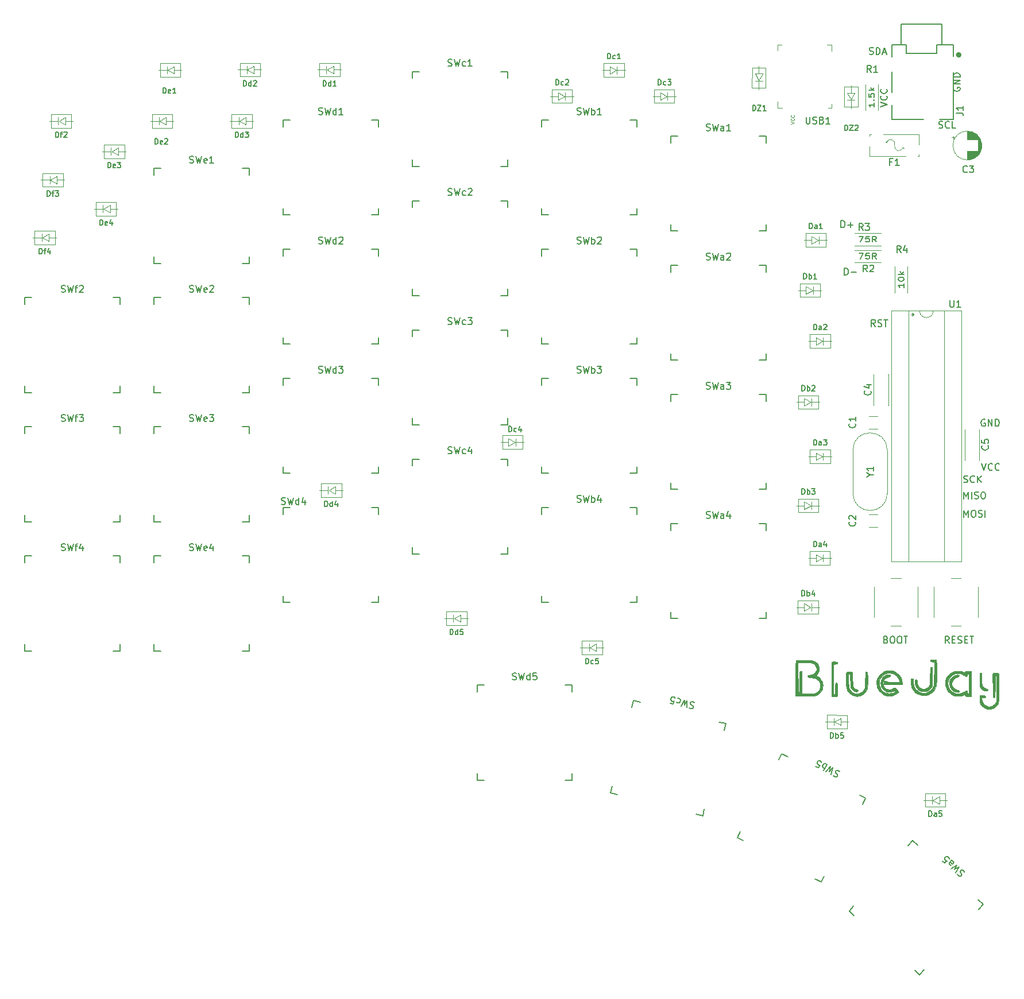
<source format=gto>
G04 #@! TF.GenerationSoftware,KiCad,Pcbnew,(6.0.5)*
G04 #@! TF.CreationDate,2022-10-04T21:39:33-03:00*
G04 #@! TF.ProjectId,bluejay_left,626c7565-6a61-4795-9f6c-6566742e6b69,rev?*
G04 #@! TF.SameCoordinates,Original*
G04 #@! TF.FileFunction,Legend,Top*
G04 #@! TF.FilePolarity,Positive*
%FSLAX46Y46*%
G04 Gerber Fmt 4.6, Leading zero omitted, Abs format (unit mm)*
G04 Created by KiCad (PCBNEW (6.0.5)) date 2022-10-04 21:39:33*
%MOMM*%
%LPD*%
G01*
G04 APERTURE LIST*
%ADD10C,0.150000*%
%ADD11C,0.100000*%
%ADD12C,0.120000*%
%ADD13C,0.010000*%
%ADD14C,0.127000*%
%ADD15C,0.400000*%
%ADD16C,1.600000*%
%ADD17R,1.600000X1.600000*%
%ADD18O,1.600000X1.600000*%
%ADD19C,1.500000*%
%ADD20C,3.987800*%
%ADD21C,1.701800*%
%ADD22C,2.286000*%
%ADD23C,1.400000*%
%ADD24O,1.400000X1.400000*%
%ADD25C,4.400000*%
%ADD26O,1.100000X1.650000*%
%ADD27O,1.700000X2.700000*%
%ADD28C,2.000000*%
%ADD29C,1.100000*%
%ADD30R,1.650000X1.650000*%
%ADD31C,1.650000*%
%ADD32R,1.200000X1.200000*%
%ADD33C,1.200000*%
%ADD34C,2.010000*%
G04 APERTURE END LIST*
D10*
X55214285Y-8304761D02*
X55357142Y-8352380D01*
X55595238Y-8352380D01*
X55690476Y-8304761D01*
X55738095Y-8257142D01*
X55785714Y-8161904D01*
X55785714Y-8066666D01*
X55738095Y-7971428D01*
X55690476Y-7923809D01*
X55595238Y-7876190D01*
X55404761Y-7828571D01*
X55309523Y-7780952D01*
X55261904Y-7733333D01*
X55214285Y-7638095D01*
X55214285Y-7542857D01*
X55261904Y-7447619D01*
X55309523Y-7400000D01*
X55404761Y-7352380D01*
X55642857Y-7352380D01*
X55785714Y-7400000D01*
X56785714Y-8257142D02*
X56738095Y-8304761D01*
X56595238Y-8352380D01*
X56500000Y-8352380D01*
X56357142Y-8304761D01*
X56261904Y-8209523D01*
X56214285Y-8114285D01*
X56166666Y-7923809D01*
X56166666Y-7780952D01*
X56214285Y-7590476D01*
X56261904Y-7495238D01*
X56357142Y-7400000D01*
X56500000Y-7352380D01*
X56595238Y-7352380D01*
X56738095Y-7400000D01*
X56785714Y-7447619D01*
X57214285Y-8352380D02*
X57214285Y-7352380D01*
X57785714Y-8352380D02*
X57357142Y-7780952D01*
X57785714Y-7352380D02*
X57214285Y-7923809D01*
X55228571Y-10752380D02*
X55228571Y-9752380D01*
X55561904Y-10466666D01*
X55895238Y-9752380D01*
X55895238Y-10752380D01*
X56371428Y-10752380D02*
X56371428Y-9752380D01*
X56800000Y-10704761D02*
X56942857Y-10752380D01*
X57180952Y-10752380D01*
X57276190Y-10704761D01*
X57323809Y-10657142D01*
X57371428Y-10561904D01*
X57371428Y-10466666D01*
X57323809Y-10371428D01*
X57276190Y-10323809D01*
X57180952Y-10276190D01*
X56990476Y-10228571D01*
X56895238Y-10180952D01*
X56847619Y-10133333D01*
X56800000Y-10038095D01*
X56800000Y-9942857D01*
X56847619Y-9847619D01*
X56895238Y-9800000D01*
X56990476Y-9752380D01*
X57228571Y-9752380D01*
X57371428Y-9800000D01*
X57990476Y-9752380D02*
X58180952Y-9752380D01*
X58276190Y-9800000D01*
X58371428Y-9895238D01*
X58419047Y-10085714D01*
X58419047Y-10419047D01*
X58371428Y-10609523D01*
X58276190Y-10704761D01*
X58180952Y-10752380D01*
X57990476Y-10752380D01*
X57895238Y-10704761D01*
X57800000Y-10609523D01*
X57752380Y-10419047D01*
X57752380Y-10085714D01*
X57800000Y-9895238D01*
X57895238Y-9800000D01*
X57990476Y-9752380D01*
X41305714Y54825238D02*
X41448571Y54777619D01*
X41686666Y54777619D01*
X41781904Y54825238D01*
X41829523Y54872857D01*
X41877142Y54968095D01*
X41877142Y55063333D01*
X41829523Y55158571D01*
X41781904Y55206190D01*
X41686666Y55253809D01*
X41496190Y55301428D01*
X41400952Y55349047D01*
X41353333Y55396666D01*
X41305714Y55491904D01*
X41305714Y55587142D01*
X41353333Y55682380D01*
X41400952Y55730000D01*
X41496190Y55777619D01*
X41734285Y55777619D01*
X41877142Y55730000D01*
X42305714Y54777619D02*
X42305714Y55777619D01*
X42543809Y55777619D01*
X42686666Y55730000D01*
X42781904Y55634761D01*
X42829523Y55539523D01*
X42877142Y55349047D01*
X42877142Y55206190D01*
X42829523Y55015714D01*
X42781904Y54920476D01*
X42686666Y54825238D01*
X42543809Y54777619D01*
X42305714Y54777619D01*
X43258095Y55063333D02*
X43734285Y55063333D01*
X43162857Y54777619D02*
X43496190Y55777619D01*
X43829523Y54777619D01*
X53720000Y49918095D02*
X53672380Y49822857D01*
X53672380Y49680000D01*
X53720000Y49537142D01*
X53815238Y49441904D01*
X53910476Y49394285D01*
X54100952Y49346666D01*
X54243809Y49346666D01*
X54434285Y49394285D01*
X54529523Y49441904D01*
X54624761Y49537142D01*
X54672380Y49680000D01*
X54672380Y49775238D01*
X54624761Y49918095D01*
X54577142Y49965714D01*
X54243809Y49965714D01*
X54243809Y49775238D01*
X54672380Y50394285D02*
X53672380Y50394285D01*
X54672380Y50965714D01*
X53672380Y50965714D01*
X54672380Y51441904D02*
X53672380Y51441904D01*
X53672380Y51680000D01*
X53720000Y51822857D01*
X53815238Y51918095D01*
X53910476Y51965714D01*
X54100952Y52013333D01*
X54243809Y52013333D01*
X54434285Y51965714D01*
X54529523Y51918095D01*
X54624761Y51822857D01*
X54672380Y51680000D01*
X54672380Y51441904D01*
X37119047Y29247619D02*
X37119047Y30247619D01*
X37357142Y30247619D01*
X37500000Y30200000D01*
X37595238Y30104761D01*
X37642857Y30009523D01*
X37690476Y29819047D01*
X37690476Y29676190D01*
X37642857Y29485714D01*
X37595238Y29390476D01*
X37500000Y29295238D01*
X37357142Y29247619D01*
X37119047Y29247619D01*
X38119047Y29628571D02*
X38880952Y29628571D01*
X38500000Y29247619D02*
X38500000Y30009523D01*
X42182380Y14647619D02*
X41849047Y15123809D01*
X41610952Y14647619D02*
X41610952Y15647619D01*
X41991904Y15647619D01*
X42087142Y15600000D01*
X42134761Y15552380D01*
X42182380Y15457142D01*
X42182380Y15314285D01*
X42134761Y15219047D01*
X42087142Y15171428D01*
X41991904Y15123809D01*
X41610952Y15123809D01*
X42563333Y14695238D02*
X42706190Y14647619D01*
X42944285Y14647619D01*
X43039523Y14695238D01*
X43087142Y14742857D01*
X43134761Y14838095D01*
X43134761Y14933333D01*
X43087142Y15028571D01*
X43039523Y15076190D01*
X42944285Y15123809D01*
X42753809Y15171428D01*
X42658571Y15219047D01*
X42610952Y15266666D01*
X42563333Y15361904D01*
X42563333Y15457142D01*
X42610952Y15552380D01*
X42658571Y15600000D01*
X42753809Y15647619D01*
X42991904Y15647619D01*
X43134761Y15600000D01*
X43420476Y15647619D02*
X43991904Y15647619D01*
X43706190Y14647619D02*
X43706190Y15647619D01*
X51529523Y43955238D02*
X51672380Y43907619D01*
X51910476Y43907619D01*
X52005714Y43955238D01*
X52053333Y44002857D01*
X52100952Y44098095D01*
X52100952Y44193333D01*
X52053333Y44288571D01*
X52005714Y44336190D01*
X51910476Y44383809D01*
X51720000Y44431428D01*
X51624761Y44479047D01*
X51577142Y44526666D01*
X51529523Y44621904D01*
X51529523Y44717142D01*
X51577142Y44812380D01*
X51624761Y44860000D01*
X51720000Y44907619D01*
X51958095Y44907619D01*
X52100952Y44860000D01*
X53100952Y44002857D02*
X53053333Y43955238D01*
X52910476Y43907619D01*
X52815238Y43907619D01*
X52672380Y43955238D01*
X52577142Y44050476D01*
X52529523Y44145714D01*
X52481904Y44336190D01*
X52481904Y44479047D01*
X52529523Y44669523D01*
X52577142Y44764761D01*
X52672380Y44860000D01*
X52815238Y44907619D01*
X52910476Y44907619D01*
X53053333Y44860000D01*
X53100952Y44812380D01*
X54005714Y43907619D02*
X53529523Y43907619D01*
X53529523Y44907619D01*
D11*
X29726190Y44503333D02*
X30226190Y44670000D01*
X29726190Y44836666D01*
X30178571Y45289047D02*
X30202380Y45265238D01*
X30226190Y45193809D01*
X30226190Y45146190D01*
X30202380Y45074761D01*
X30154761Y45027142D01*
X30107142Y45003333D01*
X30011904Y44979523D01*
X29940476Y44979523D01*
X29845238Y45003333D01*
X29797619Y45027142D01*
X29750000Y45074761D01*
X29726190Y45146190D01*
X29726190Y45193809D01*
X29750000Y45265238D01*
X29773809Y45289047D01*
X30178571Y45789047D02*
X30202380Y45765238D01*
X30226190Y45693809D01*
X30226190Y45646190D01*
X30202380Y45574761D01*
X30154761Y45527142D01*
X30107142Y45503333D01*
X30011904Y45479523D01*
X29940476Y45479523D01*
X29845238Y45503333D01*
X29797619Y45527142D01*
X29750000Y45574761D01*
X29726190Y45646190D01*
X29726190Y45693809D01*
X29750000Y45765238D01*
X29773809Y45789047D01*
D10*
X37619047Y22247619D02*
X37619047Y23247619D01*
X37857142Y23247619D01*
X38000000Y23200000D01*
X38095238Y23104761D01*
X38142857Y23009523D01*
X38190476Y22819047D01*
X38190476Y22676190D01*
X38142857Y22485714D01*
X38095238Y22390476D01*
X38000000Y22295238D01*
X37857142Y22247619D01*
X37619047Y22247619D01*
X38619047Y22628571D02*
X39380952Y22628571D01*
X42932380Y47076666D02*
X43932380Y47410000D01*
X42932380Y47743333D01*
X43837142Y48648095D02*
X43884761Y48600476D01*
X43932380Y48457619D01*
X43932380Y48362380D01*
X43884761Y48219523D01*
X43789523Y48124285D01*
X43694285Y48076666D01*
X43503809Y48029047D01*
X43360952Y48029047D01*
X43170476Y48076666D01*
X43075238Y48124285D01*
X42980000Y48219523D01*
X42932380Y48362380D01*
X42932380Y48457619D01*
X42980000Y48600476D01*
X43027619Y48648095D01*
X43837142Y49648095D02*
X43884761Y49600476D01*
X43932380Y49457619D01*
X43932380Y49362380D01*
X43884761Y49219523D01*
X43789523Y49124285D01*
X43694285Y49076666D01*
X43503809Y49029047D01*
X43360952Y49029047D01*
X43170476Y49076666D01*
X43075238Y49124285D01*
X42980000Y49219523D01*
X42932380Y49362380D01*
X42932380Y49457619D01*
X42980000Y49600476D01*
X43027619Y49648095D01*
X57866666Y-5552380D02*
X58200000Y-6552380D01*
X58533333Y-5552380D01*
X59438095Y-6457142D02*
X59390476Y-6504761D01*
X59247619Y-6552380D01*
X59152380Y-6552380D01*
X59009523Y-6504761D01*
X58914285Y-6409523D01*
X58866666Y-6314285D01*
X58819047Y-6123809D01*
X58819047Y-5980952D01*
X58866666Y-5790476D01*
X58914285Y-5695238D01*
X59009523Y-5600000D01*
X59152380Y-5552380D01*
X59247619Y-5552380D01*
X59390476Y-5600000D01*
X59438095Y-5647619D01*
X60438095Y-6457142D02*
X60390476Y-6504761D01*
X60247619Y-6552380D01*
X60152380Y-6552380D01*
X60009523Y-6504761D01*
X59914285Y-6409523D01*
X59866666Y-6314285D01*
X59819047Y-6123809D01*
X59819047Y-5980952D01*
X59866666Y-5790476D01*
X59914285Y-5695238D01*
X60009523Y-5600000D01*
X60152380Y-5552380D01*
X60247619Y-5552380D01*
X60390476Y-5600000D01*
X60438095Y-5647619D01*
X55228571Y-13452380D02*
X55228571Y-12452380D01*
X55561904Y-13166666D01*
X55895238Y-12452380D01*
X55895238Y-13452380D01*
X56561904Y-12452380D02*
X56752380Y-12452380D01*
X56847619Y-12500000D01*
X56942857Y-12595238D01*
X56990476Y-12785714D01*
X56990476Y-13119047D01*
X56942857Y-13309523D01*
X56847619Y-13404761D01*
X56752380Y-13452380D01*
X56561904Y-13452380D01*
X56466666Y-13404761D01*
X56371428Y-13309523D01*
X56323809Y-13119047D01*
X56323809Y-12785714D01*
X56371428Y-12595238D01*
X56466666Y-12500000D01*
X56561904Y-12452380D01*
X57371428Y-13404761D02*
X57514285Y-13452380D01*
X57752380Y-13452380D01*
X57847619Y-13404761D01*
X57895238Y-13357142D01*
X57942857Y-13261904D01*
X57942857Y-13166666D01*
X57895238Y-13071428D01*
X57847619Y-13023809D01*
X57752380Y-12976190D01*
X57561904Y-12928571D01*
X57466666Y-12880952D01*
X57419047Y-12833333D01*
X57371428Y-12738095D01*
X57371428Y-12642857D01*
X57419047Y-12547619D01*
X57466666Y-12500000D01*
X57561904Y-12452380D01*
X57800000Y-12452380D01*
X57942857Y-12500000D01*
X58371428Y-13452380D02*
X58371428Y-12452380D01*
X58338095Y900000D02*
X58242857Y947619D01*
X58100000Y947619D01*
X57957142Y900000D01*
X57861904Y804761D01*
X57814285Y709523D01*
X57766666Y519047D01*
X57766666Y376190D01*
X57814285Y185714D01*
X57861904Y90476D01*
X57957142Y-4761D01*
X58100000Y-52380D01*
X58195238Y-52380D01*
X58338095Y-4761D01*
X58385714Y42857D01*
X58385714Y376190D01*
X58195238Y376190D01*
X58814285Y-52380D02*
X58814285Y947619D01*
X59385714Y-52380D01*
X59385714Y947619D01*
X59861904Y-52380D02*
X59861904Y947619D01*
X60100000Y947619D01*
X60242857Y900000D01*
X60338095Y804761D01*
X60385714Y709523D01*
X60433333Y519047D01*
X60433333Y376190D01*
X60385714Y185714D01*
X60338095Y90476D01*
X60242857Y-4761D01*
X60100000Y-52380D01*
X59861904Y-52380D01*
X39179142Y-14166666D02*
X39226761Y-14214285D01*
X39274380Y-14357142D01*
X39274380Y-14452380D01*
X39226761Y-14595238D01*
X39131523Y-14690476D01*
X39036285Y-14738095D01*
X38845809Y-14785714D01*
X38702952Y-14785714D01*
X38512476Y-14738095D01*
X38417238Y-14690476D01*
X38322000Y-14595238D01*
X38274380Y-14452380D01*
X38274380Y-14357142D01*
X38322000Y-14214285D01*
X38369619Y-14166666D01*
X38369619Y-13785714D02*
X38322000Y-13738095D01*
X38274380Y-13642857D01*
X38274380Y-13404761D01*
X38322000Y-13309523D01*
X38369619Y-13261904D01*
X38464857Y-13214285D01*
X38560095Y-13214285D01*
X38702952Y-13261904D01*
X39274380Y-13833333D01*
X39274380Y-13214285D01*
X-523333Y-35093904D02*
X-523333Y-34293904D01*
X-332857Y-34293904D01*
X-218571Y-34332000D01*
X-142380Y-34408190D01*
X-104285Y-34484380D01*
X-66190Y-34636761D01*
X-66190Y-34751047D01*
X-104285Y-34903428D01*
X-142380Y-34979619D01*
X-218571Y-35055809D01*
X-332857Y-35093904D01*
X-523333Y-35093904D01*
X619523Y-35055809D02*
X543333Y-35093904D01*
X390952Y-35093904D01*
X314761Y-35055809D01*
X276666Y-35017714D01*
X238571Y-34941523D01*
X238571Y-34712952D01*
X276666Y-34636761D01*
X314761Y-34598666D01*
X390952Y-34560571D01*
X543333Y-34560571D01*
X619523Y-34598666D01*
X1343333Y-34293904D02*
X962380Y-34293904D01*
X924285Y-34674857D01*
X962380Y-34636761D01*
X1038571Y-34598666D01*
X1229047Y-34598666D01*
X1305238Y-34636761D01*
X1343333Y-34674857D01*
X1381428Y-34751047D01*
X1381428Y-34941523D01*
X1343333Y-35017714D01*
X1305238Y-35055809D01*
X1229047Y-35093904D01*
X1038571Y-35093904D01*
X962380Y-35055809D01*
X924285Y-35017714D01*
X41395126Y-7236190D02*
X41871316Y-7236190D01*
X40871316Y-7569523D02*
X41395126Y-7236190D01*
X40871316Y-6902857D01*
X41871316Y-6045714D02*
X41871316Y-6617142D01*
X41871316Y-6331428D02*
X40871316Y-6331428D01*
X41014174Y-6426666D01*
X41109412Y-6521904D01*
X41157031Y-6617142D01*
X17264285Y5468938D02*
X17407142Y5421319D01*
X17645238Y5421319D01*
X17740476Y5468938D01*
X17788095Y5516557D01*
X17835714Y5611795D01*
X17835714Y5707033D01*
X17788095Y5802271D01*
X17740476Y5849890D01*
X17645238Y5897509D01*
X17454761Y5945128D01*
X17359523Y5992747D01*
X17311904Y6040366D01*
X17264285Y6135604D01*
X17264285Y6230842D01*
X17311904Y6326080D01*
X17359523Y6373700D01*
X17454761Y6421319D01*
X17692857Y6421319D01*
X17835714Y6373700D01*
X18169047Y6421319D02*
X18407142Y5421319D01*
X18597619Y6135604D01*
X18788095Y5421319D01*
X19026190Y6421319D01*
X19835714Y5421319D02*
X19835714Y5945128D01*
X19788095Y6040366D01*
X19692857Y6087985D01*
X19502380Y6087985D01*
X19407142Y6040366D01*
X19835714Y5468938D02*
X19740476Y5421319D01*
X19502380Y5421319D01*
X19407142Y5468938D01*
X19359523Y5564176D01*
X19359523Y5659414D01*
X19407142Y5754652D01*
X19502380Y5802271D01*
X19740476Y5802271D01*
X19835714Y5849890D01*
X20216666Y6421319D02*
X20835714Y6421319D01*
X20502380Y6040366D01*
X20645238Y6040366D01*
X20740476Y5992747D01*
X20788095Y5945128D01*
X20835714Y5849890D01*
X20835714Y5611795D01*
X20788095Y5516557D01*
X20740476Y5468938D01*
X20645238Y5421319D01*
X20359523Y5421319D01*
X20264285Y5468938D01*
X20216666Y5516557D01*
X55322755Y-65815718D02*
X55248455Y-65684740D01*
X55071516Y-65525423D01*
X54968877Y-65497084D01*
X54901626Y-65500609D01*
X54802511Y-65539521D01*
X54738784Y-65610297D01*
X54710446Y-65712936D01*
X54713970Y-65780187D01*
X54752882Y-65879302D01*
X54862570Y-66042143D01*
X54901483Y-66141257D01*
X54905007Y-66208509D01*
X54876668Y-66311148D01*
X54812942Y-66381923D01*
X54713827Y-66420836D01*
X54646576Y-66424360D01*
X54543937Y-66396021D01*
X54366998Y-66236705D01*
X54292697Y-66105727D01*
X54013119Y-65918071D02*
X54505310Y-65015609D01*
X53885809Y-65418974D01*
X54222208Y-64760702D01*
X53376138Y-65344530D01*
X53443675Y-64059708D02*
X53093178Y-64448975D01*
X53064839Y-64551614D01*
X53103751Y-64650728D01*
X53245303Y-64778182D01*
X53347942Y-64806521D01*
X53411812Y-64095096D02*
X53514451Y-64123435D01*
X53691390Y-64282752D01*
X53730302Y-64381867D01*
X53701963Y-64484506D01*
X53638237Y-64555281D01*
X53539122Y-64594194D01*
X53436483Y-64565855D01*
X53259544Y-64406538D01*
X53156905Y-64378199D01*
X52066787Y-64165586D02*
X52420666Y-64484220D01*
X52774687Y-64162205D01*
X52707436Y-64165729D01*
X52604797Y-64137390D01*
X52427858Y-63978073D01*
X52388945Y-63878959D01*
X52385421Y-63811708D01*
X52413760Y-63709068D01*
X52573077Y-63532129D01*
X52672191Y-63493217D01*
X52739442Y-63489692D01*
X52842082Y-63518031D01*
X53019021Y-63677348D01*
X53057933Y-63776463D01*
X53061458Y-63843714D01*
X32437619Y29070095D02*
X32437619Y29870095D01*
X32628095Y29870095D01*
X32742380Y29832000D01*
X32818571Y29755809D01*
X32856666Y29679619D01*
X32894761Y29527238D01*
X32894761Y29412952D01*
X32856666Y29260571D01*
X32818571Y29184380D01*
X32742380Y29108190D01*
X32628095Y29070095D01*
X32437619Y29070095D01*
X33580476Y29070095D02*
X33580476Y29489142D01*
X33542380Y29565333D01*
X33466190Y29603428D01*
X33313809Y29603428D01*
X33237619Y29565333D01*
X33580476Y29108190D02*
X33504285Y29070095D01*
X33313809Y29070095D01*
X33237619Y29108190D01*
X33199523Y29184380D01*
X33199523Y29260571D01*
X33237619Y29336761D01*
X33313809Y29374857D01*
X33504285Y29374857D01*
X33580476Y29412952D01*
X34380476Y29070095D02*
X33923333Y29070095D01*
X34151904Y29070095D02*
X34151904Y29870095D01*
X34075714Y29755809D01*
X33999523Y29679619D01*
X33923333Y29641523D01*
X-77819047Y19756538D02*
X-77676190Y19708919D01*
X-77438095Y19708919D01*
X-77342857Y19756538D01*
X-77295238Y19804157D01*
X-77247619Y19899395D01*
X-77247619Y19994633D01*
X-77295238Y20089871D01*
X-77342857Y20137490D01*
X-77438095Y20185109D01*
X-77628571Y20232728D01*
X-77723809Y20280347D01*
X-77771428Y20327966D01*
X-77819047Y20423204D01*
X-77819047Y20518442D01*
X-77771428Y20613680D01*
X-77723809Y20661300D01*
X-77628571Y20708919D01*
X-77390476Y20708919D01*
X-77247619Y20661300D01*
X-76914285Y20708919D02*
X-76676190Y19708919D01*
X-76485714Y20423204D01*
X-76295238Y19708919D01*
X-76057142Y20708919D01*
X-75819047Y20375585D02*
X-75438095Y20375585D01*
X-75676190Y19708919D02*
X-75676190Y20566061D01*
X-75628571Y20661300D01*
X-75533333Y20708919D01*
X-75438095Y20708919D01*
X-75152380Y20613680D02*
X-75104761Y20661300D01*
X-75009523Y20708919D01*
X-74771428Y20708919D01*
X-74676190Y20661300D01*
X-74628571Y20613680D01*
X-74580952Y20518442D01*
X-74580952Y20423204D01*
X-74628571Y20280347D01*
X-75200000Y19708919D01*
X-74580952Y19708919D01*
X-20811904Y34044038D02*
X-20669047Y33996419D01*
X-20430952Y33996419D01*
X-20335714Y34044038D01*
X-20288095Y34091657D01*
X-20240476Y34186895D01*
X-20240476Y34282133D01*
X-20288095Y34377371D01*
X-20335714Y34424990D01*
X-20430952Y34472609D01*
X-20621428Y34520228D01*
X-20716666Y34567847D01*
X-20764285Y34615466D01*
X-20811904Y34710704D01*
X-20811904Y34805942D01*
X-20764285Y34901180D01*
X-20716666Y34948800D01*
X-20621428Y34996419D01*
X-20383333Y34996419D01*
X-20240476Y34948800D01*
X-19907142Y34996419D02*
X-19669047Y33996419D01*
X-19478571Y34710704D01*
X-19288095Y33996419D01*
X-19050000Y34996419D01*
X-18240476Y34044038D02*
X-18335714Y33996419D01*
X-18526190Y33996419D01*
X-18621428Y34044038D01*
X-18669047Y34091657D01*
X-18716666Y34186895D01*
X-18716666Y34472609D01*
X-18669047Y34567847D01*
X-18621428Y34615466D01*
X-18526190Y34663085D01*
X-18335714Y34663085D01*
X-18240476Y34615466D01*
X-17859523Y34901180D02*
X-17811904Y34948800D01*
X-17716666Y34996419D01*
X-17478571Y34996419D01*
X-17383333Y34948800D01*
X-17335714Y34901180D01*
X-17288095Y34805942D01*
X-17288095Y34710704D01*
X-17335714Y34567847D01*
X-17907142Y33996419D01*
X-17288095Y33996419D01*
X-39885714Y45950238D02*
X-39742857Y45902619D01*
X-39504761Y45902619D01*
X-39409523Y45950238D01*
X-39361904Y45997857D01*
X-39314285Y46093095D01*
X-39314285Y46188333D01*
X-39361904Y46283571D01*
X-39409523Y46331190D01*
X-39504761Y46378809D01*
X-39695238Y46426428D01*
X-39790476Y46474047D01*
X-39838095Y46521666D01*
X-39885714Y46616904D01*
X-39885714Y46712142D01*
X-39838095Y46807380D01*
X-39790476Y46855000D01*
X-39695238Y46902619D01*
X-39457142Y46902619D01*
X-39314285Y46855000D01*
X-38980952Y46902619D02*
X-38742857Y45902619D01*
X-38552380Y46616904D01*
X-38361904Y45902619D01*
X-38123809Y46902619D01*
X-37314285Y45902619D02*
X-37314285Y46902619D01*
X-37314285Y45950238D02*
X-37409523Y45902619D01*
X-37600000Y45902619D01*
X-37695238Y45950238D01*
X-37742857Y45997857D01*
X-37790476Y46093095D01*
X-37790476Y46378809D01*
X-37742857Y46474047D01*
X-37695238Y46521666D01*
X-37600000Y46569285D01*
X-37409523Y46569285D01*
X-37314285Y46521666D01*
X-36314285Y45902619D02*
X-36885714Y45902619D01*
X-36600000Y45902619D02*
X-36600000Y46902619D01*
X-36695238Y46759761D01*
X-36790476Y46664523D01*
X-36885714Y46616904D01*
X-20811904Y14994038D02*
X-20669047Y14946419D01*
X-20430952Y14946419D01*
X-20335714Y14994038D01*
X-20288095Y15041657D01*
X-20240476Y15136895D01*
X-20240476Y15232133D01*
X-20288095Y15327371D01*
X-20335714Y15374990D01*
X-20430952Y15422609D01*
X-20621428Y15470228D01*
X-20716666Y15517847D01*
X-20764285Y15565466D01*
X-20811904Y15660704D01*
X-20811904Y15755942D01*
X-20764285Y15851180D01*
X-20716666Y15898800D01*
X-20621428Y15946419D01*
X-20383333Y15946419D01*
X-20240476Y15898800D01*
X-19907142Y15946419D02*
X-19669047Y14946419D01*
X-19478571Y15660704D01*
X-19288095Y14946419D01*
X-19050000Y15946419D01*
X-18240476Y14994038D02*
X-18335714Y14946419D01*
X-18526190Y14946419D01*
X-18621428Y14994038D01*
X-18669047Y15041657D01*
X-18716666Y15136895D01*
X-18716666Y15422609D01*
X-18669047Y15517847D01*
X-18621428Y15565466D01*
X-18526190Y15613085D01*
X-18335714Y15613085D01*
X-18240476Y15565466D01*
X-17907142Y15946419D02*
X-17288095Y15946419D01*
X-17621428Y15565466D01*
X-17478571Y15565466D01*
X-17383333Y15517847D01*
X-17335714Y15470228D01*
X-17288095Y15374990D01*
X-17288095Y15136895D01*
X-17335714Y15041657D01*
X-17383333Y14994038D01*
X-17478571Y14946419D01*
X-17764285Y14946419D01*
X-17859523Y14994038D01*
X-17907142Y15041657D01*
X37658571Y43568095D02*
X37658571Y44368095D01*
X37849047Y44368095D01*
X37963333Y44330000D01*
X38039523Y44253809D01*
X38077619Y44177619D01*
X38115714Y44025238D01*
X38115714Y43910952D01*
X38077619Y43758571D01*
X38039523Y43682380D01*
X37963333Y43606190D01*
X37849047Y43568095D01*
X37658571Y43568095D01*
X38382380Y44368095D02*
X38915714Y44368095D01*
X38382380Y43568095D01*
X38915714Y43568095D01*
X39182380Y44291904D02*
X39220476Y44330000D01*
X39296666Y44368095D01*
X39487142Y44368095D01*
X39563333Y44330000D01*
X39601428Y44291904D01*
X39639523Y44215714D01*
X39639523Y44139523D01*
X39601428Y44025238D01*
X39144285Y43568095D01*
X39639523Y43568095D01*
X-64040833Y41556095D02*
X-64040833Y42356095D01*
X-63850357Y42356095D01*
X-63736071Y42318000D01*
X-63659880Y42241809D01*
X-63621785Y42165619D01*
X-63583690Y42013238D01*
X-63583690Y41898952D01*
X-63621785Y41746571D01*
X-63659880Y41670380D01*
X-63736071Y41594190D01*
X-63850357Y41556095D01*
X-64040833Y41556095D01*
X-62936071Y41594190D02*
X-63012261Y41556095D01*
X-63164642Y41556095D01*
X-63240833Y41594190D01*
X-63278928Y41670380D01*
X-63278928Y41975142D01*
X-63240833Y42051333D01*
X-63164642Y42089428D01*
X-63012261Y42089428D01*
X-62936071Y42051333D01*
X-62897976Y41975142D01*
X-62897976Y41898952D01*
X-63278928Y41822761D01*
X-62593214Y42279904D02*
X-62555119Y42318000D01*
X-62478928Y42356095D01*
X-62288452Y42356095D01*
X-62212261Y42318000D01*
X-62174166Y42279904D01*
X-62136071Y42203714D01*
X-62136071Y42127523D01*
X-62174166Y42013238D01*
X-62631309Y41556095D01*
X-62136071Y41556095D01*
X-58911904Y706438D02*
X-58769047Y658819D01*
X-58530952Y658819D01*
X-58435714Y706438D01*
X-58388095Y754057D01*
X-58340476Y849295D01*
X-58340476Y944533D01*
X-58388095Y1039771D01*
X-58435714Y1087390D01*
X-58530952Y1135009D01*
X-58721428Y1182628D01*
X-58816666Y1230247D01*
X-58864285Y1277866D01*
X-58911904Y1373104D01*
X-58911904Y1468342D01*
X-58864285Y1563580D01*
X-58816666Y1611200D01*
X-58721428Y1658819D01*
X-58483333Y1658819D01*
X-58340476Y1611200D01*
X-58007142Y1658819D02*
X-57769047Y658819D01*
X-57578571Y1373104D01*
X-57388095Y658819D01*
X-57150000Y1658819D01*
X-56388095Y706438D02*
X-56483333Y658819D01*
X-56673809Y658819D01*
X-56769047Y706438D01*
X-56816666Y801676D01*
X-56816666Y1182628D01*
X-56769047Y1277866D01*
X-56673809Y1325485D01*
X-56483333Y1325485D01*
X-56388095Y1277866D01*
X-56340476Y1182628D01*
X-56340476Y1087390D01*
X-56816666Y992152D01*
X-56007142Y1658819D02*
X-55388095Y1658819D01*
X-55721428Y1277866D01*
X-55578571Y1277866D01*
X-55483333Y1230247D01*
X-55435714Y1182628D01*
X-55388095Y1087390D01*
X-55388095Y849295D01*
X-55435714Y754057D01*
X-55483333Y706438D01*
X-55578571Y658819D01*
X-55864285Y658819D01*
X-55959523Y706438D01*
X-56007142Y754057D01*
X53188095Y18512619D02*
X53188095Y17703095D01*
X53235714Y17607857D01*
X53283333Y17560238D01*
X53378571Y17512619D01*
X53569047Y17512619D01*
X53664285Y17560238D01*
X53711904Y17607857D01*
X53759523Y17703095D01*
X53759523Y18512619D01*
X54759523Y17512619D02*
X54188095Y17512619D01*
X54473809Y17512619D02*
X54473809Y18512619D01*
X54378571Y18369761D01*
X54283333Y18274523D01*
X54188095Y18226904D01*
X33075119Y-17829904D02*
X33075119Y-17029904D01*
X33265595Y-17029904D01*
X33379880Y-17068000D01*
X33456071Y-17144190D01*
X33494166Y-17220380D01*
X33532261Y-17372761D01*
X33532261Y-17487047D01*
X33494166Y-17639428D01*
X33456071Y-17715619D01*
X33379880Y-17791809D01*
X33265595Y-17829904D01*
X33075119Y-17829904D01*
X34217976Y-17829904D02*
X34217976Y-17410857D01*
X34179880Y-17334666D01*
X34103690Y-17296571D01*
X33951309Y-17296571D01*
X33875119Y-17334666D01*
X34217976Y-17791809D02*
X34141785Y-17829904D01*
X33951309Y-17829904D01*
X33875119Y-17791809D01*
X33837023Y-17715619D01*
X33837023Y-17639428D01*
X33875119Y-17563238D01*
X33951309Y-17525142D01*
X34141785Y-17525142D01*
X34217976Y-17487047D01*
X34941785Y-17296571D02*
X34941785Y-17829904D01*
X34751309Y-16991809D02*
X34560833Y-17563238D01*
X35056071Y-17563238D01*
X-62828333Y49056095D02*
X-62828333Y49856095D01*
X-62637857Y49856095D01*
X-62523571Y49818000D01*
X-62447380Y49741809D01*
X-62409285Y49665619D01*
X-62371190Y49513238D01*
X-62371190Y49398952D01*
X-62409285Y49246571D01*
X-62447380Y49170380D01*
X-62523571Y49094190D01*
X-62637857Y49056095D01*
X-62828333Y49056095D01*
X-61723571Y49094190D02*
X-61799761Y49056095D01*
X-61952142Y49056095D01*
X-62028333Y49094190D01*
X-62066428Y49170380D01*
X-62066428Y49475142D01*
X-62028333Y49551333D01*
X-61952142Y49589428D01*
X-61799761Y49589428D01*
X-61723571Y49551333D01*
X-61685476Y49475142D01*
X-61685476Y49398952D01*
X-62066428Y49322761D01*
X-60923571Y49056095D02*
X-61380714Y49056095D01*
X-61152142Y49056095D02*
X-61152142Y49856095D01*
X-61228333Y49741809D01*
X-61304523Y49665619D01*
X-61380714Y49627523D01*
X-20811904Y-4056061D02*
X-20669047Y-4103680D01*
X-20430952Y-4103680D01*
X-20335714Y-4056061D01*
X-20288095Y-4008442D01*
X-20240476Y-3913204D01*
X-20240476Y-3817966D01*
X-20288095Y-3722728D01*
X-20335714Y-3675109D01*
X-20430952Y-3627490D01*
X-20621428Y-3579871D01*
X-20716666Y-3532252D01*
X-20764285Y-3484633D01*
X-20811904Y-3389395D01*
X-20811904Y-3294157D01*
X-20764285Y-3198919D01*
X-20716666Y-3151300D01*
X-20621428Y-3103680D01*
X-20383333Y-3103680D01*
X-20240476Y-3151300D01*
X-19907142Y-3103680D02*
X-19669047Y-4103680D01*
X-19478571Y-3389395D01*
X-19288095Y-4103680D01*
X-19050000Y-3103680D01*
X-18240476Y-4056061D02*
X-18335714Y-4103680D01*
X-18526190Y-4103680D01*
X-18621428Y-4056061D01*
X-18669047Y-4008442D01*
X-18716666Y-3913204D01*
X-18716666Y-3627490D01*
X-18669047Y-3532252D01*
X-18621428Y-3484633D01*
X-18526190Y-3437014D01*
X-18335714Y-3437014D01*
X-18240476Y-3484633D01*
X-17383333Y-3437014D02*
X-17383333Y-4103680D01*
X-17621428Y-3056061D02*
X-17859523Y-3770347D01*
X-17240476Y-3770347D01*
X-58911904Y19756538D02*
X-58769047Y19708919D01*
X-58530952Y19708919D01*
X-58435714Y19756538D01*
X-58388095Y19804157D01*
X-58340476Y19899395D01*
X-58340476Y19994633D01*
X-58388095Y20089871D01*
X-58435714Y20137490D01*
X-58530952Y20185109D01*
X-58721428Y20232728D01*
X-58816666Y20280347D01*
X-58864285Y20327966D01*
X-58911904Y20423204D01*
X-58911904Y20518442D01*
X-58864285Y20613680D01*
X-58816666Y20661300D01*
X-58721428Y20708919D01*
X-58483333Y20708919D01*
X-58340476Y20661300D01*
X-58007142Y20708919D02*
X-57769047Y19708919D01*
X-57578571Y20423204D01*
X-57388095Y19708919D01*
X-57150000Y20708919D01*
X-56388095Y19756538D02*
X-56483333Y19708919D01*
X-56673809Y19708919D01*
X-56769047Y19756538D01*
X-56816666Y19851776D01*
X-56816666Y20232728D01*
X-56769047Y20327966D01*
X-56673809Y20375585D01*
X-56483333Y20375585D01*
X-56388095Y20327966D01*
X-56340476Y20232728D01*
X-56340476Y20137490D01*
X-56816666Y20042252D01*
X-55959523Y20613680D02*
X-55911904Y20661300D01*
X-55816666Y20708919D01*
X-55578571Y20708919D01*
X-55483333Y20661300D01*
X-55435714Y20613680D01*
X-55388095Y20518442D01*
X-55388095Y20423204D01*
X-55435714Y20280347D01*
X-56007142Y19708919D01*
X-55388095Y19708919D01*
X33093919Y-2829904D02*
X33093919Y-2029904D01*
X33284395Y-2029904D01*
X33398680Y-2068000D01*
X33474871Y-2144190D01*
X33512966Y-2220380D01*
X33551061Y-2372761D01*
X33551061Y-2487047D01*
X33512966Y-2639428D01*
X33474871Y-2715619D01*
X33398680Y-2791809D01*
X33284395Y-2829904D01*
X33093919Y-2829904D01*
X34236776Y-2829904D02*
X34236776Y-2410857D01*
X34198680Y-2334666D01*
X34122490Y-2296571D01*
X33970109Y-2296571D01*
X33893919Y-2334666D01*
X34236776Y-2791809D02*
X34160585Y-2829904D01*
X33970109Y-2829904D01*
X33893919Y-2791809D01*
X33855823Y-2715619D01*
X33855823Y-2639428D01*
X33893919Y-2563238D01*
X33970109Y-2525142D01*
X34160585Y-2525142D01*
X34236776Y-2487047D01*
X34541538Y-2029904D02*
X35036776Y-2029904D01*
X34770109Y-2334666D01*
X34884395Y-2334666D01*
X34960585Y-2372761D01*
X34998680Y-2410857D01*
X35036776Y-2487047D01*
X35036776Y-2677523D01*
X34998680Y-2753714D01*
X34960585Y-2791809D01*
X34884395Y-2829904D01*
X34655823Y-2829904D01*
X34579633Y-2791809D01*
X34541538Y-2753714D01*
X-11310714Y-37393561D02*
X-11167857Y-37441180D01*
X-10929761Y-37441180D01*
X-10834523Y-37393561D01*
X-10786904Y-37345942D01*
X-10739285Y-37250704D01*
X-10739285Y-37155466D01*
X-10786904Y-37060228D01*
X-10834523Y-37012609D01*
X-10929761Y-36964990D01*
X-11120238Y-36917371D01*
X-11215476Y-36869752D01*
X-11263095Y-36822133D01*
X-11310714Y-36726895D01*
X-11310714Y-36631657D01*
X-11263095Y-36536419D01*
X-11215476Y-36488800D01*
X-11120238Y-36441180D01*
X-10882142Y-36441180D01*
X-10739285Y-36488800D01*
X-10405952Y-36441180D02*
X-10167857Y-37441180D01*
X-9977380Y-36726895D01*
X-9786904Y-37441180D01*
X-9548809Y-36441180D01*
X-8739285Y-37441180D02*
X-8739285Y-36441180D01*
X-8739285Y-37393561D02*
X-8834523Y-37441180D01*
X-9025000Y-37441180D01*
X-9120238Y-37393561D01*
X-9167857Y-37345942D01*
X-9215476Y-37250704D01*
X-9215476Y-36964990D01*
X-9167857Y-36869752D01*
X-9120238Y-36822133D01*
X-9025000Y-36774514D01*
X-8834523Y-36774514D01*
X-8739285Y-36822133D01*
X-7786904Y-36441180D02*
X-8263095Y-36441180D01*
X-8310714Y-36917371D01*
X-8263095Y-36869752D01*
X-8167857Y-36822133D01*
X-7929761Y-36822133D01*
X-7834523Y-36869752D01*
X-7786904Y-36917371D01*
X-7739285Y-37012609D01*
X-7739285Y-37250704D01*
X-7786904Y-37345942D01*
X-7834523Y-37393561D01*
X-7929761Y-37441180D01*
X-8167857Y-37441180D01*
X-8263095Y-37393561D01*
X-8310714Y-37345942D01*
X-70973333Y38056095D02*
X-70973333Y38856095D01*
X-70782857Y38856095D01*
X-70668571Y38818000D01*
X-70592380Y38741809D01*
X-70554285Y38665619D01*
X-70516190Y38513238D01*
X-70516190Y38398952D01*
X-70554285Y38246571D01*
X-70592380Y38170380D01*
X-70668571Y38094190D01*
X-70782857Y38056095D01*
X-70973333Y38056095D01*
X-69868571Y38094190D02*
X-69944761Y38056095D01*
X-70097142Y38056095D01*
X-70173333Y38094190D01*
X-70211428Y38170380D01*
X-70211428Y38475142D01*
X-70173333Y38551333D01*
X-70097142Y38589428D01*
X-69944761Y38589428D01*
X-69868571Y38551333D01*
X-69830476Y38475142D01*
X-69830476Y38398952D01*
X-70211428Y38322761D01*
X-69563809Y38856095D02*
X-69068571Y38856095D01*
X-69335238Y38551333D01*
X-69220952Y38551333D01*
X-69144761Y38513238D01*
X-69106666Y38475142D01*
X-69068571Y38398952D01*
X-69068571Y38208476D01*
X-69106666Y38132285D01*
X-69144761Y38094190D01*
X-69220952Y38056095D01*
X-69449523Y38056095D01*
X-69525714Y38094190D01*
X-69563809Y38132285D01*
X17264285Y-13581061D02*
X17407142Y-13628680D01*
X17645238Y-13628680D01*
X17740476Y-13581061D01*
X17788095Y-13533442D01*
X17835714Y-13438204D01*
X17835714Y-13342966D01*
X17788095Y-13247728D01*
X17740476Y-13200109D01*
X17645238Y-13152490D01*
X17454761Y-13104871D01*
X17359523Y-13057252D01*
X17311904Y-13009633D01*
X17264285Y-12914395D01*
X17264285Y-12819157D01*
X17311904Y-12723919D01*
X17359523Y-12676300D01*
X17454761Y-12628680D01*
X17692857Y-12628680D01*
X17835714Y-12676300D01*
X18169047Y-12628680D02*
X18407142Y-13628680D01*
X18597619Y-12914395D01*
X18788095Y-13628680D01*
X19026190Y-12628680D01*
X19835714Y-13628680D02*
X19835714Y-13104871D01*
X19788095Y-13009633D01*
X19692857Y-12962014D01*
X19502380Y-12962014D01*
X19407142Y-13009633D01*
X19835714Y-13581061D02*
X19740476Y-13628680D01*
X19502380Y-13628680D01*
X19407142Y-13581061D01*
X19359523Y-13485823D01*
X19359523Y-13390585D01*
X19407142Y-13295347D01*
X19502380Y-13247728D01*
X19740476Y-13247728D01*
X19835714Y-13200109D01*
X20740476Y-12962014D02*
X20740476Y-13628680D01*
X20502380Y-12581061D02*
X20264285Y-13295347D01*
X20883333Y-13295347D01*
X-1785714Y45950238D02*
X-1642857Y45902619D01*
X-1404761Y45902619D01*
X-1309523Y45950238D01*
X-1261904Y45997857D01*
X-1214285Y46093095D01*
X-1214285Y46188333D01*
X-1261904Y46283571D01*
X-1309523Y46331190D01*
X-1404761Y46378809D01*
X-1595238Y46426428D01*
X-1690476Y46474047D01*
X-1738095Y46521666D01*
X-1785714Y46616904D01*
X-1785714Y46712142D01*
X-1738095Y46807380D01*
X-1690476Y46855000D01*
X-1595238Y46902619D01*
X-1357142Y46902619D01*
X-1214285Y46855000D01*
X-880952Y46902619D02*
X-642857Y45902619D01*
X-452380Y46616904D01*
X-261904Y45902619D01*
X-23809Y46902619D01*
X357142Y45902619D02*
X357142Y46902619D01*
X357142Y46521666D02*
X452380Y46569285D01*
X642857Y46569285D01*
X738095Y46521666D01*
X785714Y46474047D01*
X833333Y46378809D01*
X833333Y46093095D01*
X785714Y45997857D01*
X738095Y45950238D01*
X642857Y45902619D01*
X452380Y45902619D01*
X357142Y45950238D01*
X1785714Y45902619D02*
X1214285Y45902619D01*
X1500000Y45902619D02*
X1500000Y46902619D01*
X1404761Y46759761D01*
X1309523Y46664523D01*
X1214285Y46616904D01*
X-1785714Y26900238D02*
X-1642857Y26852619D01*
X-1404761Y26852619D01*
X-1309523Y26900238D01*
X-1261904Y26947857D01*
X-1214285Y27043095D01*
X-1214285Y27138333D01*
X-1261904Y27233571D01*
X-1309523Y27281190D01*
X-1404761Y27328809D01*
X-1595238Y27376428D01*
X-1690476Y27424047D01*
X-1738095Y27471666D01*
X-1785714Y27566904D01*
X-1785714Y27662142D01*
X-1738095Y27757380D01*
X-1690476Y27805000D01*
X-1595238Y27852619D01*
X-1357142Y27852619D01*
X-1214285Y27805000D01*
X-880952Y27852619D02*
X-642857Y26852619D01*
X-452380Y27566904D01*
X-261904Y26852619D01*
X-23809Y27852619D01*
X357142Y26852619D02*
X357142Y27852619D01*
X357142Y27471666D02*
X452380Y27519285D01*
X642857Y27519285D01*
X738095Y27471666D01*
X785714Y27424047D01*
X833333Y27328809D01*
X833333Y27043095D01*
X785714Y26947857D01*
X738095Y26900238D01*
X642857Y26852619D01*
X452380Y26852619D01*
X357142Y26900238D01*
X1214285Y27757380D02*
X1261904Y27805000D01*
X1357142Y27852619D01*
X1595238Y27852619D01*
X1690476Y27805000D01*
X1738095Y27757380D01*
X1785714Y27662142D01*
X1785714Y27566904D01*
X1738095Y27424047D01*
X1166666Y26852619D01*
X1785714Y26852619D01*
X-72173333Y29606095D02*
X-72173333Y30406095D01*
X-71982857Y30406095D01*
X-71868571Y30368000D01*
X-71792380Y30291809D01*
X-71754285Y30215619D01*
X-71716190Y30063238D01*
X-71716190Y29948952D01*
X-71754285Y29796571D01*
X-71792380Y29720380D01*
X-71868571Y29644190D01*
X-71982857Y29606095D01*
X-72173333Y29606095D01*
X-71068571Y29644190D02*
X-71144761Y29606095D01*
X-71297142Y29606095D01*
X-71373333Y29644190D01*
X-71411428Y29720380D01*
X-71411428Y30025142D01*
X-71373333Y30101333D01*
X-71297142Y30139428D01*
X-71144761Y30139428D01*
X-71068571Y30101333D01*
X-71030476Y30025142D01*
X-71030476Y29948952D01*
X-71411428Y29872761D01*
X-70344761Y30139428D02*
X-70344761Y29606095D01*
X-70535238Y30444190D02*
X-70725714Y29872761D01*
X-70230476Y29872761D01*
X41452142Y5173333D02*
X41499761Y5125714D01*
X41547380Y4982857D01*
X41547380Y4887619D01*
X41499761Y4744761D01*
X41404523Y4649523D01*
X41309285Y4601904D01*
X41118809Y4554285D01*
X40975952Y4554285D01*
X40785476Y4601904D01*
X40690238Y4649523D01*
X40595000Y4744761D01*
X40547380Y4887619D01*
X40547380Y4982857D01*
X40595000Y5125714D01*
X40642619Y5173333D01*
X40880714Y6030476D02*
X41547380Y6030476D01*
X40499761Y5792380D02*
X41214047Y5554285D01*
X41214047Y6173333D01*
X17264285Y24519038D02*
X17407142Y24471419D01*
X17645238Y24471419D01*
X17740476Y24519038D01*
X17788095Y24566657D01*
X17835714Y24661895D01*
X17835714Y24757133D01*
X17788095Y24852371D01*
X17740476Y24899990D01*
X17645238Y24947609D01*
X17454761Y24995228D01*
X17359523Y25042847D01*
X17311904Y25090466D01*
X17264285Y25185704D01*
X17264285Y25280942D01*
X17311904Y25376180D01*
X17359523Y25423800D01*
X17454761Y25471419D01*
X17692857Y25471419D01*
X17835714Y25423800D01*
X18169047Y25471419D02*
X18407142Y24471419D01*
X18597619Y25185704D01*
X18788095Y24471419D01*
X19026190Y25471419D01*
X19835714Y24471419D02*
X19835714Y24995228D01*
X19788095Y25090466D01*
X19692857Y25138085D01*
X19502380Y25138085D01*
X19407142Y25090466D01*
X19835714Y24519038D02*
X19740476Y24471419D01*
X19502380Y24471419D01*
X19407142Y24519038D01*
X19359523Y24614276D01*
X19359523Y24709514D01*
X19407142Y24804752D01*
X19502380Y24852371D01*
X19740476Y24852371D01*
X19835714Y24899990D01*
X20264285Y25376180D02*
X20311904Y25423800D01*
X20407142Y25471419D01*
X20645238Y25471419D01*
X20740476Y25423800D01*
X20788095Y25376180D01*
X20835714Y25280942D01*
X20835714Y25185704D01*
X20788095Y25042847D01*
X20216666Y24471419D01*
X20835714Y24471419D01*
X31343919Y5170095D02*
X31343919Y5970095D01*
X31534395Y5970095D01*
X31648680Y5932000D01*
X31724871Y5855809D01*
X31762966Y5779619D01*
X31801061Y5627238D01*
X31801061Y5512952D01*
X31762966Y5360571D01*
X31724871Y5284380D01*
X31648680Y5208190D01*
X31534395Y5170095D01*
X31343919Y5170095D01*
X32143919Y5170095D02*
X32143919Y5970095D01*
X32143919Y5665333D02*
X32220109Y5703428D01*
X32372490Y5703428D01*
X32448680Y5665333D01*
X32486776Y5627238D01*
X32524871Y5551047D01*
X32524871Y5322476D01*
X32486776Y5246285D01*
X32448680Y5208190D01*
X32372490Y5170095D01*
X32220109Y5170095D01*
X32143919Y5208190D01*
X32829633Y5893904D02*
X32867728Y5932000D01*
X32943919Y5970095D01*
X33134395Y5970095D01*
X33210585Y5932000D01*
X33248680Y5893904D01*
X33286776Y5817714D01*
X33286776Y5741523D01*
X33248680Y5627238D01*
X32791538Y5170095D01*
X33286776Y5170095D01*
X-77819047Y706438D02*
X-77676190Y658819D01*
X-77438095Y658819D01*
X-77342857Y706438D01*
X-77295238Y754057D01*
X-77247619Y849295D01*
X-77247619Y944533D01*
X-77295238Y1039771D01*
X-77342857Y1087390D01*
X-77438095Y1135009D01*
X-77628571Y1182628D01*
X-77723809Y1230247D01*
X-77771428Y1277866D01*
X-77819047Y1373104D01*
X-77819047Y1468342D01*
X-77771428Y1563580D01*
X-77723809Y1611200D01*
X-77628571Y1658819D01*
X-77390476Y1658819D01*
X-77247619Y1611200D01*
X-76914285Y1658819D02*
X-76676190Y658819D01*
X-76485714Y1373104D01*
X-76295238Y658819D01*
X-76057142Y1658819D01*
X-75819047Y1325485D02*
X-75438095Y1325485D01*
X-75676190Y658819D02*
X-75676190Y1515961D01*
X-75628571Y1611200D01*
X-75533333Y1658819D01*
X-75438095Y1658819D01*
X-75200000Y1658819D02*
X-74580952Y1658819D01*
X-74914285Y1277866D01*
X-74771428Y1277866D01*
X-74676190Y1230247D01*
X-74628571Y1182628D01*
X-74580952Y1087390D01*
X-74580952Y849295D01*
X-74628571Y754057D01*
X-74676190Y706438D01*
X-74771428Y658819D01*
X-75057142Y658819D01*
X-75152380Y706438D01*
X-75200000Y754057D01*
X-45375714Y-11544761D02*
X-45232857Y-11592380D01*
X-44994761Y-11592380D01*
X-44899523Y-11544761D01*
X-44851904Y-11497142D01*
X-44804285Y-11401904D01*
X-44804285Y-11306666D01*
X-44851904Y-11211428D01*
X-44899523Y-11163809D01*
X-44994761Y-11116190D01*
X-45185238Y-11068571D01*
X-45280476Y-11020952D01*
X-45328095Y-10973333D01*
X-45375714Y-10878095D01*
X-45375714Y-10782857D01*
X-45328095Y-10687619D01*
X-45280476Y-10640000D01*
X-45185238Y-10592380D01*
X-44947142Y-10592380D01*
X-44804285Y-10640000D01*
X-44470952Y-10592380D02*
X-44232857Y-11592380D01*
X-44042380Y-10878095D01*
X-43851904Y-11592380D01*
X-43613809Y-10592380D01*
X-42804285Y-11592380D02*
X-42804285Y-10592380D01*
X-42804285Y-11544761D02*
X-42899523Y-11592380D01*
X-43090000Y-11592380D01*
X-43185238Y-11544761D01*
X-43232857Y-11497142D01*
X-43280476Y-11401904D01*
X-43280476Y-11116190D01*
X-43232857Y-11020952D01*
X-43185238Y-10973333D01*
X-43090000Y-10925714D01*
X-42899523Y-10925714D01*
X-42804285Y-10973333D01*
X-41899523Y-10925714D02*
X-41899523Y-11592380D01*
X-42137619Y-10544761D02*
X-42375714Y-11259047D01*
X-41756666Y-11259047D01*
X31325119Y-25079904D02*
X31325119Y-24279904D01*
X31515595Y-24279904D01*
X31629880Y-24318000D01*
X31706071Y-24394190D01*
X31744166Y-24470380D01*
X31782261Y-24622761D01*
X31782261Y-24737047D01*
X31744166Y-24889428D01*
X31706071Y-24965619D01*
X31629880Y-25041809D01*
X31515595Y-25079904D01*
X31325119Y-25079904D01*
X32125119Y-25079904D02*
X32125119Y-24279904D01*
X32125119Y-24584666D02*
X32201309Y-24546571D01*
X32353690Y-24546571D01*
X32429880Y-24584666D01*
X32467976Y-24622761D01*
X32506071Y-24698952D01*
X32506071Y-24927523D01*
X32467976Y-25003714D01*
X32429880Y-25041809D01*
X32353690Y-25079904D01*
X32201309Y-25079904D01*
X32125119Y-25041809D01*
X33191785Y-24546571D02*
X33191785Y-25079904D01*
X33001309Y-24241809D02*
X32810833Y-24813238D01*
X33306071Y-24813238D01*
X41553333Y52147619D02*
X41220000Y52623809D01*
X40981904Y52147619D02*
X40981904Y53147619D01*
X41362857Y53147619D01*
X41458095Y53100000D01*
X41505714Y53052380D01*
X41553333Y52957142D01*
X41553333Y52814285D01*
X41505714Y52719047D01*
X41458095Y52671428D01*
X41362857Y52623809D01*
X40981904Y52623809D01*
X42505714Y52147619D02*
X41934285Y52147619D01*
X42220000Y52147619D02*
X42220000Y53147619D01*
X42124761Y53004761D01*
X42029523Y52909523D01*
X41934285Y52861904D01*
X42001904Y47606666D02*
X42001904Y47035238D01*
X42001904Y47320952D02*
X41201904Y47320952D01*
X41316190Y47225714D01*
X41392380Y47130476D01*
X41430476Y47035238D01*
X41925714Y48035238D02*
X41963809Y48082857D01*
X42001904Y48035238D01*
X41963809Y47987619D01*
X41925714Y48035238D01*
X42001904Y48035238D01*
X41201904Y48987619D02*
X41201904Y48511428D01*
X41582857Y48463809D01*
X41544761Y48511428D01*
X41506666Y48606666D01*
X41506666Y48844761D01*
X41544761Y48940000D01*
X41582857Y48987619D01*
X41659047Y49035238D01*
X41849523Y49035238D01*
X41925714Y48987619D01*
X41963809Y48940000D01*
X42001904Y48844761D01*
X42001904Y48606666D01*
X41963809Y48511428D01*
X41925714Y48463809D01*
X42001904Y49463809D02*
X41201904Y49463809D01*
X41697142Y49559047D02*
X42001904Y49844761D01*
X41468571Y49844761D02*
X41773333Y49463809D01*
X24088571Y46490595D02*
X24088571Y47290595D01*
X24279047Y47290595D01*
X24393333Y47252500D01*
X24469523Y47176309D01*
X24507619Y47100119D01*
X24545714Y46947738D01*
X24545714Y46833452D01*
X24507619Y46681071D01*
X24469523Y46604880D01*
X24393333Y46528690D01*
X24279047Y46490595D01*
X24088571Y46490595D01*
X24812380Y47290595D02*
X25345714Y47290595D01*
X24812380Y46490595D01*
X25345714Y46490595D01*
X26069523Y46490595D02*
X25612380Y46490595D01*
X25840952Y46490595D02*
X25840952Y47290595D01*
X25764761Y47176309D01*
X25688571Y47100119D01*
X25612380Y47062023D01*
X-1785714Y-11199761D02*
X-1642857Y-11247380D01*
X-1404761Y-11247380D01*
X-1309523Y-11199761D01*
X-1261904Y-11152142D01*
X-1214285Y-11056904D01*
X-1214285Y-10961666D01*
X-1261904Y-10866428D01*
X-1309523Y-10818809D01*
X-1404761Y-10771190D01*
X-1595238Y-10723571D01*
X-1690476Y-10675952D01*
X-1738095Y-10628333D01*
X-1785714Y-10533095D01*
X-1785714Y-10437857D01*
X-1738095Y-10342619D01*
X-1690476Y-10295000D01*
X-1595238Y-10247380D01*
X-1357142Y-10247380D01*
X-1214285Y-10295000D01*
X-880952Y-10247380D02*
X-642857Y-11247380D01*
X-452380Y-10533095D01*
X-261904Y-11247380D01*
X-23809Y-10247380D01*
X357142Y-11247380D02*
X357142Y-10247380D01*
X357142Y-10628333D02*
X452380Y-10580714D01*
X642857Y-10580714D01*
X738095Y-10628333D01*
X785714Y-10675952D01*
X833333Y-10771190D01*
X833333Y-11056904D01*
X785714Y-11152142D01*
X738095Y-11199761D01*
X642857Y-11247380D01*
X452380Y-11247380D01*
X357142Y-11199761D01*
X1690476Y-10580714D02*
X1690476Y-11247380D01*
X1452380Y-10199761D02*
X1214285Y-10914047D01*
X1833333Y-10914047D01*
X-58911904Y-18343561D02*
X-58769047Y-18391180D01*
X-58530952Y-18391180D01*
X-58435714Y-18343561D01*
X-58388095Y-18295942D01*
X-58340476Y-18200704D01*
X-58340476Y-18105466D01*
X-58388095Y-18010228D01*
X-58435714Y-17962609D01*
X-58530952Y-17914990D01*
X-58721428Y-17867371D01*
X-58816666Y-17819752D01*
X-58864285Y-17772133D01*
X-58911904Y-17676895D01*
X-58911904Y-17581657D01*
X-58864285Y-17486419D01*
X-58816666Y-17438800D01*
X-58721428Y-17391180D01*
X-58483333Y-17391180D01*
X-58340476Y-17438800D01*
X-58007142Y-17391180D02*
X-57769047Y-18391180D01*
X-57578571Y-17676895D01*
X-57388095Y-18391180D01*
X-57150000Y-17391180D01*
X-56388095Y-18343561D02*
X-56483333Y-18391180D01*
X-56673809Y-18391180D01*
X-56769047Y-18343561D01*
X-56816666Y-18248323D01*
X-56816666Y-17867371D01*
X-56769047Y-17772133D01*
X-56673809Y-17724514D01*
X-56483333Y-17724514D01*
X-56388095Y-17772133D01*
X-56340476Y-17867371D01*
X-56340476Y-17962609D01*
X-56816666Y-18057847D01*
X-55483333Y-17724514D02*
X-55483333Y-18391180D01*
X-55721428Y-17343561D02*
X-55959523Y-18057847D01*
X-55340476Y-18057847D01*
X-50992380Y50106095D02*
X-50992380Y50906095D01*
X-50801904Y50906095D01*
X-50687619Y50868000D01*
X-50611428Y50791809D01*
X-50573333Y50715619D01*
X-50535238Y50563238D01*
X-50535238Y50448952D01*
X-50573333Y50296571D01*
X-50611428Y50220380D01*
X-50687619Y50144190D01*
X-50801904Y50106095D01*
X-50992380Y50106095D01*
X-49849523Y50106095D02*
X-49849523Y50906095D01*
X-49849523Y50144190D02*
X-49925714Y50106095D01*
X-50078095Y50106095D01*
X-50154285Y50144190D01*
X-50192380Y50182285D01*
X-50230476Y50258476D01*
X-50230476Y50487047D01*
X-50192380Y50563238D01*
X-50154285Y50601333D01*
X-50078095Y50639428D01*
X-49925714Y50639428D01*
X-49849523Y50601333D01*
X-49506666Y50829904D02*
X-49468571Y50868000D01*
X-49392380Y50906095D01*
X-49201904Y50906095D01*
X-49125714Y50868000D01*
X-49087619Y50829904D01*
X-49049523Y50753714D01*
X-49049523Y50677523D01*
X-49087619Y50563238D01*
X-49544761Y50106095D01*
X-49049523Y50106095D01*
X17264285Y43569038D02*
X17407142Y43521419D01*
X17645238Y43521419D01*
X17740476Y43569038D01*
X17788095Y43616657D01*
X17835714Y43711895D01*
X17835714Y43807133D01*
X17788095Y43902371D01*
X17740476Y43949990D01*
X17645238Y43997609D01*
X17454761Y44045228D01*
X17359523Y44092847D01*
X17311904Y44140466D01*
X17264285Y44235704D01*
X17264285Y44330942D01*
X17311904Y44426180D01*
X17359523Y44473800D01*
X17454761Y44521419D01*
X17692857Y44521419D01*
X17835714Y44473800D01*
X18169047Y44521419D02*
X18407142Y43521419D01*
X18597619Y44235704D01*
X18788095Y43521419D01*
X19026190Y44521419D01*
X19835714Y43521419D02*
X19835714Y44045228D01*
X19788095Y44140466D01*
X19692857Y44188085D01*
X19502380Y44188085D01*
X19407142Y44140466D01*
X19835714Y43569038D02*
X19740476Y43521419D01*
X19502380Y43521419D01*
X19407142Y43569038D01*
X19359523Y43664276D01*
X19359523Y43759514D01*
X19407142Y43854752D01*
X19502380Y43902371D01*
X19740476Y43902371D01*
X19835714Y43949990D01*
X20835714Y43521419D02*
X20264285Y43521419D01*
X20550000Y43521419D02*
X20550000Y44521419D01*
X20454761Y44378561D01*
X20359523Y44283323D01*
X20264285Y44235704D01*
X-39242380Y50106095D02*
X-39242380Y50906095D01*
X-39051904Y50906095D01*
X-38937619Y50868000D01*
X-38861428Y50791809D01*
X-38823333Y50715619D01*
X-38785238Y50563238D01*
X-38785238Y50448952D01*
X-38823333Y50296571D01*
X-38861428Y50220380D01*
X-38937619Y50144190D01*
X-39051904Y50106095D01*
X-39242380Y50106095D01*
X-38099523Y50106095D02*
X-38099523Y50906095D01*
X-38099523Y50144190D02*
X-38175714Y50106095D01*
X-38328095Y50106095D01*
X-38404285Y50144190D01*
X-38442380Y50182285D01*
X-38480476Y50258476D01*
X-38480476Y50487047D01*
X-38442380Y50563238D01*
X-38404285Y50601333D01*
X-38328095Y50639428D01*
X-38175714Y50639428D01*
X-38099523Y50601333D01*
X-37299523Y50106095D02*
X-37756666Y50106095D01*
X-37528095Y50106095D02*
X-37528095Y50906095D01*
X-37604285Y50791809D01*
X-37680476Y50715619D01*
X-37756666Y50677523D01*
X-78659047Y42556095D02*
X-78659047Y43356095D01*
X-78468571Y43356095D01*
X-78354285Y43318000D01*
X-78278095Y43241809D01*
X-78240000Y43165619D01*
X-78201904Y43013238D01*
X-78201904Y42898952D01*
X-78240000Y42746571D01*
X-78278095Y42670380D01*
X-78354285Y42594190D01*
X-78468571Y42556095D01*
X-78659047Y42556095D01*
X-77973333Y43089428D02*
X-77668571Y43089428D01*
X-77859047Y42556095D02*
X-77859047Y43241809D01*
X-77820952Y43318000D01*
X-77744761Y43356095D01*
X-77668571Y43356095D01*
X-77440000Y43279904D02*
X-77401904Y43318000D01*
X-77325714Y43356095D01*
X-77135238Y43356095D01*
X-77059047Y43318000D01*
X-77020952Y43279904D01*
X-76982857Y43203714D01*
X-76982857Y43127523D01*
X-77020952Y43013238D01*
X-77478095Y42556095D01*
X-76982857Y42556095D01*
X-38992380Y-11893904D02*
X-38992380Y-11093904D01*
X-38801904Y-11093904D01*
X-38687619Y-11132000D01*
X-38611428Y-11208190D01*
X-38573333Y-11284380D01*
X-38535238Y-11436761D01*
X-38535238Y-11551047D01*
X-38573333Y-11703428D01*
X-38611428Y-11779619D01*
X-38687619Y-11855809D01*
X-38801904Y-11893904D01*
X-38992380Y-11893904D01*
X-37849523Y-11893904D02*
X-37849523Y-11093904D01*
X-37849523Y-11855809D02*
X-37925714Y-11893904D01*
X-38078095Y-11893904D01*
X-38154285Y-11855809D01*
X-38192380Y-11817714D01*
X-38230476Y-11741523D01*
X-38230476Y-11512952D01*
X-38192380Y-11436761D01*
X-38154285Y-11398666D01*
X-38078095Y-11360571D01*
X-37925714Y-11360571D01*
X-37849523Y-11398666D01*
X-37125714Y-11360571D02*
X-37125714Y-11893904D01*
X-37316190Y-11055809D02*
X-37506666Y-11627238D01*
X-37011428Y-11627238D01*
X31593919Y21670095D02*
X31593919Y22470095D01*
X31784395Y22470095D01*
X31898680Y22432000D01*
X31974871Y22355809D01*
X32012966Y22279619D01*
X32051061Y22127238D01*
X32051061Y22012952D01*
X32012966Y21860571D01*
X31974871Y21784380D01*
X31898680Y21708190D01*
X31784395Y21670095D01*
X31593919Y21670095D01*
X32393919Y21670095D02*
X32393919Y22470095D01*
X32393919Y22165333D02*
X32470109Y22203428D01*
X32622490Y22203428D01*
X32698680Y22165333D01*
X32736776Y22127238D01*
X32774871Y22051047D01*
X32774871Y21822476D01*
X32736776Y21746285D01*
X32698680Y21708190D01*
X32622490Y21670095D01*
X32470109Y21670095D01*
X32393919Y21708190D01*
X33536776Y21670095D02*
X33079633Y21670095D01*
X33308204Y21670095D02*
X33308204Y22470095D01*
X33232014Y22355809D01*
X33155823Y22279619D01*
X33079633Y22241523D01*
X33093919Y14170095D02*
X33093919Y14970095D01*
X33284395Y14970095D01*
X33398680Y14932000D01*
X33474871Y14855809D01*
X33512966Y14779619D01*
X33551061Y14627238D01*
X33551061Y14512952D01*
X33512966Y14360571D01*
X33474871Y14284380D01*
X33398680Y14208190D01*
X33284395Y14170095D01*
X33093919Y14170095D01*
X34236776Y14170095D02*
X34236776Y14589142D01*
X34198680Y14665333D01*
X34122490Y14703428D01*
X33970109Y14703428D01*
X33893919Y14665333D01*
X34236776Y14208190D02*
X34160585Y14170095D01*
X33970109Y14170095D01*
X33893919Y14208190D01*
X33855823Y14284380D01*
X33855823Y14360571D01*
X33893919Y14436761D01*
X33970109Y14474857D01*
X34160585Y14474857D01*
X34236776Y14512952D01*
X34579633Y14893904D02*
X34617728Y14932000D01*
X34693919Y14970095D01*
X34884395Y14970095D01*
X34960585Y14932000D01*
X34998680Y14893904D01*
X35036776Y14817714D01*
X35036776Y14741523D01*
X34998680Y14627238D01*
X34541538Y14170095D01*
X35036776Y14170095D01*
X-11873333Y-861904D02*
X-11873333Y-61904D01*
X-11682857Y-61904D01*
X-11568571Y-100000D01*
X-11492380Y-176190D01*
X-11454285Y-252380D01*
X-11416190Y-404761D01*
X-11416190Y-519047D01*
X-11454285Y-671428D01*
X-11492380Y-747619D01*
X-11568571Y-823809D01*
X-11682857Y-861904D01*
X-11873333Y-861904D01*
X-10730476Y-823809D02*
X-10806666Y-861904D01*
X-10959047Y-861904D01*
X-11035238Y-823809D01*
X-11073333Y-785714D01*
X-11111428Y-709523D01*
X-11111428Y-480952D01*
X-11073333Y-404761D01*
X-11035238Y-366666D01*
X-10959047Y-328571D01*
X-10806666Y-328571D01*
X-10730476Y-366666D01*
X-10044761Y-328571D02*
X-10044761Y-861904D01*
X-10235238Y-23809D02*
X-10425714Y-595238D01*
X-9930476Y-595238D01*
X-4943333Y50270095D02*
X-4943333Y51070095D01*
X-4752857Y51070095D01*
X-4638571Y51032000D01*
X-4562380Y50955809D01*
X-4524285Y50879619D01*
X-4486190Y50727238D01*
X-4486190Y50612952D01*
X-4524285Y50460571D01*
X-4562380Y50384380D01*
X-4638571Y50308190D01*
X-4752857Y50270095D01*
X-4943333Y50270095D01*
X-3800476Y50308190D02*
X-3876666Y50270095D01*
X-4029047Y50270095D01*
X-4105238Y50308190D01*
X-4143333Y50346285D01*
X-4181428Y50422476D01*
X-4181428Y50651047D01*
X-4143333Y50727238D01*
X-4105238Y50765333D01*
X-4029047Y50803428D01*
X-3876666Y50803428D01*
X-3800476Y50765333D01*
X-3495714Y50993904D02*
X-3457619Y51032000D01*
X-3381428Y51070095D01*
X-3190952Y51070095D01*
X-3114761Y51032000D01*
X-3076666Y50993904D01*
X-3038571Y50917714D01*
X-3038571Y50841523D01*
X-3076666Y50727238D01*
X-3533809Y50270095D01*
X-3038571Y50270095D01*
X-79909047Y33856095D02*
X-79909047Y34656095D01*
X-79718571Y34656095D01*
X-79604285Y34618000D01*
X-79528095Y34541809D01*
X-79490000Y34465619D01*
X-79451904Y34313238D01*
X-79451904Y34198952D01*
X-79490000Y34046571D01*
X-79528095Y33970380D01*
X-79604285Y33894190D01*
X-79718571Y33856095D01*
X-79909047Y33856095D01*
X-79223333Y34389428D02*
X-78918571Y34389428D01*
X-79109047Y33856095D02*
X-79109047Y34541809D01*
X-79070952Y34618000D01*
X-78994761Y34656095D01*
X-78918571Y34656095D01*
X-78728095Y34656095D02*
X-78232857Y34656095D01*
X-78499523Y34351333D01*
X-78385238Y34351333D01*
X-78309047Y34313238D01*
X-78270952Y34275142D01*
X-78232857Y34198952D01*
X-78232857Y34008476D01*
X-78270952Y33932285D01*
X-78309047Y33894190D01*
X-78385238Y33856095D01*
X-78613809Y33856095D01*
X-78690000Y33894190D01*
X-78728095Y33932285D01*
X40343333Y28837619D02*
X40010000Y29313809D01*
X39771904Y28837619D02*
X39771904Y29837619D01*
X40152857Y29837619D01*
X40248095Y29790000D01*
X40295714Y29742380D01*
X40343333Y29647142D01*
X40343333Y29504285D01*
X40295714Y29409047D01*
X40248095Y29361428D01*
X40152857Y29313809D01*
X39771904Y29313809D01*
X40676666Y29837619D02*
X41295714Y29837619D01*
X40962380Y29456666D01*
X41105238Y29456666D01*
X41200476Y29409047D01*
X41248095Y29361428D01*
X41295714Y29266190D01*
X41295714Y29028095D01*
X41248095Y28932857D01*
X41200476Y28885238D01*
X41105238Y28837619D01*
X40819523Y28837619D01*
X40724285Y28885238D01*
X40676666Y28932857D01*
X39750476Y27938095D02*
X40417142Y27938095D01*
X39988571Y27138095D01*
X41274285Y27938095D02*
X40798095Y27938095D01*
X40750476Y27557142D01*
X40798095Y27595238D01*
X40893333Y27633333D01*
X41131428Y27633333D01*
X41226666Y27595238D01*
X41274285Y27557142D01*
X41321904Y27480952D01*
X41321904Y27290476D01*
X41274285Y27214285D01*
X41226666Y27176190D01*
X41131428Y27138095D01*
X40893333Y27138095D01*
X40798095Y27176190D01*
X40750476Y27214285D01*
X42321904Y27138095D02*
X41988571Y27519047D01*
X41750476Y27138095D02*
X41750476Y27938095D01*
X42131428Y27938095D01*
X42226666Y27900000D01*
X42274285Y27861904D01*
X42321904Y27785714D01*
X42321904Y27671428D01*
X42274285Y27595238D01*
X42226666Y27557142D01*
X42131428Y27519047D01*
X41750476Y27519047D01*
X50057619Y-57593904D02*
X50057619Y-56793904D01*
X50248095Y-56793904D01*
X50362380Y-56832000D01*
X50438571Y-56908190D01*
X50476666Y-56984380D01*
X50514761Y-57136761D01*
X50514761Y-57251047D01*
X50476666Y-57403428D01*
X50438571Y-57479619D01*
X50362380Y-57555809D01*
X50248095Y-57593904D01*
X50057619Y-57593904D01*
X51200476Y-57593904D02*
X51200476Y-57174857D01*
X51162380Y-57098666D01*
X51086190Y-57060571D01*
X50933809Y-57060571D01*
X50857619Y-57098666D01*
X51200476Y-57555809D02*
X51124285Y-57593904D01*
X50933809Y-57593904D01*
X50857619Y-57555809D01*
X50819523Y-57479619D01*
X50819523Y-57403428D01*
X50857619Y-57327238D01*
X50933809Y-57289142D01*
X51124285Y-57289142D01*
X51200476Y-57251047D01*
X51962380Y-56793904D02*
X51581428Y-56793904D01*
X51543333Y-57174857D01*
X51581428Y-57136761D01*
X51657619Y-57098666D01*
X51848095Y-57098666D01*
X51924285Y-57136761D01*
X51962380Y-57174857D01*
X52000476Y-57251047D01*
X52000476Y-57441523D01*
X51962380Y-57517714D01*
X51924285Y-57555809D01*
X51848095Y-57593904D01*
X51657619Y-57593904D01*
X51581428Y-57555809D01*
X51543333Y-57517714D01*
X-1785714Y7850238D02*
X-1642857Y7802619D01*
X-1404761Y7802619D01*
X-1309523Y7850238D01*
X-1261904Y7897857D01*
X-1214285Y7993095D01*
X-1214285Y8088333D01*
X-1261904Y8183571D01*
X-1309523Y8231190D01*
X-1404761Y8278809D01*
X-1595238Y8326428D01*
X-1690476Y8374047D01*
X-1738095Y8421666D01*
X-1785714Y8516904D01*
X-1785714Y8612142D01*
X-1738095Y8707380D01*
X-1690476Y8755000D01*
X-1595238Y8802619D01*
X-1357142Y8802619D01*
X-1214285Y8755000D01*
X-880952Y8802619D02*
X-642857Y7802619D01*
X-452380Y8516904D01*
X-261904Y7802619D01*
X-23809Y8802619D01*
X357142Y7802619D02*
X357142Y8802619D01*
X357142Y8421666D02*
X452380Y8469285D01*
X642857Y8469285D01*
X738095Y8421666D01*
X785714Y8374047D01*
X833333Y8278809D01*
X833333Y7993095D01*
X785714Y7897857D01*
X738095Y7850238D01*
X642857Y7802619D01*
X452380Y7802619D01*
X357142Y7850238D01*
X1166666Y8802619D02*
X1785714Y8802619D01*
X1452380Y8421666D01*
X1595238Y8421666D01*
X1690476Y8374047D01*
X1738095Y8326428D01*
X1785714Y8231190D01*
X1785714Y7993095D01*
X1738095Y7897857D01*
X1690476Y7850238D01*
X1595238Y7802619D01*
X1309523Y7802619D01*
X1214285Y7850238D01*
X1166666Y7897857D01*
X31343919Y-10079904D02*
X31343919Y-9279904D01*
X31534395Y-9279904D01*
X31648680Y-9318000D01*
X31724871Y-9394190D01*
X31762966Y-9470380D01*
X31801061Y-9622761D01*
X31801061Y-9737047D01*
X31762966Y-9889428D01*
X31724871Y-9965619D01*
X31648680Y-10041809D01*
X31534395Y-10079904D01*
X31343919Y-10079904D01*
X32143919Y-10079904D02*
X32143919Y-9279904D01*
X32143919Y-9584666D02*
X32220109Y-9546571D01*
X32372490Y-9546571D01*
X32448680Y-9584666D01*
X32486776Y-9622761D01*
X32524871Y-9698952D01*
X32524871Y-9927523D01*
X32486776Y-10003714D01*
X32448680Y-10041809D01*
X32372490Y-10079904D01*
X32220109Y-10079904D01*
X32143919Y-10041809D01*
X32791538Y-9279904D02*
X33286776Y-9279904D01*
X33020109Y-9584666D01*
X33134395Y-9584666D01*
X33210585Y-9622761D01*
X33248680Y-9660857D01*
X33286776Y-9737047D01*
X33286776Y-9927523D01*
X33248680Y-10003714D01*
X33210585Y-10041809D01*
X33134395Y-10079904D01*
X32905823Y-10079904D01*
X32829633Y-10041809D01*
X32791538Y-10003714D01*
X58757142Y-2926666D02*
X58804761Y-2974285D01*
X58852380Y-3117142D01*
X58852380Y-3212380D01*
X58804761Y-3355238D01*
X58709523Y-3450476D01*
X58614285Y-3498095D01*
X58423809Y-3545714D01*
X58280952Y-3545714D01*
X58090476Y-3498095D01*
X57995238Y-3450476D01*
X57900000Y-3355238D01*
X57852380Y-3212380D01*
X57852380Y-3117142D01*
X57900000Y-2974285D01*
X57947619Y-2926666D01*
X57852380Y-2021904D02*
X57852380Y-2498095D01*
X58328571Y-2545714D01*
X58280952Y-2498095D01*
X58233333Y-2402857D01*
X58233333Y-2164761D01*
X58280952Y-2069523D01*
X58328571Y-2021904D01*
X58423809Y-1974285D01*
X58661904Y-1974285D01*
X58757142Y-2021904D01*
X58804761Y-2069523D01*
X58852380Y-2164761D01*
X58852380Y-2402857D01*
X58804761Y-2498095D01*
X58757142Y-2545714D01*
X31961904Y45547619D02*
X31961904Y44738095D01*
X32009523Y44642857D01*
X32057142Y44595238D01*
X32152380Y44547619D01*
X32342857Y44547619D01*
X32438095Y44595238D01*
X32485714Y44642857D01*
X32533333Y44738095D01*
X32533333Y45547619D01*
X32961904Y44595238D02*
X33104761Y44547619D01*
X33342857Y44547619D01*
X33438095Y44595238D01*
X33485714Y44642857D01*
X33533333Y44738095D01*
X33533333Y44833333D01*
X33485714Y44928571D01*
X33438095Y44976190D01*
X33342857Y45023809D01*
X33152380Y45071428D01*
X33057142Y45119047D01*
X33009523Y45166666D01*
X32961904Y45261904D01*
X32961904Y45357142D01*
X33009523Y45452380D01*
X33057142Y45500000D01*
X33152380Y45547619D01*
X33390476Y45547619D01*
X33533333Y45500000D01*
X34295238Y45071428D02*
X34438095Y45023809D01*
X34485714Y44976190D01*
X34533333Y44880952D01*
X34533333Y44738095D01*
X34485714Y44642857D01*
X34438095Y44595238D01*
X34342857Y44547619D01*
X33961904Y44547619D01*
X33961904Y45547619D01*
X34295238Y45547619D01*
X34390476Y45500000D01*
X34438095Y45452380D01*
X34485714Y45357142D01*
X34485714Y45261904D01*
X34438095Y45166666D01*
X34390476Y45119047D01*
X34295238Y45071428D01*
X33961904Y45071428D01*
X35485714Y44547619D02*
X34914285Y44547619D01*
X35200000Y44547619D02*
X35200000Y45547619D01*
X35104761Y45404761D01*
X35009523Y45309523D01*
X34914285Y45261904D01*
X36913404Y-51018526D02*
X36809624Y-50909414D01*
X36599399Y-50797635D01*
X36492953Y-50794968D01*
X36428552Y-50814657D01*
X36341795Y-50876392D01*
X36297083Y-50960482D01*
X36294417Y-51066928D01*
X36314106Y-51131329D01*
X36375841Y-51218086D01*
X36521665Y-51349554D01*
X36583400Y-51436311D01*
X36603089Y-51500712D01*
X36600423Y-51607158D01*
X36555711Y-51691248D01*
X36468955Y-51752982D01*
X36404554Y-51772672D01*
X36298108Y-51770005D01*
X36087882Y-51658226D01*
X35984102Y-51549114D01*
X35667431Y-51434669D02*
X35926677Y-50439942D01*
X35423159Y-50981196D01*
X35590316Y-50261096D01*
X34910618Y-51032264D01*
X35043729Y-49970470D02*
X34574258Y-50853418D01*
X34753104Y-50517057D02*
X34646658Y-50514391D01*
X34478477Y-50424967D01*
X34416743Y-50338211D01*
X34397053Y-50273810D01*
X34399720Y-50167364D01*
X34533855Y-49915093D01*
X34620611Y-49853359D01*
X34685012Y-49833669D01*
X34791458Y-49836336D01*
X34959639Y-49925759D01*
X35021373Y-50012516D01*
X33354949Y-50205100D02*
X33775400Y-50428658D01*
X34041003Y-50030563D01*
X33976602Y-50050252D01*
X33870156Y-50047585D01*
X33659931Y-49935807D01*
X33598196Y-49849050D01*
X33578507Y-49784649D01*
X33581173Y-49678203D01*
X33692952Y-49467977D01*
X33779709Y-49406243D01*
X33844110Y-49386553D01*
X33950556Y-49389220D01*
X34160781Y-49500999D01*
X34222516Y-49587756D01*
X34242205Y-49652156D01*
X-20529880Y-30793904D02*
X-20529880Y-29993904D01*
X-20339404Y-29993904D01*
X-20225119Y-30032000D01*
X-20148928Y-30108190D01*
X-20110833Y-30184380D01*
X-20072738Y-30336761D01*
X-20072738Y-30451047D01*
X-20110833Y-30603428D01*
X-20148928Y-30679619D01*
X-20225119Y-30755809D01*
X-20339404Y-30793904D01*
X-20529880Y-30793904D01*
X-19387023Y-30793904D02*
X-19387023Y-29993904D01*
X-19387023Y-30755809D02*
X-19463214Y-30793904D01*
X-19615595Y-30793904D01*
X-19691785Y-30755809D01*
X-19729880Y-30717714D01*
X-19767976Y-30641523D01*
X-19767976Y-30412952D01*
X-19729880Y-30336761D01*
X-19691785Y-30298666D01*
X-19615595Y-30260571D01*
X-19463214Y-30260571D01*
X-19387023Y-30298666D01*
X-18625119Y-29993904D02*
X-19006071Y-29993904D01*
X-19044166Y-30374857D01*
X-19006071Y-30336761D01*
X-18929880Y-30298666D01*
X-18739404Y-30298666D01*
X-18663214Y-30336761D01*
X-18625119Y-30374857D01*
X-18587023Y-30451047D01*
X-18587023Y-30641523D01*
X-18625119Y-30717714D01*
X-18663214Y-30755809D01*
X-18739404Y-30793904D01*
X-18929880Y-30793904D01*
X-19006071Y-30755809D01*
X-19044166Y-30717714D01*
X39179142Y333333D02*
X39226761Y285714D01*
X39274380Y142857D01*
X39274380Y47619D01*
X39226761Y-95238D01*
X39131523Y-190476D01*
X39036285Y-238095D01*
X38845809Y-285714D01*
X38702952Y-285714D01*
X38512476Y-238095D01*
X38417238Y-190476D01*
X38322000Y-95238D01*
X38274380Y47619D01*
X38274380Y142857D01*
X38322000Y285714D01*
X38369619Y333333D01*
X39274380Y1285714D02*
X39274380Y714285D01*
X39274380Y1000000D02*
X38274380Y1000000D01*
X38417238Y904761D01*
X38512476Y809523D01*
X38560095Y714285D01*
X43742857Y-31528571D02*
X43885714Y-31576190D01*
X43933333Y-31623809D01*
X43980952Y-31719047D01*
X43980952Y-31861904D01*
X43933333Y-31957142D01*
X43885714Y-32004761D01*
X43790476Y-32052380D01*
X43409523Y-32052380D01*
X43409523Y-31052380D01*
X43742857Y-31052380D01*
X43838095Y-31100000D01*
X43885714Y-31147619D01*
X43933333Y-31242857D01*
X43933333Y-31338095D01*
X43885714Y-31433333D01*
X43838095Y-31480952D01*
X43742857Y-31528571D01*
X43409523Y-31528571D01*
X44600000Y-31052380D02*
X44790476Y-31052380D01*
X44885714Y-31100000D01*
X44980952Y-31195238D01*
X45028571Y-31385714D01*
X45028571Y-31719047D01*
X44980952Y-31909523D01*
X44885714Y-32004761D01*
X44790476Y-32052380D01*
X44600000Y-32052380D01*
X44504761Y-32004761D01*
X44409523Y-31909523D01*
X44361904Y-31719047D01*
X44361904Y-31385714D01*
X44409523Y-31195238D01*
X44504761Y-31100000D01*
X44600000Y-31052380D01*
X45647619Y-31052380D02*
X45838095Y-31052380D01*
X45933333Y-31100000D01*
X46028571Y-31195238D01*
X46076190Y-31385714D01*
X46076190Y-31719047D01*
X46028571Y-31909523D01*
X45933333Y-32004761D01*
X45838095Y-32052380D01*
X45647619Y-32052380D01*
X45552380Y-32004761D01*
X45457142Y-31909523D01*
X45409523Y-31719047D01*
X45409523Y-31385714D01*
X45457142Y-31195238D01*
X45552380Y-31100000D01*
X45647619Y-31052380D01*
X46361904Y-31052380D02*
X46933333Y-31052380D01*
X46647619Y-32052380D02*
X46647619Y-31052380D01*
X-20811904Y53094038D02*
X-20669047Y53046419D01*
X-20430952Y53046419D01*
X-20335714Y53094038D01*
X-20288095Y53141657D01*
X-20240476Y53236895D01*
X-20240476Y53332133D01*
X-20288095Y53427371D01*
X-20335714Y53474990D01*
X-20430952Y53522609D01*
X-20621428Y53570228D01*
X-20716666Y53617847D01*
X-20764285Y53665466D01*
X-20811904Y53760704D01*
X-20811904Y53855942D01*
X-20764285Y53951180D01*
X-20716666Y53998800D01*
X-20621428Y54046419D01*
X-20383333Y54046419D01*
X-20240476Y53998800D01*
X-19907142Y54046419D02*
X-19669047Y53046419D01*
X-19478571Y53760704D01*
X-19288095Y53046419D01*
X-19050000Y54046419D01*
X-18240476Y53094038D02*
X-18335714Y53046419D01*
X-18526190Y53046419D01*
X-18621428Y53094038D01*
X-18669047Y53141657D01*
X-18716666Y53236895D01*
X-18716666Y53522609D01*
X-18669047Y53617847D01*
X-18621428Y53665466D01*
X-18526190Y53713085D01*
X-18335714Y53713085D01*
X-18240476Y53665466D01*
X-17288095Y53046419D02*
X-17859523Y53046419D01*
X-17573809Y53046419D02*
X-17573809Y54046419D01*
X-17669047Y53903561D01*
X-17764285Y53808323D01*
X-17859523Y53760704D01*
X-52192380Y42556095D02*
X-52192380Y43356095D01*
X-52001904Y43356095D01*
X-51887619Y43318000D01*
X-51811428Y43241809D01*
X-51773333Y43165619D01*
X-51735238Y43013238D01*
X-51735238Y42898952D01*
X-51773333Y42746571D01*
X-51811428Y42670380D01*
X-51887619Y42594190D01*
X-52001904Y42556095D01*
X-52192380Y42556095D01*
X-51049523Y42556095D02*
X-51049523Y43356095D01*
X-51049523Y42594190D02*
X-51125714Y42556095D01*
X-51278095Y42556095D01*
X-51354285Y42594190D01*
X-51392380Y42632285D01*
X-51430476Y42708476D01*
X-51430476Y42937047D01*
X-51392380Y43013238D01*
X-51354285Y43051333D01*
X-51278095Y43089428D01*
X-51125714Y43089428D01*
X-51049523Y43051333D01*
X-50744761Y43356095D02*
X-50249523Y43356095D01*
X-50516190Y43051333D01*
X-50401904Y43051333D01*
X-50325714Y43013238D01*
X-50287619Y42975142D01*
X-50249523Y42898952D01*
X-50249523Y42708476D01*
X-50287619Y42632285D01*
X-50325714Y42594190D01*
X-50401904Y42556095D01*
X-50630476Y42556095D01*
X-50706666Y42594190D01*
X-50744761Y42632285D01*
X53047619Y-32052380D02*
X52714285Y-31576190D01*
X52476190Y-32052380D02*
X52476190Y-31052380D01*
X52857142Y-31052380D01*
X52952380Y-31100000D01*
X53000000Y-31147619D01*
X53047619Y-31242857D01*
X53047619Y-31385714D01*
X53000000Y-31480952D01*
X52952380Y-31528571D01*
X52857142Y-31576190D01*
X52476190Y-31576190D01*
X53476190Y-31528571D02*
X53809523Y-31528571D01*
X53952380Y-32052380D02*
X53476190Y-32052380D01*
X53476190Y-31052380D01*
X53952380Y-31052380D01*
X54333333Y-32004761D02*
X54476190Y-32052380D01*
X54714285Y-32052380D01*
X54809523Y-32004761D01*
X54857142Y-31957142D01*
X54904761Y-31861904D01*
X54904761Y-31766666D01*
X54857142Y-31671428D01*
X54809523Y-31623809D01*
X54714285Y-31576190D01*
X54523809Y-31528571D01*
X54428571Y-31480952D01*
X54380952Y-31433333D01*
X54333333Y-31338095D01*
X54333333Y-31242857D01*
X54380952Y-31147619D01*
X54428571Y-31100000D01*
X54523809Y-31052380D01*
X54761904Y-31052380D01*
X54904761Y-31100000D01*
X55333333Y-31528571D02*
X55666666Y-31528571D01*
X55809523Y-32052380D02*
X55333333Y-32052380D01*
X55333333Y-31052380D01*
X55809523Y-31052380D01*
X56095238Y-31052380D02*
X56666666Y-31052380D01*
X56380952Y-32052380D02*
X56380952Y-31052380D01*
X-58911904Y38806538D02*
X-58769047Y38758919D01*
X-58530952Y38758919D01*
X-58435714Y38806538D01*
X-58388095Y38854157D01*
X-58340476Y38949395D01*
X-58340476Y39044633D01*
X-58388095Y39139871D01*
X-58435714Y39187490D01*
X-58530952Y39235109D01*
X-58721428Y39282728D01*
X-58816666Y39330347D01*
X-58864285Y39377966D01*
X-58911904Y39473204D01*
X-58911904Y39568442D01*
X-58864285Y39663680D01*
X-58816666Y39711300D01*
X-58721428Y39758919D01*
X-58483333Y39758919D01*
X-58340476Y39711300D01*
X-58007142Y39758919D02*
X-57769047Y38758919D01*
X-57578571Y39473204D01*
X-57388095Y38758919D01*
X-57150000Y39758919D01*
X-56388095Y38806538D02*
X-56483333Y38758919D01*
X-56673809Y38758919D01*
X-56769047Y38806538D01*
X-56816666Y38901776D01*
X-56816666Y39282728D01*
X-56769047Y39377966D01*
X-56673809Y39425585D01*
X-56483333Y39425585D01*
X-56388095Y39377966D01*
X-56340476Y39282728D01*
X-56340476Y39187490D01*
X-56816666Y39092252D01*
X-55388095Y38758919D02*
X-55959523Y38758919D01*
X-55673809Y38758919D02*
X-55673809Y39758919D01*
X-55769047Y39616061D01*
X-55864285Y39520823D01*
X-55959523Y39473204D01*
X35557619Y-46043904D02*
X35557619Y-45243904D01*
X35748095Y-45243904D01*
X35862380Y-45282000D01*
X35938571Y-45358190D01*
X35976666Y-45434380D01*
X36014761Y-45586761D01*
X36014761Y-45701047D01*
X35976666Y-45853428D01*
X35938571Y-45929619D01*
X35862380Y-46005809D01*
X35748095Y-46043904D01*
X35557619Y-46043904D01*
X36357619Y-46043904D02*
X36357619Y-45243904D01*
X36357619Y-45548666D02*
X36433809Y-45510571D01*
X36586190Y-45510571D01*
X36662380Y-45548666D01*
X36700476Y-45586761D01*
X36738571Y-45662952D01*
X36738571Y-45891523D01*
X36700476Y-45967714D01*
X36662380Y-46005809D01*
X36586190Y-46043904D01*
X36433809Y-46043904D01*
X36357619Y-46005809D01*
X37462380Y-45243904D02*
X37081428Y-45243904D01*
X37043333Y-45624857D01*
X37081428Y-45586761D01*
X37157619Y-45548666D01*
X37348095Y-45548666D01*
X37424285Y-45586761D01*
X37462380Y-45624857D01*
X37500476Y-45701047D01*
X37500476Y-45891523D01*
X37462380Y-45967714D01*
X37424285Y-46005809D01*
X37348095Y-46043904D01*
X37157619Y-46043904D01*
X37081428Y-46005809D01*
X37043333Y-45967714D01*
X-81096547Y25356095D02*
X-81096547Y26156095D01*
X-80906071Y26156095D01*
X-80791785Y26118000D01*
X-80715595Y26041809D01*
X-80677500Y25965619D01*
X-80639404Y25813238D01*
X-80639404Y25698952D01*
X-80677500Y25546571D01*
X-80715595Y25470380D01*
X-80791785Y25394190D01*
X-80906071Y25356095D01*
X-81096547Y25356095D01*
X-80410833Y25889428D02*
X-80106071Y25889428D01*
X-80296547Y25356095D02*
X-80296547Y26041809D01*
X-80258452Y26118000D01*
X-80182261Y26156095D01*
X-80106071Y26156095D01*
X-79496547Y25889428D02*
X-79496547Y25356095D01*
X-79687023Y26194190D02*
X-79877500Y25622761D01*
X-79382261Y25622761D01*
X2706666Y54120095D02*
X2706666Y54920095D01*
X2897142Y54920095D01*
X3011428Y54882000D01*
X3087619Y54805809D01*
X3125714Y54729619D01*
X3163809Y54577238D01*
X3163809Y54462952D01*
X3125714Y54310571D01*
X3087619Y54234380D01*
X3011428Y54158190D01*
X2897142Y54120095D01*
X2706666Y54120095D01*
X3849523Y54158190D02*
X3773333Y54120095D01*
X3620952Y54120095D01*
X3544761Y54158190D01*
X3506666Y54196285D01*
X3468571Y54272476D01*
X3468571Y54501047D01*
X3506666Y54577238D01*
X3544761Y54615333D01*
X3620952Y54653428D01*
X3773333Y54653428D01*
X3849523Y54615333D01*
X4611428Y54120095D02*
X4154285Y54120095D01*
X4382857Y54120095D02*
X4382857Y54920095D01*
X4306666Y54805809D01*
X4230476Y54729619D01*
X4154285Y54691523D01*
X-77819047Y-18343561D02*
X-77676190Y-18391180D01*
X-77438095Y-18391180D01*
X-77342857Y-18343561D01*
X-77295238Y-18295942D01*
X-77247619Y-18200704D01*
X-77247619Y-18105466D01*
X-77295238Y-18010228D01*
X-77342857Y-17962609D01*
X-77438095Y-17914990D01*
X-77628571Y-17867371D01*
X-77723809Y-17819752D01*
X-77771428Y-17772133D01*
X-77819047Y-17676895D01*
X-77819047Y-17581657D01*
X-77771428Y-17486419D01*
X-77723809Y-17438800D01*
X-77628571Y-17391180D01*
X-77390476Y-17391180D01*
X-77247619Y-17438800D01*
X-76914285Y-17391180D02*
X-76676190Y-18391180D01*
X-76485714Y-17676895D01*
X-76295238Y-18391180D01*
X-76057142Y-17391180D01*
X-75819047Y-17724514D02*
X-75438095Y-17724514D01*
X-75676190Y-18391180D02*
X-75676190Y-17534038D01*
X-75628571Y-17438800D01*
X-75533333Y-17391180D01*
X-75438095Y-17391180D01*
X-74676190Y-17724514D02*
X-74676190Y-18391180D01*
X-74914285Y-17343561D02*
X-75152380Y-18057847D01*
X-74533333Y-18057847D01*
X-39885714Y7850238D02*
X-39742857Y7802619D01*
X-39504761Y7802619D01*
X-39409523Y7850238D01*
X-39361904Y7897857D01*
X-39314285Y7993095D01*
X-39314285Y8088333D01*
X-39361904Y8183571D01*
X-39409523Y8231190D01*
X-39504761Y8278809D01*
X-39695238Y8326428D01*
X-39790476Y8374047D01*
X-39838095Y8421666D01*
X-39885714Y8516904D01*
X-39885714Y8612142D01*
X-39838095Y8707380D01*
X-39790476Y8755000D01*
X-39695238Y8802619D01*
X-39457142Y8802619D01*
X-39314285Y8755000D01*
X-38980952Y8802619D02*
X-38742857Y7802619D01*
X-38552380Y8516904D01*
X-38361904Y7802619D01*
X-38123809Y8802619D01*
X-37314285Y7802619D02*
X-37314285Y8802619D01*
X-37314285Y7850238D02*
X-37409523Y7802619D01*
X-37600000Y7802619D01*
X-37695238Y7850238D01*
X-37742857Y7897857D01*
X-37790476Y7993095D01*
X-37790476Y8278809D01*
X-37742857Y8374047D01*
X-37695238Y8421666D01*
X-37600000Y8469285D01*
X-37409523Y8469285D01*
X-37314285Y8421666D01*
X-36933333Y8802619D02*
X-36314285Y8802619D01*
X-36647619Y8421666D01*
X-36504761Y8421666D01*
X-36409523Y8374047D01*
X-36361904Y8326428D01*
X-36314285Y8231190D01*
X-36314285Y7993095D01*
X-36361904Y7897857D01*
X-36409523Y7850238D01*
X-36504761Y7802619D01*
X-36790476Y7802619D01*
X-36885714Y7850238D01*
X-36933333Y7897857D01*
X54121180Y46122966D02*
X54835466Y46122966D01*
X54978323Y46075347D01*
X55073561Y45980109D01*
X55121180Y45837252D01*
X55121180Y45742014D01*
X55121180Y47122966D02*
X55121180Y46551538D01*
X55121180Y46837252D02*
X54121180Y46837252D01*
X54264038Y46742014D01*
X54359276Y46646776D01*
X54406895Y46551538D01*
X55723333Y37452857D02*
X55675714Y37405238D01*
X55532857Y37357619D01*
X55437619Y37357619D01*
X55294761Y37405238D01*
X55199523Y37500476D01*
X55151904Y37595714D01*
X55104285Y37786190D01*
X55104285Y37929047D01*
X55151904Y38119523D01*
X55199523Y38214761D01*
X55294761Y38310000D01*
X55437619Y38357619D01*
X55532857Y38357619D01*
X55675714Y38310000D01*
X55723333Y38262380D01*
X56056666Y38357619D02*
X56675714Y38357619D01*
X56342380Y37976666D01*
X56485238Y37976666D01*
X56580476Y37929047D01*
X56628095Y37881428D01*
X56675714Y37786190D01*
X56675714Y37548095D01*
X56628095Y37452857D01*
X56580476Y37405238D01*
X56485238Y37357619D01*
X56199523Y37357619D01*
X56104285Y37405238D01*
X56056666Y37452857D01*
X44647866Y38915128D02*
X44314533Y38915128D01*
X44314533Y38391319D02*
X44314533Y39391319D01*
X44790723Y39391319D01*
X45695485Y38391319D02*
X45124057Y38391319D01*
X45409771Y38391319D02*
X45409771Y39391319D01*
X45314533Y39248461D01*
X45219295Y39153223D01*
X45124057Y39105604D01*
X15517489Y-40823504D02*
X15390395Y-40742739D01*
X15159373Y-40685139D01*
X15055443Y-40708303D01*
X14997719Y-40742988D01*
X14928474Y-40823877D01*
X14905434Y-40916286D01*
X14928598Y-41020215D01*
X14963283Y-41077940D01*
X15044172Y-41147184D01*
X15217470Y-41239469D01*
X15298359Y-41308714D01*
X15333043Y-41366439D01*
X15356208Y-41470368D01*
X15333167Y-41562777D01*
X15263923Y-41643666D01*
X15206198Y-41678351D01*
X15102269Y-41701515D01*
X14871246Y-41643914D01*
X14744153Y-41563150D01*
X14409201Y-41528714D02*
X14420100Y-40500817D01*
X14062480Y-41147805D01*
X14050463Y-40408657D01*
X13577518Y-41321352D01*
X13022443Y-40201419D02*
X13126372Y-40178255D01*
X13311190Y-40224335D01*
X13392079Y-40293580D01*
X13426764Y-40351305D01*
X13449928Y-40455234D01*
X13380808Y-40732461D01*
X13311563Y-40813350D01*
X13253838Y-40848035D01*
X13149909Y-40871199D01*
X12965091Y-40825119D01*
X12884202Y-40755874D01*
X11914154Y-40906629D02*
X12376200Y-41021830D01*
X12537605Y-40571304D01*
X12479881Y-40605989D01*
X12375952Y-40629153D01*
X12144929Y-40571552D01*
X12064040Y-40502308D01*
X12029355Y-40444583D01*
X12006191Y-40340654D01*
X12063791Y-40109631D01*
X12133036Y-40028742D01*
X12190761Y-39994058D01*
X12294690Y-39970893D01*
X12525713Y-40028494D01*
X12606602Y-40097738D01*
X12641286Y-40155463D01*
X-39885714Y26900238D02*
X-39742857Y26852619D01*
X-39504761Y26852619D01*
X-39409523Y26900238D01*
X-39361904Y26947857D01*
X-39314285Y27043095D01*
X-39314285Y27138333D01*
X-39361904Y27233571D01*
X-39409523Y27281190D01*
X-39504761Y27328809D01*
X-39695238Y27376428D01*
X-39790476Y27424047D01*
X-39838095Y27471666D01*
X-39885714Y27566904D01*
X-39885714Y27662142D01*
X-39838095Y27757380D01*
X-39790476Y27805000D01*
X-39695238Y27852619D01*
X-39457142Y27852619D01*
X-39314285Y27805000D01*
X-38980952Y27852619D02*
X-38742857Y26852619D01*
X-38552380Y27566904D01*
X-38361904Y26852619D01*
X-38123809Y27852619D01*
X-37314285Y26852619D02*
X-37314285Y27852619D01*
X-37314285Y26900238D02*
X-37409523Y26852619D01*
X-37600000Y26852619D01*
X-37695238Y26900238D01*
X-37742857Y26947857D01*
X-37790476Y27043095D01*
X-37790476Y27328809D01*
X-37742857Y27424047D01*
X-37695238Y27471666D01*
X-37600000Y27519285D01*
X-37409523Y27519285D01*
X-37314285Y27471666D01*
X-36885714Y27757380D02*
X-36838095Y27805000D01*
X-36742857Y27852619D01*
X-36504761Y27852619D01*
X-36409523Y27805000D01*
X-36361904Y27757380D01*
X-36314285Y27662142D01*
X-36314285Y27566904D01*
X-36361904Y27424047D01*
X-36933333Y26852619D01*
X-36314285Y26852619D01*
X40983333Y22717619D02*
X40650000Y23193809D01*
X40411904Y22717619D02*
X40411904Y23717619D01*
X40792857Y23717619D01*
X40888095Y23670000D01*
X40935714Y23622380D01*
X40983333Y23527142D01*
X40983333Y23384285D01*
X40935714Y23289047D01*
X40888095Y23241428D01*
X40792857Y23193809D01*
X40411904Y23193809D01*
X41364285Y23622380D02*
X41411904Y23670000D01*
X41507142Y23717619D01*
X41745238Y23717619D01*
X41840476Y23670000D01*
X41888095Y23622380D01*
X41935714Y23527142D01*
X41935714Y23431904D01*
X41888095Y23289047D01*
X41316666Y22717619D01*
X41935714Y22717619D01*
X39750476Y25438095D02*
X40417142Y25438095D01*
X39988571Y24638095D01*
X41274285Y25438095D02*
X40798095Y25438095D01*
X40750476Y25057142D01*
X40798095Y25095238D01*
X40893333Y25133333D01*
X41131428Y25133333D01*
X41226666Y25095238D01*
X41274285Y25057142D01*
X41321904Y24980952D01*
X41321904Y24790476D01*
X41274285Y24714285D01*
X41226666Y24676190D01*
X41131428Y24638095D01*
X40893333Y24638095D01*
X40798095Y24676190D01*
X40750476Y24714285D01*
X42321904Y24638095D02*
X41988571Y25019047D01*
X41750476Y24638095D02*
X41750476Y25438095D01*
X42131428Y25438095D01*
X42226666Y25400000D01*
X42274285Y25361904D01*
X42321904Y25285714D01*
X42321904Y25171428D01*
X42274285Y25095238D01*
X42226666Y25057142D01*
X42131428Y25019047D01*
X41750476Y25019047D01*
X45933333Y25557619D02*
X45600000Y26033809D01*
X45361904Y25557619D02*
X45361904Y26557619D01*
X45742857Y26557619D01*
X45838095Y26510000D01*
X45885714Y26462380D01*
X45933333Y26367142D01*
X45933333Y26224285D01*
X45885714Y26129047D01*
X45838095Y26081428D01*
X45742857Y26033809D01*
X45361904Y26033809D01*
X46790476Y26224285D02*
X46790476Y25557619D01*
X46552380Y26605238D02*
X46314285Y25890952D01*
X46933333Y25890952D01*
X46361904Y20964761D02*
X46361904Y20393333D01*
X46361904Y20679047D02*
X45561904Y20679047D01*
X45676190Y20583809D01*
X45752380Y20488571D01*
X45790476Y20393333D01*
X45561904Y21583809D02*
X45561904Y21679047D01*
X45600000Y21774285D01*
X45638095Y21821904D01*
X45714285Y21869523D01*
X45866666Y21917142D01*
X46057142Y21917142D01*
X46209523Y21869523D01*
X46285714Y21821904D01*
X46323809Y21774285D01*
X46361904Y21679047D01*
X46361904Y21583809D01*
X46323809Y21488571D01*
X46285714Y21440952D01*
X46209523Y21393333D01*
X46057142Y21345714D01*
X45866666Y21345714D01*
X45714285Y21393333D01*
X45638095Y21440952D01*
X45600000Y21488571D01*
X45561904Y21583809D01*
X46361904Y22345714D02*
X45561904Y22345714D01*
X46057142Y22440952D02*
X46361904Y22726666D01*
X45828571Y22726666D02*
X46133333Y22345714D01*
X10156666Y50270095D02*
X10156666Y51070095D01*
X10347142Y51070095D01*
X10461428Y51032000D01*
X10537619Y50955809D01*
X10575714Y50879619D01*
X10613809Y50727238D01*
X10613809Y50612952D01*
X10575714Y50460571D01*
X10537619Y50384380D01*
X10461428Y50308190D01*
X10347142Y50270095D01*
X10156666Y50270095D01*
X11299523Y50308190D02*
X11223333Y50270095D01*
X11070952Y50270095D01*
X10994761Y50308190D01*
X10956666Y50346285D01*
X10918571Y50422476D01*
X10918571Y50651047D01*
X10956666Y50727238D01*
X10994761Y50765333D01*
X11070952Y50803428D01*
X11223333Y50803428D01*
X11299523Y50765333D01*
X11566190Y51070095D02*
X12061428Y51070095D01*
X11794761Y50765333D01*
X11909047Y50765333D01*
X11985238Y50727238D01*
X12023333Y50689142D01*
X12061428Y50612952D01*
X12061428Y50422476D01*
X12023333Y50346285D01*
X11985238Y50308190D01*
X11909047Y50270095D01*
X11680476Y50270095D01*
X11604285Y50308190D01*
X11566190Y50346285D01*
D12*
X41221000Y-14920000D02*
X42479000Y-14920000D01*
X41221000Y-13080000D02*
X42479000Y-13080000D01*
X60000Y-32690000D02*
X1010000Y-32150000D01*
X70000Y-32700000D02*
X980000Y-33230000D01*
X-1060000Y-33700000D02*
X1910000Y-33700000D01*
X-1330000Y-32690000D02*
X-50000Y-32690000D01*
X-1070000Y-33700000D02*
X-1070000Y-31700000D01*
X-40000Y-33230000D02*
X-40000Y-32150000D01*
X-1070000Y-31700000D02*
X1920000Y-31710000D01*
X1010000Y-33230000D02*
X1010000Y-32150000D01*
X2130000Y-32690000D02*
X1010000Y-32690000D01*
X1920000Y-33700000D02*
X1920000Y-31710000D01*
X43925000Y-9960000D02*
X43925000Y-3560000D01*
X38875000Y-9960000D02*
X38875000Y-3560000D01*
X43925000Y-3560000D02*
G75*
G03*
X38875000Y-3560000I-2525000J0D01*
G01*
X38875000Y-9960000D02*
G75*
G03*
X43925000Y-9960000I2525000J0D01*
G01*
D10*
X26050000Y4618700D02*
X26050000Y3618700D01*
X13050000Y4618700D02*
X12050000Y4618700D01*
X26050000Y-8381300D02*
X26050000Y-9381300D01*
X12050000Y-9381300D02*
X13050000Y-9381300D01*
X12050000Y3618700D02*
X12050000Y4618700D01*
X12050000Y-9381300D02*
X12050000Y-8381300D01*
X26050000Y4618700D02*
X25050000Y4618700D01*
X25050000Y-9381300D02*
X26050000Y-9381300D01*
X48426245Y-61839503D02*
X47683100Y-61170372D01*
X49388430Y-80199083D02*
X48719300Y-80942228D01*
X58087128Y-70538200D02*
X57417997Y-71281345D01*
X47976155Y-80273097D02*
X48719300Y-80942228D01*
X47013970Y-61913517D02*
X47683100Y-61170372D01*
X38315272Y-71574400D02*
X38984403Y-70831255D01*
X38315272Y-71574400D02*
X39058417Y-72243530D01*
X58087128Y-70538200D02*
X57343983Y-69869070D01*
D12*
X35130000Y27390000D02*
X33850000Y27390000D01*
X32790000Y27930000D02*
X32790000Y26850000D01*
X33840000Y27930000D02*
X33840000Y26850000D01*
X31880000Y28400000D02*
X31880000Y26410000D01*
X34860000Y28400000D02*
X31890000Y28400000D01*
X33740000Y27390000D02*
X32790000Y26850000D01*
X34870000Y28400000D02*
X34870000Y26400000D01*
X33730000Y27400000D02*
X32820000Y27930000D01*
X31670000Y27390000D02*
X32790000Y27390000D01*
X34870000Y26400000D02*
X31880000Y26410000D01*
D10*
X-69200000Y5906300D02*
X-69200000Y4906300D01*
X-82200000Y18906300D02*
X-83200000Y18906300D01*
X-70200000Y4906300D02*
X-69200000Y4906300D01*
X-69200000Y18906300D02*
X-69200000Y17906300D01*
X-83200000Y4906300D02*
X-82200000Y4906300D01*
X-83200000Y4906300D02*
X-83200000Y5906300D01*
X-69200000Y18906300D02*
X-70200000Y18906300D01*
X-83200000Y17906300D02*
X-83200000Y18906300D01*
X-26050000Y32193800D02*
X-26050000Y33193800D01*
X-12050000Y33193800D02*
X-12050000Y32193800D01*
X-13050000Y19193800D02*
X-12050000Y19193800D01*
X-26050000Y19193800D02*
X-25050000Y19193800D01*
X-12050000Y20193800D02*
X-12050000Y19193800D01*
X-12050000Y33193800D02*
X-13050000Y33193800D01*
X-25050000Y33193800D02*
X-26050000Y33193800D01*
X-26050000Y19193800D02*
X-26050000Y20193800D01*
X-45100000Y44100000D02*
X-45100000Y45100000D01*
X-45100000Y31100000D02*
X-44100000Y31100000D01*
X-31100000Y45100000D02*
X-32100000Y45100000D01*
X-45100000Y31100000D02*
X-45100000Y32100000D01*
X-32100000Y31100000D02*
X-31100000Y31100000D01*
X-31100000Y32100000D02*
X-31100000Y31100000D01*
X-31100000Y45100000D02*
X-31100000Y44100000D01*
X-44100000Y45100000D02*
X-45100000Y45100000D01*
X-26050000Y143800D02*
X-26050000Y1143800D01*
X-12050000Y14143800D02*
X-12050000Y13143800D01*
X-12050000Y1143800D02*
X-12050000Y143800D01*
X-25050000Y14143800D02*
X-26050000Y14143800D01*
X-12050000Y14143800D02*
X-13050000Y14143800D01*
X-13050000Y143800D02*
X-12050000Y143800D01*
X-26050000Y13143800D02*
X-26050000Y14143800D01*
X-26050000Y143800D02*
X-25050000Y143800D01*
D12*
X39580000Y47030000D02*
X39580000Y50000000D01*
X39580000Y50010000D02*
X37590000Y50010000D01*
X37580000Y47020000D02*
X37590000Y50010000D01*
X39580000Y47020000D02*
X37580000Y47020000D01*
X38570000Y50220000D02*
X38570000Y49100000D01*
X38570000Y46760000D02*
X38570000Y48040000D01*
X38580000Y48160000D02*
X39110000Y49070000D01*
X39110000Y49100000D02*
X38030000Y49100000D01*
X38570000Y48150000D02*
X38030000Y49100000D01*
X39110000Y48050000D02*
X38030000Y48050000D01*
X-64470000Y43950000D02*
X-64470000Y45950000D01*
X-63330000Y44950000D02*
X-62420000Y44420000D01*
X-62390000Y44420000D02*
X-62390000Y45500000D01*
X-64730000Y44960000D02*
X-63450000Y44960000D01*
X-61270000Y44960000D02*
X-62390000Y44960000D01*
X-64460000Y43950000D02*
X-61490000Y43950000D01*
X-63340000Y44960000D02*
X-62390000Y45500000D01*
X-61480000Y43950000D02*
X-61480000Y45940000D01*
X-63440000Y44420000D02*
X-63440000Y45500000D01*
X-64470000Y45950000D02*
X-61480000Y45940000D01*
D10*
X-64150000Y-1143800D02*
X-64150000Y-143800D01*
X-64150000Y-14143800D02*
X-63150000Y-14143800D01*
X-51150000Y-14143800D02*
X-50150000Y-14143800D01*
X-50150000Y-13143800D02*
X-50150000Y-14143800D01*
X-63150000Y-143800D02*
X-64150000Y-143800D01*
X-50150000Y-143800D02*
X-51150000Y-143800D01*
X-50150000Y-143800D02*
X-50150000Y-1143800D01*
X-64150000Y-14143800D02*
X-64150000Y-13143800D01*
D12*
X52360000Y16965000D02*
X50710000Y16965000D01*
X44570000Y-20045000D02*
X54850000Y-20045000D01*
X54850000Y17025000D02*
X44570000Y17025000D01*
X48710000Y16965000D02*
X47060000Y16965000D01*
X54850000Y-20045000D02*
X54850000Y17025000D01*
X44570000Y17025000D02*
X44570000Y-20045000D01*
X47060000Y16965000D02*
X47060000Y-19985000D01*
X52360000Y-19985000D02*
X52360000Y16965000D01*
X47060000Y-19985000D02*
X52360000Y-19985000D01*
X48710000Y16965000D02*
G75*
G03*
X50710000Y16965000I1000000J0D01*
G01*
X47803000Y16397000D02*
G75*
G03*
X47803000Y16397000I-125000J0D01*
G01*
X47878000Y16397000D02*
G75*
G03*
X47878000Y16397000I-200000J0D01*
G01*
X47728000Y16397000D02*
G75*
G03*
X47728000Y16397000I-50000J0D01*
G01*
X34477500Y-18970000D02*
X34477500Y-20050000D01*
X32517500Y-18500000D02*
X32517500Y-20490000D01*
X35497500Y-18500000D02*
X32527500Y-18500000D01*
X35507500Y-20500000D02*
X32517500Y-20490000D01*
X33427500Y-18970000D02*
X33427500Y-20050000D01*
X34377500Y-19510000D02*
X33427500Y-20050000D01*
X35507500Y-18500000D02*
X35507500Y-20500000D01*
X32307500Y-19510000D02*
X33427500Y-19510000D01*
X34367500Y-19500000D02*
X33457500Y-18970000D01*
X35767500Y-19510000D02*
X34487500Y-19510000D01*
X-60057500Y52460000D02*
X-61177500Y52460000D01*
X-61177500Y51920000D02*
X-61177500Y53000000D01*
X-63517500Y52460000D02*
X-62237500Y52460000D01*
X-63257500Y51450000D02*
X-63257500Y53450000D01*
X-62227500Y51920000D02*
X-62227500Y53000000D01*
X-60267500Y51450000D02*
X-60267500Y53440000D01*
X-63247500Y51450000D02*
X-60277500Y51450000D01*
X-63257500Y53450000D02*
X-60267500Y53440000D01*
X-62127500Y52460000D02*
X-61177500Y53000000D01*
X-62117500Y52450000D02*
X-61207500Y51920000D01*
D10*
X-12050000Y-4906300D02*
X-13050000Y-4906300D01*
X-25050000Y-4906300D02*
X-26050000Y-4906300D01*
X-26050000Y-18906300D02*
X-25050000Y-18906300D01*
X-26050000Y-18906300D02*
X-26050000Y-17906300D01*
X-26050000Y-5906300D02*
X-26050000Y-4906300D01*
X-12050000Y-17906300D02*
X-12050000Y-18906300D01*
X-12050000Y-4906300D02*
X-12050000Y-5906300D01*
X-13050000Y-18906300D02*
X-12050000Y-18906300D01*
X-50150000Y18906300D02*
X-51150000Y18906300D01*
X-64150000Y17906300D02*
X-64150000Y18906300D01*
X-63150000Y18906300D02*
X-64150000Y18906300D01*
X-51150000Y4906300D02*
X-50150000Y4906300D01*
X-64150000Y4906300D02*
X-63150000Y4906300D01*
X-50150000Y18906300D02*
X-50150000Y17906300D01*
X-64150000Y4906300D02*
X-64150000Y5906300D01*
X-50150000Y5906300D02*
X-50150000Y4906300D01*
D12*
X35786300Y-4510000D02*
X34506300Y-4510000D01*
X34386300Y-4500000D02*
X33476300Y-3970000D01*
X34396300Y-4510000D02*
X33446300Y-5050000D01*
X32536300Y-3500000D02*
X32536300Y-5490000D01*
X33446300Y-3970000D02*
X33446300Y-5050000D01*
X35516300Y-3500000D02*
X32546300Y-3500000D01*
X34496300Y-3970000D02*
X34496300Y-5050000D01*
X35526300Y-5500000D02*
X32536300Y-5490000D01*
X35526300Y-3500000D02*
X35526300Y-5500000D01*
X32326300Y-4510000D02*
X33446300Y-4510000D01*
D10*
X-15525000Y-38243800D02*
X-16525000Y-38243800D01*
X-2525000Y-38243800D02*
X-2525000Y-39243800D01*
X-16525000Y-39243800D02*
X-16525000Y-38243800D01*
X-16525000Y-52243800D02*
X-16525000Y-51243800D01*
X-3525000Y-52243800D02*
X-2525000Y-52243800D01*
X-2525000Y-38243800D02*
X-3525000Y-38243800D01*
X-2525000Y-51243800D02*
X-2525000Y-52243800D01*
X-16525000Y-52243800D02*
X-15525000Y-52243800D01*
D12*
X-68530000Y39450000D02*
X-68530000Y41440000D01*
X-71520000Y39450000D02*
X-71520000Y41450000D01*
X-69440000Y39920000D02*
X-69440000Y41000000D01*
X-70490000Y39920000D02*
X-70490000Y41000000D01*
X-70390000Y40460000D02*
X-69440000Y41000000D01*
X-71520000Y41450000D02*
X-68530000Y41440000D01*
X-71780000Y40460000D02*
X-70500000Y40460000D01*
X-68320000Y40460000D02*
X-69440000Y40460000D01*
X-71510000Y39450000D02*
X-68540000Y39450000D01*
X-70380000Y40450000D02*
X-69470000Y39920000D01*
D10*
X26050000Y-14431300D02*
X25050000Y-14431300D01*
X12050000Y-15431300D02*
X12050000Y-14431300D01*
X12050000Y-28431300D02*
X12050000Y-27431300D01*
X26050000Y-14431300D02*
X26050000Y-15431300D01*
X26050000Y-27431300D02*
X26050000Y-28431300D01*
X25050000Y-28431300D02*
X26050000Y-28431300D01*
X13050000Y-14431300D02*
X12050000Y-14431300D01*
X12050000Y-28431300D02*
X13050000Y-28431300D01*
X7000000Y45100000D02*
X7000000Y44100000D01*
X7000000Y45100000D02*
X6000000Y45100000D01*
X-7000000Y44100000D02*
X-7000000Y45100000D01*
X-7000000Y31100000D02*
X-6000000Y31100000D01*
X6000000Y31100000D02*
X7000000Y31100000D01*
X-6000000Y45100000D02*
X-7000000Y45100000D01*
X7000000Y32100000D02*
X7000000Y31100000D01*
X-7000000Y31100000D02*
X-7000000Y32100000D01*
X7000000Y26050000D02*
X6000000Y26050000D01*
X7000000Y26050000D02*
X7000000Y25050000D01*
X6000000Y12050000D02*
X7000000Y12050000D01*
X7000000Y13050000D02*
X7000000Y12050000D01*
X-7000000Y12050000D02*
X-7000000Y13050000D01*
X-6000000Y26050000D02*
X-7000000Y26050000D01*
X-7000000Y12050000D02*
X-6000000Y12050000D01*
X-7000000Y25050000D02*
X-7000000Y26050000D01*
D12*
X-71690000Y31470000D02*
X-71690000Y32550000D01*
X-69520000Y32010000D02*
X-70640000Y32010000D01*
X-71590000Y32010000D02*
X-70640000Y32550000D01*
X-70640000Y31470000D02*
X-70640000Y32550000D01*
X-72720000Y33000000D02*
X-69730000Y32990000D01*
X-69730000Y31000000D02*
X-69730000Y32990000D01*
X-71580000Y32000000D02*
X-70670000Y31470000D01*
X-72980000Y32010000D02*
X-71700000Y32010000D01*
X-72710000Y31000000D02*
X-69740000Y31000000D01*
X-72720000Y31000000D02*
X-72720000Y33000000D01*
X41930000Y3030000D02*
X41930000Y7570000D01*
X44055000Y3030000D02*
X44070000Y3030000D01*
X41930000Y3030000D02*
X41945000Y3030000D01*
X41930000Y7570000D02*
X41945000Y7570000D01*
X44070000Y3030000D02*
X44070000Y7570000D01*
X44055000Y7570000D02*
X44070000Y7570000D01*
D10*
X25050000Y9668800D02*
X26050000Y9668800D01*
X26050000Y23668800D02*
X25050000Y23668800D01*
X12050000Y9668800D02*
X13050000Y9668800D01*
X12050000Y22668800D02*
X12050000Y23668800D01*
X12050000Y9668800D02*
X12050000Y10668800D01*
X13050000Y23668800D02*
X12050000Y23668800D01*
X26050000Y10668800D02*
X26050000Y9668800D01*
X26050000Y23668800D02*
X26050000Y22668800D01*
D12*
X33776300Y2500000D02*
X30786300Y2510000D01*
X32646300Y3490000D02*
X31696300Y2950000D01*
X33776300Y4500000D02*
X33776300Y2500000D01*
X33766300Y4500000D02*
X30796300Y4500000D01*
X31696300Y4030000D02*
X31696300Y2950000D01*
X32636300Y3500000D02*
X31726300Y4030000D01*
X34036300Y3490000D02*
X32756300Y3490000D01*
X30576300Y3490000D02*
X31696300Y3490000D01*
X30786300Y4500000D02*
X30786300Y2510000D01*
X32746300Y4030000D02*
X32746300Y2950000D01*
D10*
X-83200000Y-1143800D02*
X-83200000Y-143800D01*
X-83200000Y-14143800D02*
X-83200000Y-13143800D01*
X-69200000Y-143800D02*
X-69200000Y-1143800D01*
X-82200000Y-143800D02*
X-83200000Y-143800D01*
X-70200000Y-14143800D02*
X-69200000Y-14143800D01*
X-83200000Y-14143800D02*
X-82200000Y-14143800D01*
X-69200000Y-13143800D02*
X-69200000Y-14143800D01*
X-69200000Y-143800D02*
X-70200000Y-143800D01*
X-44100000Y-12050000D02*
X-45100000Y-12050000D01*
X-32100000Y-26050000D02*
X-31100000Y-26050000D01*
X-45100000Y-26050000D02*
X-45100000Y-25050000D01*
X-31100000Y-12050000D02*
X-31100000Y-13050000D01*
X-31100000Y-12050000D02*
X-32100000Y-12050000D01*
X-31100000Y-25050000D02*
X-31100000Y-26050000D01*
X-45100000Y-26050000D02*
X-44100000Y-26050000D01*
X-45100000Y-13050000D02*
X-45100000Y-12050000D01*
D12*
X32617500Y-26750000D02*
X31707500Y-26220000D01*
X32727500Y-26220000D02*
X32727500Y-27300000D01*
X33747500Y-25750000D02*
X30777500Y-25750000D01*
X30767500Y-25750000D02*
X30767500Y-27740000D01*
X33757500Y-27750000D02*
X30767500Y-27740000D01*
X33757500Y-25750000D02*
X33757500Y-27750000D01*
X30557500Y-26760000D02*
X31677500Y-26760000D01*
X32627500Y-26760000D02*
X31677500Y-27300000D01*
X34017500Y-26760000D02*
X32737500Y-26760000D01*
X31677500Y-26220000D02*
X31677500Y-27300000D01*
X40720000Y50360000D02*
X40720000Y46520000D01*
X42560000Y50360000D02*
X42560000Y46520000D01*
X25530000Y50872500D02*
X24450000Y50872500D01*
X24000000Y49842500D02*
X24010000Y52832500D01*
X26000000Y49852500D02*
X26000000Y52822500D01*
X25530000Y51922500D02*
X24450000Y51922500D01*
X26000000Y49842500D02*
X24000000Y49842500D01*
X24990000Y50972500D02*
X24450000Y51922500D01*
X24990000Y53042500D02*
X24990000Y51922500D01*
X24990000Y49582500D02*
X24990000Y50862500D01*
X26000000Y52832500D02*
X24010000Y52832500D01*
X25000000Y50982500D02*
X25530000Y51892500D01*
D10*
X-7000000Y-26050000D02*
X-6000000Y-26050000D01*
X-7000000Y-26050000D02*
X-7000000Y-25050000D01*
X-7000000Y-13050000D02*
X-7000000Y-12050000D01*
X6000000Y-26050000D02*
X7000000Y-26050000D01*
X7000000Y-12050000D02*
X6000000Y-12050000D01*
X7000000Y-25050000D02*
X7000000Y-26050000D01*
X-6000000Y-12050000D02*
X-7000000Y-12050000D01*
X7000000Y-12050000D02*
X7000000Y-13050000D01*
G36*
X54383106Y-36697407D02*
G01*
X54457113Y-36735070D01*
X54502102Y-36794493D01*
X54511871Y-36833842D01*
X54507442Y-36883413D01*
X54480324Y-36927929D01*
X54425960Y-36970918D01*
X54339791Y-37015906D01*
X54217259Y-37066422D01*
X54205571Y-37070875D01*
X54047060Y-37135149D01*
X53920738Y-37196805D01*
X53817237Y-37261288D01*
X53727188Y-37334039D01*
X53687835Y-37371649D01*
X53565755Y-37521545D01*
X53480843Y-37686462D01*
X53433263Y-37861067D01*
X53423177Y-38040032D01*
X53450752Y-38218024D01*
X53516149Y-38389712D01*
X53619533Y-38549767D01*
X53650493Y-38586393D01*
X53744040Y-38680745D01*
X53844938Y-38758407D01*
X53961563Y-38823961D01*
X54102290Y-38881989D01*
X54275493Y-38937074D01*
X54308494Y-38946398D01*
X54400674Y-38977615D01*
X54457725Y-39013448D01*
X54486787Y-39060835D01*
X54494999Y-39126717D01*
X54495000Y-39127667D01*
X54481185Y-39207797D01*
X54441256Y-39256934D01*
X54377489Y-39272408D01*
X54371780Y-39272135D01*
X54314346Y-39268307D01*
X54240951Y-39263316D01*
X54219833Y-39261864D01*
X53998839Y-39226456D01*
X53794260Y-39153220D01*
X53608754Y-39044359D01*
X53444978Y-38902079D01*
X53305589Y-38728587D01*
X53193244Y-38526088D01*
X53128051Y-38355620D01*
X53085030Y-38163158D01*
X53071830Y-37960175D01*
X53087630Y-37757661D01*
X53131606Y-37566608D01*
X53199238Y-37404793D01*
X53266256Y-37302651D01*
X53359917Y-37190069D01*
X53470070Y-37077541D01*
X53586563Y-36975563D01*
X53682174Y-36905545D01*
X53797914Y-36839508D01*
X53930099Y-36779809D01*
X54065731Y-36731163D01*
X54191813Y-36698288D01*
X54287014Y-36686061D01*
X54383106Y-36697407D01*
G37*
D13*
X54383106Y-36697407D02*
X54457113Y-36735070D01*
X54502102Y-36794493D01*
X54511871Y-36833842D01*
X54507442Y-36883413D01*
X54480324Y-36927929D01*
X54425960Y-36970918D01*
X54339791Y-37015906D01*
X54217259Y-37066422D01*
X54205571Y-37070875D01*
X54047060Y-37135149D01*
X53920738Y-37196805D01*
X53817237Y-37261288D01*
X53727188Y-37334039D01*
X53687835Y-37371649D01*
X53565755Y-37521545D01*
X53480843Y-37686462D01*
X53433263Y-37861067D01*
X53423177Y-38040032D01*
X53450752Y-38218024D01*
X53516149Y-38389712D01*
X53619533Y-38549767D01*
X53650493Y-38586393D01*
X53744040Y-38680745D01*
X53844938Y-38758407D01*
X53961563Y-38823961D01*
X54102290Y-38881989D01*
X54275493Y-38937074D01*
X54308494Y-38946398D01*
X54400674Y-38977615D01*
X54457725Y-39013448D01*
X54486787Y-39060835D01*
X54494999Y-39126717D01*
X54495000Y-39127667D01*
X54481185Y-39207797D01*
X54441256Y-39256934D01*
X54377489Y-39272408D01*
X54371780Y-39272135D01*
X54314346Y-39268307D01*
X54240951Y-39263316D01*
X54219833Y-39261864D01*
X53998839Y-39226456D01*
X53794260Y-39153220D01*
X53608754Y-39044359D01*
X53444978Y-38902079D01*
X53305589Y-38728587D01*
X53193244Y-38526088D01*
X53128051Y-38355620D01*
X53085030Y-38163158D01*
X53071830Y-37960175D01*
X53087630Y-37757661D01*
X53131606Y-37566608D01*
X53199238Y-37404793D01*
X53266256Y-37302651D01*
X53359917Y-37190069D01*
X53470070Y-37077541D01*
X53586563Y-36975563D01*
X53682174Y-36905545D01*
X53797914Y-36839508D01*
X53930099Y-36779809D01*
X54065731Y-36731163D01*
X54191813Y-36698288D01*
X54287014Y-36686061D01*
X54383106Y-36697407D01*
G36*
X57839700Y-37111542D02*
G01*
X57840681Y-37367318D01*
X57843764Y-37584907D01*
X57849611Y-37768432D01*
X57858885Y-37922015D01*
X57872250Y-38049777D01*
X57890366Y-38155841D01*
X57913898Y-38244329D01*
X57943508Y-38319363D01*
X57979857Y-38385065D01*
X58023610Y-38445558D01*
X58061198Y-38489453D01*
X58133489Y-38560959D01*
X58211994Y-38618631D01*
X58307260Y-38668610D01*
X58429835Y-38717036D01*
X58484430Y-38735860D01*
X58594586Y-38777066D01*
X58668099Y-38817008D01*
X58710121Y-38861158D01*
X58725800Y-38914986D01*
X58720290Y-38983966D01*
X58719909Y-38986016D01*
X58705248Y-39064167D01*
X58552749Y-39062773D01*
X58454562Y-39057348D01*
X58353381Y-39044656D01*
X58283833Y-39030480D01*
X58089120Y-38959247D01*
X57919214Y-38856573D01*
X57777590Y-38724989D01*
X57681255Y-38590973D01*
X57653512Y-38541765D01*
X57630278Y-38494207D01*
X57611104Y-38444066D01*
X57595540Y-38387108D01*
X57583136Y-38319099D01*
X57573442Y-38235805D01*
X57566009Y-38132992D01*
X57560385Y-38006427D01*
X57556122Y-37851876D01*
X57552770Y-37665105D01*
X57549877Y-37441880D01*
X57548781Y-37344375D01*
X57538853Y-36439500D01*
X57839333Y-36439500D01*
X57839700Y-37111542D01*
G37*
X57839700Y-37111542D02*
X57840681Y-37367318D01*
X57843764Y-37584907D01*
X57849611Y-37768432D01*
X57858885Y-37922015D01*
X57872250Y-38049777D01*
X57890366Y-38155841D01*
X57913898Y-38244329D01*
X57943508Y-38319363D01*
X57979857Y-38385065D01*
X58023610Y-38445558D01*
X58061198Y-38489453D01*
X58133489Y-38560959D01*
X58211994Y-38618631D01*
X58307260Y-38668610D01*
X58429835Y-38717036D01*
X58484430Y-38735860D01*
X58594586Y-38777066D01*
X58668099Y-38817008D01*
X58710121Y-38861158D01*
X58725800Y-38914986D01*
X58720290Y-38983966D01*
X58719909Y-38986016D01*
X58705248Y-39064167D01*
X58552749Y-39062773D01*
X58454562Y-39057348D01*
X58353381Y-39044656D01*
X58283833Y-39030480D01*
X58089120Y-38959247D01*
X57919214Y-38856573D01*
X57777590Y-38724989D01*
X57681255Y-38590973D01*
X57653512Y-38541765D01*
X57630278Y-38494207D01*
X57611104Y-38444066D01*
X57595540Y-38387108D01*
X57583136Y-38319099D01*
X57573442Y-38235805D01*
X57566009Y-38132992D01*
X57560385Y-38006427D01*
X57556122Y-37851876D01*
X57552770Y-37665105D01*
X57549877Y-37441880D01*
X57548781Y-37344375D01*
X57538853Y-36439500D01*
X57839333Y-36439500D01*
X57839700Y-37111542D01*
G36*
X50794454Y-34453282D02*
G01*
X50913036Y-34456959D01*
X51016797Y-34461988D01*
X51098349Y-34467867D01*
X51150306Y-34474092D01*
X51165265Y-34478530D01*
X51168808Y-34502717D01*
X51172102Y-34565390D01*
X51175136Y-34662706D01*
X51177901Y-34790817D01*
X51180384Y-34945878D01*
X51182577Y-35124043D01*
X51184469Y-35321468D01*
X51186050Y-35534305D01*
X51187308Y-35758711D01*
X51188234Y-35990838D01*
X51188818Y-36226841D01*
X51189048Y-36462875D01*
X51188915Y-36695095D01*
X51188408Y-36919653D01*
X51187517Y-37132706D01*
X51186231Y-37330407D01*
X51184541Y-37508910D01*
X51182434Y-37664370D01*
X51179902Y-37792941D01*
X51176934Y-37890778D01*
X51174610Y-37938616D01*
X51164596Y-38080358D01*
X51153350Y-38191431D01*
X51138999Y-38283492D01*
X51119666Y-38368200D01*
X51093476Y-38457213D01*
X51088891Y-38471500D01*
X50982381Y-38735601D01*
X50842485Y-38974506D01*
X50670643Y-39186537D01*
X50468295Y-39370016D01*
X50236882Y-39523265D01*
X50145250Y-39571443D01*
X49996539Y-39639166D01*
X49859083Y-39688110D01*
X49720183Y-39721167D01*
X49567140Y-39741225D01*
X49387254Y-39751177D01*
X49351500Y-39752107D01*
X49236288Y-39753923D01*
X49131388Y-39754134D01*
X49046431Y-39752825D01*
X48991048Y-39750078D01*
X48981083Y-39748899D01*
X48723998Y-39686834D01*
X48475261Y-39585515D01*
X48239546Y-39447862D01*
X48021526Y-39276795D01*
X47825875Y-39075235D01*
X47749297Y-38979266D01*
X47648494Y-38830518D01*
X47571184Y-38680624D01*
X47513699Y-38519403D01*
X47472373Y-38336675D01*
X47444722Y-38133722D01*
X47436337Y-38029004D01*
X47430901Y-37909087D01*
X47428286Y-37781611D01*
X47428364Y-37654215D01*
X47431008Y-37534537D01*
X47436089Y-37430217D01*
X47443479Y-37348893D01*
X47453051Y-37298205D01*
X47458910Y-37286427D01*
X47512832Y-37257914D01*
X47583324Y-37250253D01*
X47649714Y-37264167D01*
X47674249Y-37278885D01*
X47687872Y-37290438D01*
X47699005Y-37303006D01*
X47708411Y-37321245D01*
X47716855Y-37349811D01*
X47725100Y-37393359D01*
X47733910Y-37456547D01*
X47744050Y-37544030D01*
X47756282Y-37660465D01*
X47771372Y-37810507D01*
X47786573Y-37963500D01*
X47816957Y-38181803D01*
X47864120Y-38369998D01*
X47932656Y-38538516D01*
X48027160Y-38697791D01*
X48152225Y-38858255D01*
X48208292Y-38921249D01*
X48390174Y-39089142D01*
X48598192Y-39226612D01*
X48819841Y-39326789D01*
X48897734Y-39353558D01*
X48962325Y-39371768D01*
X49025273Y-39383021D01*
X49098236Y-39388923D01*
X49192873Y-39391076D01*
X49288000Y-39391189D01*
X49411193Y-39389930D01*
X49503879Y-39385903D01*
X49577863Y-39377618D01*
X49644951Y-39363582D01*
X49716950Y-39342304D01*
X49743083Y-39333678D01*
X49917027Y-39265333D01*
X50072003Y-39180889D01*
X50219726Y-39072851D01*
X50371913Y-38933722D01*
X50378699Y-38926964D01*
X50469405Y-38833388D01*
X50537181Y-38754582D01*
X50591394Y-38677946D01*
X50641408Y-38590878D01*
X50670011Y-38535000D01*
X50728284Y-38408490D01*
X50766230Y-38300382D01*
X50789056Y-38195316D01*
X50792013Y-38175167D01*
X50797465Y-38116106D01*
X50803147Y-38019042D01*
X50808962Y-37888307D01*
X50814812Y-37728228D01*
X50820598Y-37543136D01*
X50826224Y-37337361D01*
X50831591Y-37115232D01*
X50836602Y-36881078D01*
X50841160Y-36639231D01*
X50845165Y-36394019D01*
X50848522Y-36149772D01*
X50851131Y-35910820D01*
X50852896Y-35681493D01*
X50853719Y-35466120D01*
X50853752Y-35439375D01*
X50854333Y-34788500D01*
X50641987Y-34788500D01*
X50486271Y-34781183D01*
X50369808Y-34759038D01*
X50292094Y-34721777D01*
X50252621Y-34669110D01*
X50250886Y-34600747D01*
X50260272Y-34569918D01*
X50282959Y-34527749D01*
X50318178Y-34496088D01*
X50371200Y-34473785D01*
X50447291Y-34459690D01*
X50551721Y-34452653D01*
X50689758Y-34451523D01*
X50794454Y-34453282D01*
G37*
X50794454Y-34453282D02*
X50913036Y-34456959D01*
X51016797Y-34461988D01*
X51098349Y-34467867D01*
X51150306Y-34474092D01*
X51165265Y-34478530D01*
X51168808Y-34502717D01*
X51172102Y-34565390D01*
X51175136Y-34662706D01*
X51177901Y-34790817D01*
X51180384Y-34945878D01*
X51182577Y-35124043D01*
X51184469Y-35321468D01*
X51186050Y-35534305D01*
X51187308Y-35758711D01*
X51188234Y-35990838D01*
X51188818Y-36226841D01*
X51189048Y-36462875D01*
X51188915Y-36695095D01*
X51188408Y-36919653D01*
X51187517Y-37132706D01*
X51186231Y-37330407D01*
X51184541Y-37508910D01*
X51182434Y-37664370D01*
X51179902Y-37792941D01*
X51176934Y-37890778D01*
X51174610Y-37938616D01*
X51164596Y-38080358D01*
X51153350Y-38191431D01*
X51138999Y-38283492D01*
X51119666Y-38368200D01*
X51093476Y-38457213D01*
X51088891Y-38471500D01*
X50982381Y-38735601D01*
X50842485Y-38974506D01*
X50670643Y-39186537D01*
X50468295Y-39370016D01*
X50236882Y-39523265D01*
X50145250Y-39571443D01*
X49996539Y-39639166D01*
X49859083Y-39688110D01*
X49720183Y-39721167D01*
X49567140Y-39741225D01*
X49387254Y-39751177D01*
X49351500Y-39752107D01*
X49236288Y-39753923D01*
X49131388Y-39754134D01*
X49046431Y-39752825D01*
X48991048Y-39750078D01*
X48981083Y-39748899D01*
X48723998Y-39686834D01*
X48475261Y-39585515D01*
X48239546Y-39447862D01*
X48021526Y-39276795D01*
X47825875Y-39075235D01*
X47749297Y-38979266D01*
X47648494Y-38830518D01*
X47571184Y-38680624D01*
X47513699Y-38519403D01*
X47472373Y-38336675D01*
X47444722Y-38133722D01*
X47436337Y-38029004D01*
X47430901Y-37909087D01*
X47428286Y-37781611D01*
X47428364Y-37654215D01*
X47431008Y-37534537D01*
X47436089Y-37430217D01*
X47443479Y-37348893D01*
X47453051Y-37298205D01*
X47458910Y-37286427D01*
X47512832Y-37257914D01*
X47583324Y-37250253D01*
X47649714Y-37264167D01*
X47674249Y-37278885D01*
X47687872Y-37290438D01*
X47699005Y-37303006D01*
X47708411Y-37321245D01*
X47716855Y-37349811D01*
X47725100Y-37393359D01*
X47733910Y-37456547D01*
X47744050Y-37544030D01*
X47756282Y-37660465D01*
X47771372Y-37810507D01*
X47786573Y-37963500D01*
X47816957Y-38181803D01*
X47864120Y-38369998D01*
X47932656Y-38538516D01*
X48027160Y-38697791D01*
X48152225Y-38858255D01*
X48208292Y-38921249D01*
X48390174Y-39089142D01*
X48598192Y-39226612D01*
X48819841Y-39326789D01*
X48897734Y-39353558D01*
X48962325Y-39371768D01*
X49025273Y-39383021D01*
X49098236Y-39388923D01*
X49192873Y-39391076D01*
X49288000Y-39391189D01*
X49411193Y-39389930D01*
X49503879Y-39385903D01*
X49577863Y-39377618D01*
X49644951Y-39363582D01*
X49716950Y-39342304D01*
X49743083Y-39333678D01*
X49917027Y-39265333D01*
X50072003Y-39180889D01*
X50219726Y-39072851D01*
X50371913Y-38933722D01*
X50378699Y-38926964D01*
X50469405Y-38833388D01*
X50537181Y-38754582D01*
X50591394Y-38677946D01*
X50641408Y-38590878D01*
X50670011Y-38535000D01*
X50728284Y-38408490D01*
X50766230Y-38300382D01*
X50789056Y-38195316D01*
X50792013Y-38175167D01*
X50797465Y-38116106D01*
X50803147Y-38019042D01*
X50808962Y-37888307D01*
X50814812Y-37728228D01*
X50820598Y-37543136D01*
X50826224Y-37337361D01*
X50831591Y-37115232D01*
X50836602Y-36881078D01*
X50841160Y-36639231D01*
X50845165Y-36394019D01*
X50848522Y-36149772D01*
X50851131Y-35910820D01*
X50852896Y-35681493D01*
X50853719Y-35466120D01*
X50853752Y-35439375D01*
X50854333Y-34788500D01*
X50641987Y-34788500D01*
X50486271Y-34781183D01*
X50369808Y-34759038D01*
X50292094Y-34721777D01*
X50252621Y-34669110D01*
X50250886Y-34600747D01*
X50260272Y-34569918D01*
X50282959Y-34527749D01*
X50318178Y-34496088D01*
X50371200Y-34473785D01*
X50447291Y-34459690D01*
X50551721Y-34452653D01*
X50689758Y-34451523D01*
X50794454Y-34453282D01*
G36*
X38478770Y-36261542D02*
G01*
X38586886Y-36268535D01*
X38664395Y-36282240D01*
X38717091Y-36304336D01*
X38750772Y-36336498D01*
X38771234Y-36380405D01*
X38773088Y-36386583D01*
X38777623Y-36421474D01*
X38782722Y-36493678D01*
X38788175Y-36598181D01*
X38793774Y-36729969D01*
X38799308Y-36884030D01*
X38804569Y-37055349D01*
X38809347Y-37238913D01*
X38810202Y-37275583D01*
X38816829Y-37536928D01*
X38823999Y-37759414D01*
X38831982Y-37946516D01*
X38841046Y-38101709D01*
X38851462Y-38228466D01*
X38863500Y-38330262D01*
X38877429Y-38410571D01*
X38893519Y-38472867D01*
X38905780Y-38506587D01*
X38949498Y-38577726D01*
X39018888Y-38655307D01*
X39101470Y-38727432D01*
X39184761Y-38782203D01*
X39205623Y-38792414D01*
X39281612Y-38820482D01*
X39370365Y-38845364D01*
X39405235Y-38852892D01*
X39500240Y-38879151D01*
X39563128Y-38919286D01*
X39603562Y-38980358D01*
X39613083Y-39004745D01*
X39623762Y-39048722D01*
X39614030Y-39083124D01*
X39578228Y-39125141D01*
X39571073Y-39132350D01*
X39536924Y-39164392D01*
X39505986Y-39182790D01*
X39466036Y-39190442D01*
X39404850Y-39190244D01*
X39340991Y-39186880D01*
X39198333Y-39168111D01*
X39071467Y-39126441D01*
X38950822Y-39057124D01*
X38826825Y-38955413D01*
X38776591Y-38907038D01*
X38713739Y-38843621D01*
X38660772Y-38786260D01*
X38616800Y-38730745D01*
X38580934Y-38672865D01*
X38552284Y-38608409D01*
X38529959Y-38533168D01*
X38513069Y-38442930D01*
X38500724Y-38333485D01*
X38492035Y-38200623D01*
X38486110Y-38040131D01*
X38482061Y-37847801D01*
X38478996Y-37619421D01*
X38477578Y-37492542D01*
X38467920Y-36608833D01*
X38196667Y-36608833D01*
X38197362Y-37132708D01*
X38199699Y-37467067D01*
X38205754Y-37761056D01*
X38215510Y-38014356D01*
X38228948Y-38226644D01*
X38246049Y-38397601D01*
X38266794Y-38526907D01*
X38282055Y-38587917D01*
X38369038Y-38806086D01*
X38490754Y-39002439D01*
X38628853Y-39161038D01*
X38783107Y-39293684D01*
X38946461Y-39389814D01*
X39125400Y-39451990D01*
X39326413Y-39482771D01*
X39455239Y-39487249D01*
X39664863Y-39471824D01*
X39855323Y-39424789D01*
X40029839Y-39344129D01*
X40191633Y-39227833D01*
X40343926Y-39073888D01*
X40489938Y-38880281D01*
X40533307Y-38813676D01*
X40658031Y-38616101D01*
X40674636Y-37638926D01*
X40679950Y-37359050D01*
X40685787Y-37118555D01*
X40692312Y-36914488D01*
X40699689Y-36743899D01*
X40708085Y-36603835D01*
X40717665Y-36491345D01*
X40728593Y-36403478D01*
X40741035Y-36337281D01*
X40749148Y-36307208D01*
X40777008Y-36279675D01*
X40827131Y-36269947D01*
X40883384Y-36277997D01*
X40929636Y-36303796D01*
X40933244Y-36307521D01*
X40954026Y-36336461D01*
X40971251Y-36375870D01*
X40985342Y-36429876D01*
X40996717Y-36502609D01*
X41005799Y-36598198D01*
X41013007Y-36720774D01*
X41018763Y-36874465D01*
X41023487Y-37063401D01*
X41026470Y-37222667D01*
X41029640Y-37559553D01*
X41027175Y-37860453D01*
X41019131Y-38124208D01*
X41005560Y-38349663D01*
X40986518Y-38535661D01*
X40962060Y-38681045D01*
X40956720Y-38704333D01*
X40882670Y-38923474D01*
X40771335Y-39131750D01*
X40627407Y-39323784D01*
X40455576Y-39494197D01*
X40260534Y-39637612D01*
X40046972Y-39748650D01*
X40044987Y-39749484D01*
X39868008Y-39807534D01*
X39668712Y-39845994D01*
X39461901Y-39863473D01*
X39262378Y-39858581D01*
X39114537Y-39836888D01*
X38883119Y-39765524D01*
X38663062Y-39656666D01*
X38460691Y-39514857D01*
X38282329Y-39344634D01*
X38134301Y-39150539D01*
X38114852Y-39119229D01*
X38051566Y-38995975D01*
X37991413Y-38845454D01*
X37939638Y-38682678D01*
X37901484Y-38522660D01*
X37896011Y-38492667D01*
X37889850Y-38435561D01*
X37884460Y-38343844D01*
X37879848Y-38222796D01*
X37876025Y-38077697D01*
X37872999Y-37913827D01*
X37870781Y-37736465D01*
X37869380Y-37550891D01*
X37868805Y-37362386D01*
X37869066Y-37176227D01*
X37870171Y-36997697D01*
X37872132Y-36832073D01*
X37874956Y-36684636D01*
X37878654Y-36560666D01*
X37883235Y-36465443D01*
X37888708Y-36404246D01*
X37892241Y-36386583D01*
X37913792Y-36340937D01*
X37947177Y-36307366D01*
X37998350Y-36284157D01*
X38073266Y-36269601D01*
X38177882Y-36261985D01*
X38318152Y-36259600D01*
X38334250Y-36259583D01*
X38478770Y-36261542D01*
G37*
X38478770Y-36261542D02*
X38586886Y-36268535D01*
X38664395Y-36282240D01*
X38717091Y-36304336D01*
X38750772Y-36336498D01*
X38771234Y-36380405D01*
X38773088Y-36386583D01*
X38777623Y-36421474D01*
X38782722Y-36493678D01*
X38788175Y-36598181D01*
X38793774Y-36729969D01*
X38799308Y-36884030D01*
X38804569Y-37055349D01*
X38809347Y-37238913D01*
X38810202Y-37275583D01*
X38816829Y-37536928D01*
X38823999Y-37759414D01*
X38831982Y-37946516D01*
X38841046Y-38101709D01*
X38851462Y-38228466D01*
X38863500Y-38330262D01*
X38877429Y-38410571D01*
X38893519Y-38472867D01*
X38905780Y-38506587D01*
X38949498Y-38577726D01*
X39018888Y-38655307D01*
X39101470Y-38727432D01*
X39184761Y-38782203D01*
X39205623Y-38792414D01*
X39281612Y-38820482D01*
X39370365Y-38845364D01*
X39405235Y-38852892D01*
X39500240Y-38879151D01*
X39563128Y-38919286D01*
X39603562Y-38980358D01*
X39613083Y-39004745D01*
X39623762Y-39048722D01*
X39614030Y-39083124D01*
X39578228Y-39125141D01*
X39571073Y-39132350D01*
X39536924Y-39164392D01*
X39505986Y-39182790D01*
X39466036Y-39190442D01*
X39404850Y-39190244D01*
X39340991Y-39186880D01*
X39198333Y-39168111D01*
X39071467Y-39126441D01*
X38950822Y-39057124D01*
X38826825Y-38955413D01*
X38776591Y-38907038D01*
X38713739Y-38843621D01*
X38660772Y-38786260D01*
X38616800Y-38730745D01*
X38580934Y-38672865D01*
X38552284Y-38608409D01*
X38529959Y-38533168D01*
X38513069Y-38442930D01*
X38500724Y-38333485D01*
X38492035Y-38200623D01*
X38486110Y-38040131D01*
X38482061Y-37847801D01*
X38478996Y-37619421D01*
X38477578Y-37492542D01*
X38467920Y-36608833D01*
X38196667Y-36608833D01*
X38197362Y-37132708D01*
X38199699Y-37467067D01*
X38205754Y-37761056D01*
X38215510Y-38014356D01*
X38228948Y-38226644D01*
X38246049Y-38397601D01*
X38266794Y-38526907D01*
X38282055Y-38587917D01*
X38369038Y-38806086D01*
X38490754Y-39002439D01*
X38628853Y-39161038D01*
X38783107Y-39293684D01*
X38946461Y-39389814D01*
X39125400Y-39451990D01*
X39326413Y-39482771D01*
X39455239Y-39487249D01*
X39664863Y-39471824D01*
X39855323Y-39424789D01*
X40029839Y-39344129D01*
X40191633Y-39227833D01*
X40343926Y-39073888D01*
X40489938Y-38880281D01*
X40533307Y-38813676D01*
X40658031Y-38616101D01*
X40674636Y-37638926D01*
X40679950Y-37359050D01*
X40685787Y-37118555D01*
X40692312Y-36914488D01*
X40699689Y-36743899D01*
X40708085Y-36603835D01*
X40717665Y-36491345D01*
X40728593Y-36403478D01*
X40741035Y-36337281D01*
X40749148Y-36307208D01*
X40777008Y-36279675D01*
X40827131Y-36269947D01*
X40883384Y-36277997D01*
X40929636Y-36303796D01*
X40933244Y-36307521D01*
X40954026Y-36336461D01*
X40971251Y-36375870D01*
X40985342Y-36429876D01*
X40996717Y-36502609D01*
X41005799Y-36598198D01*
X41013007Y-36720774D01*
X41018763Y-36874465D01*
X41023487Y-37063401D01*
X41026470Y-37222667D01*
X41029640Y-37559553D01*
X41027175Y-37860453D01*
X41019131Y-38124208D01*
X41005560Y-38349663D01*
X40986518Y-38535661D01*
X40962060Y-38681045D01*
X40956720Y-38704333D01*
X40882670Y-38923474D01*
X40771335Y-39131750D01*
X40627407Y-39323784D01*
X40455576Y-39494197D01*
X40260534Y-39637612D01*
X40046972Y-39748650D01*
X40044987Y-39749484D01*
X39868008Y-39807534D01*
X39668712Y-39845994D01*
X39461901Y-39863473D01*
X39262378Y-39858581D01*
X39114537Y-39836888D01*
X38883119Y-39765524D01*
X38663062Y-39656666D01*
X38460691Y-39514857D01*
X38282329Y-39344634D01*
X38134301Y-39150539D01*
X38114852Y-39119229D01*
X38051566Y-38995975D01*
X37991413Y-38845454D01*
X37939638Y-38682678D01*
X37901484Y-38522660D01*
X37896011Y-38492667D01*
X37889850Y-38435561D01*
X37884460Y-38343844D01*
X37879848Y-38222796D01*
X37876025Y-38077697D01*
X37872999Y-37913827D01*
X37870781Y-37736465D01*
X37869380Y-37550891D01*
X37868805Y-37362386D01*
X37869066Y-37176227D01*
X37870171Y-36997697D01*
X37872132Y-36832073D01*
X37874956Y-36684636D01*
X37878654Y-36560666D01*
X37883235Y-36465443D01*
X37888708Y-36404246D01*
X37892241Y-36386583D01*
X37913792Y-36340937D01*
X37947177Y-36307366D01*
X37998350Y-36284157D01*
X38073266Y-36269601D01*
X38177882Y-36261985D01*
X38318152Y-36259600D01*
X38334250Y-36259583D01*
X38478770Y-36261542D01*
G36*
X31714802Y-34561154D02*
G01*
X31892282Y-34562438D01*
X32059012Y-34564699D01*
X32209682Y-34567976D01*
X32338985Y-34572306D01*
X32365250Y-34573460D01*
X32556404Y-34583489D01*
X32711997Y-34594930D01*
X32838797Y-34609182D01*
X32943577Y-34627647D01*
X33033107Y-34651723D01*
X33114158Y-34682812D01*
X33193501Y-34722312D01*
X33254250Y-34757273D01*
X33426478Y-34881104D01*
X33571513Y-35031821D01*
X33655305Y-35148333D01*
X33769695Y-35357692D01*
X33842139Y-35567695D01*
X33872995Y-35780555D01*
X33862621Y-35998483D01*
X33823012Y-36184596D01*
X33784045Y-36299975D01*
X33731799Y-36411498D01*
X33660381Y-36530155D01*
X33565436Y-36664860D01*
X33439091Y-36835263D01*
X33558337Y-36893545D01*
X33755437Y-37006748D01*
X33924414Y-37141875D01*
X34070648Y-37304448D01*
X34199518Y-37499993D01*
X34260317Y-37614250D01*
X34344754Y-37807545D01*
X34398286Y-37990920D01*
X34424512Y-38178983D01*
X34428632Y-38297767D01*
X34409595Y-38542703D01*
X34353392Y-38778749D01*
X34262946Y-39001394D01*
X34141180Y-39206122D01*
X33991015Y-39388419D01*
X33815373Y-39543771D01*
X33617178Y-39667664D01*
X33510178Y-39716548D01*
X33448350Y-39740400D01*
X33387646Y-39760697D01*
X33324115Y-39777743D01*
X33253805Y-39791844D01*
X33172766Y-39803304D01*
X33077046Y-39812429D01*
X32962694Y-39819524D01*
X32825759Y-39824894D01*
X32662288Y-39828844D01*
X32468332Y-39831680D01*
X32239938Y-39833707D01*
X31973667Y-39835227D01*
X31755554Y-39836091D01*
X31542778Y-39836595D01*
X31340582Y-39836750D01*
X31154215Y-39836567D01*
X30988920Y-39836057D01*
X30849946Y-39835229D01*
X30742537Y-39834096D01*
X30671940Y-39832666D01*
X30669357Y-39832584D01*
X30433964Y-39824831D01*
X30419334Y-37809374D01*
X30416660Y-37377208D01*
X30415083Y-36971162D01*
X30414583Y-36592637D01*
X30415144Y-36243039D01*
X30416747Y-35923771D01*
X30419373Y-35636237D01*
X30423005Y-35381840D01*
X30427623Y-35161985D01*
X30433211Y-34978074D01*
X30436002Y-34915500D01*
X30764812Y-34915500D01*
X30773306Y-37090375D01*
X30774812Y-37457001D01*
X30776353Y-37783663D01*
X30778005Y-38072730D01*
X30779843Y-38326571D01*
X30781944Y-38547555D01*
X30784382Y-38738051D01*
X30787234Y-38900428D01*
X30790576Y-39037056D01*
X30794482Y-39150304D01*
X30799028Y-39242540D01*
X30804291Y-39316134D01*
X30810345Y-39373455D01*
X30817267Y-39416872D01*
X30825131Y-39448754D01*
X30834014Y-39471470D01*
X30843992Y-39487389D01*
X30850049Y-39494182D01*
X30873476Y-39492116D01*
X30905458Y-39457580D01*
X30908071Y-39453678D01*
X30915546Y-39440363D01*
X30922060Y-39422804D01*
X30927715Y-39398015D01*
X30932607Y-39363014D01*
X30936838Y-39314817D01*
X30940507Y-39250441D01*
X30943712Y-39166902D01*
X30946554Y-39061217D01*
X30949132Y-38930402D01*
X30951545Y-38771474D01*
X30953893Y-38581449D01*
X30956274Y-38357344D01*
X30958790Y-38096176D01*
X30960868Y-37869206D01*
X30963403Y-37617330D01*
X30966322Y-37376695D01*
X30969553Y-37150830D01*
X30973021Y-36943259D01*
X30976653Y-36757509D01*
X30980375Y-36597108D01*
X30984114Y-36465581D01*
X30987795Y-36366454D01*
X30991344Y-36303254D01*
X30994094Y-36280750D01*
X31031501Y-36217728D01*
X31099113Y-36179615D01*
X31199794Y-36164920D01*
X31216958Y-36164645D01*
X31317500Y-36164333D01*
X31317476Y-37841792D01*
X31317452Y-39519250D01*
X31545018Y-39513476D01*
X31622971Y-39511458D01*
X31736005Y-39508475D01*
X31876882Y-39504721D01*
X32038366Y-39500391D01*
X32213220Y-39495677D01*
X32394206Y-39490775D01*
X32480007Y-39488441D01*
X33187431Y-39469181D01*
X33337257Y-39394974D01*
X33504950Y-39294567D01*
X33662689Y-39167384D01*
X33800673Y-39022776D01*
X33909101Y-38870092D01*
X33933228Y-38826397D01*
X33999059Y-38660620D01*
X34038110Y-38477486D01*
X34050660Y-38286531D01*
X34036990Y-38097289D01*
X33997380Y-37919296D01*
X33932109Y-37762085D01*
X33900450Y-37709500D01*
X33830855Y-37618049D01*
X33742790Y-37520788D01*
X33646931Y-37428079D01*
X33553953Y-37350280D01*
X33478156Y-37299694D01*
X33381942Y-37258019D01*
X33255480Y-37218849D01*
X33110850Y-37185140D01*
X32960136Y-37159846D01*
X32862667Y-37149152D01*
X32659141Y-37128934D01*
X32495561Y-37105164D01*
X32369639Y-37077200D01*
X32279086Y-37044399D01*
X32221615Y-37006118D01*
X32194937Y-36961716D01*
X32194906Y-36961594D01*
X32188682Y-36913201D01*
X32199624Y-36873285D01*
X32231960Y-36839609D01*
X32289920Y-36809937D01*
X32377734Y-36782032D01*
X32499631Y-36753658D01*
X32640019Y-36726234D01*
X32857145Y-36668779D01*
X33044595Y-36581882D01*
X33204177Y-36464401D01*
X33337699Y-36315190D01*
X33374342Y-36261912D01*
X33450553Y-36128971D01*
X33495587Y-36009583D01*
X33512391Y-35892250D01*
X33503912Y-35765470D01*
X33503034Y-35759685D01*
X33453894Y-35571684D01*
X33369729Y-35399055D01*
X33255270Y-35246458D01*
X33115248Y-35118553D01*
X32954397Y-35019999D01*
X32777447Y-34955457D01*
X32665602Y-34935005D01*
X32611054Y-34931120D01*
X32519666Y-34927486D01*
X32396929Y-34924200D01*
X32248336Y-34921364D01*
X32079379Y-34919076D01*
X31895550Y-34917435D01*
X31702342Y-34916542D01*
X31639114Y-34916429D01*
X30764812Y-34915500D01*
X30436002Y-34915500D01*
X30439750Y-34831513D01*
X30447220Y-34723705D01*
X30455605Y-34656053D01*
X30460544Y-34636616D01*
X30491130Y-34598039D01*
X30509511Y-34587092D01*
X30544889Y-34581344D01*
X30617288Y-34576222D01*
X30721400Y-34571765D01*
X30851918Y-34568010D01*
X31003532Y-34564998D01*
X31170936Y-34562768D01*
X31348821Y-34561357D01*
X31531879Y-34560806D01*
X31714802Y-34561154D01*
G37*
X31714802Y-34561154D02*
X31892282Y-34562438D01*
X32059012Y-34564699D01*
X32209682Y-34567976D01*
X32338985Y-34572306D01*
X32365250Y-34573460D01*
X32556404Y-34583489D01*
X32711997Y-34594930D01*
X32838797Y-34609182D01*
X32943577Y-34627647D01*
X33033107Y-34651723D01*
X33114158Y-34682812D01*
X33193501Y-34722312D01*
X33254250Y-34757273D01*
X33426478Y-34881104D01*
X33571513Y-35031821D01*
X33655305Y-35148333D01*
X33769695Y-35357692D01*
X33842139Y-35567695D01*
X33872995Y-35780555D01*
X33862621Y-35998483D01*
X33823012Y-36184596D01*
X33784045Y-36299975D01*
X33731799Y-36411498D01*
X33660381Y-36530155D01*
X33565436Y-36664860D01*
X33439091Y-36835263D01*
X33558337Y-36893545D01*
X33755437Y-37006748D01*
X33924414Y-37141875D01*
X34070648Y-37304448D01*
X34199518Y-37499993D01*
X34260317Y-37614250D01*
X34344754Y-37807545D01*
X34398286Y-37990920D01*
X34424512Y-38178983D01*
X34428632Y-38297767D01*
X34409595Y-38542703D01*
X34353392Y-38778749D01*
X34262946Y-39001394D01*
X34141180Y-39206122D01*
X33991015Y-39388419D01*
X33815373Y-39543771D01*
X33617178Y-39667664D01*
X33510178Y-39716548D01*
X33448350Y-39740400D01*
X33387646Y-39760697D01*
X33324115Y-39777743D01*
X33253805Y-39791844D01*
X33172766Y-39803304D01*
X33077046Y-39812429D01*
X32962694Y-39819524D01*
X32825759Y-39824894D01*
X32662288Y-39828844D01*
X32468332Y-39831680D01*
X32239938Y-39833707D01*
X31973667Y-39835227D01*
X31755554Y-39836091D01*
X31542778Y-39836595D01*
X31340582Y-39836750D01*
X31154215Y-39836567D01*
X30988920Y-39836057D01*
X30849946Y-39835229D01*
X30742537Y-39834096D01*
X30671940Y-39832666D01*
X30669357Y-39832584D01*
X30433964Y-39824831D01*
X30419334Y-37809374D01*
X30416660Y-37377208D01*
X30415083Y-36971162D01*
X30414583Y-36592637D01*
X30415144Y-36243039D01*
X30416747Y-35923771D01*
X30419373Y-35636237D01*
X30423005Y-35381840D01*
X30427623Y-35161985D01*
X30433211Y-34978074D01*
X30436002Y-34915500D01*
X30764812Y-34915500D01*
X30773306Y-37090375D01*
X30774812Y-37457001D01*
X30776353Y-37783663D01*
X30778005Y-38072730D01*
X30779843Y-38326571D01*
X30781944Y-38547555D01*
X30784382Y-38738051D01*
X30787234Y-38900428D01*
X30790576Y-39037056D01*
X30794482Y-39150304D01*
X30799028Y-39242540D01*
X30804291Y-39316134D01*
X30810345Y-39373455D01*
X30817267Y-39416872D01*
X30825131Y-39448754D01*
X30834014Y-39471470D01*
X30843992Y-39487389D01*
X30850049Y-39494182D01*
X30873476Y-39492116D01*
X30905458Y-39457580D01*
X30908071Y-39453678D01*
X30915546Y-39440363D01*
X30922060Y-39422804D01*
X30927715Y-39398015D01*
X30932607Y-39363014D01*
X30936838Y-39314817D01*
X30940507Y-39250441D01*
X30943712Y-39166902D01*
X30946554Y-39061217D01*
X30949132Y-38930402D01*
X30951545Y-38771474D01*
X30953893Y-38581449D01*
X30956274Y-38357344D01*
X30958790Y-38096176D01*
X30960868Y-37869206D01*
X30963403Y-37617330D01*
X30966322Y-37376695D01*
X30969553Y-37150830D01*
X30973021Y-36943259D01*
X30976653Y-36757509D01*
X30980375Y-36597108D01*
X30984114Y-36465581D01*
X30987795Y-36366454D01*
X30991344Y-36303254D01*
X30994094Y-36280750D01*
X31031501Y-36217728D01*
X31099113Y-36179615D01*
X31199794Y-36164920D01*
X31216958Y-36164645D01*
X31317500Y-36164333D01*
X31317476Y-37841792D01*
X31317452Y-39519250D01*
X31545018Y-39513476D01*
X31622971Y-39511458D01*
X31736005Y-39508475D01*
X31876882Y-39504721D01*
X32038366Y-39500391D01*
X32213220Y-39495677D01*
X32394206Y-39490775D01*
X32480007Y-39488441D01*
X33187431Y-39469181D01*
X33337257Y-39394974D01*
X33504950Y-39294567D01*
X33662689Y-39167384D01*
X33800673Y-39022776D01*
X33909101Y-38870092D01*
X33933228Y-38826397D01*
X33999059Y-38660620D01*
X34038110Y-38477486D01*
X34050660Y-38286531D01*
X34036990Y-38097289D01*
X33997380Y-37919296D01*
X33932109Y-37762085D01*
X33900450Y-37709500D01*
X33830855Y-37618049D01*
X33742790Y-37520788D01*
X33646931Y-37428079D01*
X33553953Y-37350280D01*
X33478156Y-37299694D01*
X33381942Y-37258019D01*
X33255480Y-37218849D01*
X33110850Y-37185140D01*
X32960136Y-37159846D01*
X32862667Y-37149152D01*
X32659141Y-37128934D01*
X32495561Y-37105164D01*
X32369639Y-37077200D01*
X32279086Y-37044399D01*
X32221615Y-37006118D01*
X32194937Y-36961716D01*
X32194906Y-36961594D01*
X32188682Y-36913201D01*
X32199624Y-36873285D01*
X32231960Y-36839609D01*
X32289920Y-36809937D01*
X32377734Y-36782032D01*
X32499631Y-36753658D01*
X32640019Y-36726234D01*
X32857145Y-36668779D01*
X33044595Y-36581882D01*
X33204177Y-36464401D01*
X33337699Y-36315190D01*
X33374342Y-36261912D01*
X33450553Y-36128971D01*
X33495587Y-36009583D01*
X33512391Y-35892250D01*
X33503912Y-35765470D01*
X33503034Y-35759685D01*
X33453894Y-35571684D01*
X33369729Y-35399055D01*
X33255270Y-35246458D01*
X33115248Y-35118553D01*
X32954397Y-35019999D01*
X32777447Y-34955457D01*
X32665602Y-34935005D01*
X32611054Y-34931120D01*
X32519666Y-34927486D01*
X32396929Y-34924200D01*
X32248336Y-34921364D01*
X32079379Y-34919076D01*
X31895550Y-34917435D01*
X31702342Y-34916542D01*
X31639114Y-34916429D01*
X30764812Y-34915500D01*
X30436002Y-34915500D01*
X30439750Y-34831513D01*
X30447220Y-34723705D01*
X30455605Y-34656053D01*
X30460544Y-34636616D01*
X30491130Y-34598039D01*
X30509511Y-34587092D01*
X30544889Y-34581344D01*
X30617288Y-34576222D01*
X30721400Y-34571765D01*
X30851918Y-34568010D01*
X31003532Y-34564998D01*
X31170936Y-34562768D01*
X31348821Y-34561357D01*
X31531879Y-34560806D01*
X31714802Y-34561154D01*
G36*
X36233076Y-34779163D02*
G01*
X36333667Y-34783269D01*
X36404885Y-34790781D01*
X36453179Y-34802245D01*
X36470814Y-34809667D01*
X36537382Y-34859832D01*
X36575027Y-34922347D01*
X36582407Y-34987595D01*
X36558179Y-35045961D01*
X36509132Y-35084238D01*
X36463758Y-35096792D01*
X36387935Y-35108570D01*
X36293541Y-35117993D01*
X36222875Y-35122336D01*
X35995333Y-35132604D01*
X35995333Y-39593333D01*
X36243564Y-39593333D01*
X36255713Y-38836625D01*
X36259786Y-38611745D01*
X36264336Y-38425544D01*
X36269682Y-38274366D01*
X36276144Y-38154558D01*
X36284041Y-38062465D01*
X36293692Y-37994432D01*
X36305417Y-37946804D01*
X36319534Y-37915927D01*
X36336362Y-37898147D01*
X36337761Y-37897228D01*
X36400754Y-37877831D01*
X36460746Y-37896628D01*
X36512852Y-37949517D01*
X36552185Y-38032402D01*
X36566586Y-38089199D01*
X36571363Y-38134591D01*
X36575559Y-38213764D01*
X36579160Y-38321307D01*
X36582153Y-38451808D01*
X36584526Y-38599858D01*
X36586264Y-38760046D01*
X36587356Y-38926960D01*
X36587787Y-39095189D01*
X36587544Y-39259323D01*
X36586615Y-39413951D01*
X36584986Y-39553662D01*
X36582645Y-39673046D01*
X36579577Y-39766690D01*
X36575769Y-39829185D01*
X36571209Y-39855120D01*
X36570883Y-39855413D01*
X36545409Y-39859335D01*
X36484250Y-39864143D01*
X36394036Y-39869456D01*
X36281399Y-39874893D01*
X36152968Y-39880071D01*
X36124857Y-39881081D01*
X35695946Y-39896171D01*
X35702765Y-37374833D01*
X35703817Y-36994688D01*
X35704832Y-36654611D01*
X35705849Y-36352339D01*
X35706907Y-36085606D01*
X35708047Y-35852149D01*
X35709307Y-35649703D01*
X35710727Y-35476003D01*
X35712347Y-35328785D01*
X35714206Y-35205785D01*
X35716344Y-35104737D01*
X35718800Y-35023378D01*
X35721613Y-34959443D01*
X35724823Y-34910668D01*
X35728470Y-34874787D01*
X35732594Y-34849537D01*
X35737233Y-34832654D01*
X35742427Y-34821871D01*
X35747414Y-34815706D01*
X35767259Y-34800756D01*
X35796576Y-34790290D01*
X35842432Y-34783542D01*
X35911893Y-34779750D01*
X36012029Y-34778146D01*
X36096664Y-34777917D01*
X36233076Y-34779163D01*
G37*
X36233076Y-34779163D02*
X36333667Y-34783269D01*
X36404885Y-34790781D01*
X36453179Y-34802245D01*
X36470814Y-34809667D01*
X36537382Y-34859832D01*
X36575027Y-34922347D01*
X36582407Y-34987595D01*
X36558179Y-35045961D01*
X36509132Y-35084238D01*
X36463758Y-35096792D01*
X36387935Y-35108570D01*
X36293541Y-35117993D01*
X36222875Y-35122336D01*
X35995333Y-35132604D01*
X35995333Y-39593333D01*
X36243564Y-39593333D01*
X36255713Y-38836625D01*
X36259786Y-38611745D01*
X36264336Y-38425544D01*
X36269682Y-38274366D01*
X36276144Y-38154558D01*
X36284041Y-38062465D01*
X36293692Y-37994432D01*
X36305417Y-37946804D01*
X36319534Y-37915927D01*
X36336362Y-37898147D01*
X36337761Y-37897228D01*
X36400754Y-37877831D01*
X36460746Y-37896628D01*
X36512852Y-37949517D01*
X36552185Y-38032402D01*
X36566586Y-38089199D01*
X36571363Y-38134591D01*
X36575559Y-38213764D01*
X36579160Y-38321307D01*
X36582153Y-38451808D01*
X36584526Y-38599858D01*
X36586264Y-38760046D01*
X36587356Y-38926960D01*
X36587787Y-39095189D01*
X36587544Y-39259323D01*
X36586615Y-39413951D01*
X36584986Y-39553662D01*
X36582645Y-39673046D01*
X36579577Y-39766690D01*
X36575769Y-39829185D01*
X36571209Y-39855120D01*
X36570883Y-39855413D01*
X36545409Y-39859335D01*
X36484250Y-39864143D01*
X36394036Y-39869456D01*
X36281399Y-39874893D01*
X36152968Y-39880071D01*
X36124857Y-39881081D01*
X35695946Y-39896171D01*
X35702765Y-37374833D01*
X35703817Y-36994688D01*
X35704832Y-36654611D01*
X35705849Y-36352339D01*
X35706907Y-36085606D01*
X35708047Y-35852149D01*
X35709307Y-35649703D01*
X35710727Y-35476003D01*
X35712347Y-35328785D01*
X35714206Y-35205785D01*
X35716344Y-35104737D01*
X35718800Y-35023378D01*
X35721613Y-34959443D01*
X35724823Y-34910668D01*
X35728470Y-34874787D01*
X35732594Y-34849537D01*
X35737233Y-34832654D01*
X35742427Y-34821871D01*
X35747414Y-34815706D01*
X35767259Y-34800756D01*
X35796576Y-34790290D01*
X35842432Y-34783542D01*
X35911893Y-34779750D01*
X36012029Y-34778146D01*
X36096664Y-34777917D01*
X36233076Y-34779163D01*
G36*
X52512492Y-37657005D02*
G01*
X52514673Y-37645855D01*
X52591201Y-37365384D01*
X52702115Y-37109452D01*
X52847327Y-36878240D01*
X52968631Y-36731956D01*
X53123597Y-36581973D01*
X53293149Y-36454484D01*
X53489021Y-36341076D01*
X53567792Y-36302287D01*
X53714660Y-36237930D01*
X53849007Y-36192213D01*
X53983709Y-36162451D01*
X54131640Y-36145963D01*
X54305679Y-36140063D01*
X54346833Y-36139918D01*
X54537926Y-36144554D01*
X54700792Y-36159922D01*
X54848733Y-36188541D01*
X54995054Y-36232932D01*
X55140496Y-36290217D01*
X55226003Y-36326010D01*
X55297309Y-36354482D01*
X55345298Y-36372070D01*
X55360125Y-36376000D01*
X55376062Y-36357456D01*
X55394606Y-36310567D01*
X55402360Y-36283127D01*
X55424458Y-36222862D01*
X55452392Y-36181155D01*
X55463081Y-36173413D01*
X55495539Y-36167550D01*
X55562813Y-36161584D01*
X55657387Y-36155967D01*
X55771748Y-36151152D01*
X55886708Y-36147850D01*
X56273000Y-36139129D01*
X56273000Y-39889667D01*
X55929042Y-39886279D01*
X55806976Y-39884595D01*
X55694823Y-39882160D01*
X55601645Y-39879238D01*
X55536508Y-39876090D01*
X55515228Y-39874275D01*
X55454142Y-39850514D01*
X55418026Y-39795765D01*
X55405232Y-39707403D01*
X55405167Y-39699038D01*
X55398558Y-39650714D01*
X55384179Y-39625194D01*
X55356578Y-39626984D01*
X55299764Y-39642481D01*
X55223469Y-39668791D01*
X55176602Y-39686875D01*
X55034503Y-39740217D01*
X54906033Y-39779342D01*
X54779764Y-39806214D01*
X54644269Y-39822793D01*
X54488118Y-39831043D01*
X54325667Y-39832972D01*
X54182402Y-39831954D01*
X54071706Y-39828467D01*
X53983843Y-39821664D01*
X53909080Y-39810700D01*
X53837681Y-39794731D01*
X53814629Y-39788610D01*
X53565780Y-39699135D01*
X53335418Y-39573165D01*
X53126136Y-39413445D01*
X52940531Y-39222718D01*
X52781199Y-39003729D01*
X52650736Y-38759221D01*
X52551736Y-38491938D01*
X52536306Y-38437350D01*
X52509537Y-38300702D01*
X52493342Y-38138648D01*
X52488150Y-37966884D01*
X52489872Y-37921129D01*
X52850196Y-37921129D01*
X52851319Y-38116743D01*
X52878145Y-38297706D01*
X52933670Y-38477890D01*
X53005688Y-38640833D01*
X53053477Y-38733037D01*
X53099679Y-38808702D01*
X53152745Y-38879101D01*
X53221128Y-38955503D01*
X53307800Y-39043737D01*
X53492084Y-39207135D01*
X53678412Y-39330754D01*
X53872356Y-39417002D01*
X54079487Y-39468286D01*
X54305380Y-39487014D01*
X54334344Y-39487187D01*
X54484531Y-39481340D01*
X54622933Y-39462440D01*
X54758166Y-39427674D01*
X54898844Y-39374230D01*
X55053585Y-39299295D01*
X55231002Y-39200056D01*
X55252399Y-39187460D01*
X55390617Y-39110462D01*
X55500169Y-39061801D01*
X55584610Y-39042358D01*
X55647499Y-39053016D01*
X55692390Y-39094654D01*
X55722842Y-39168156D01*
X55742410Y-39274403D01*
X55746401Y-39309921D01*
X55757470Y-39396558D01*
X55770873Y-39468617D01*
X55784284Y-39514435D01*
X55788778Y-39522396D01*
X55831626Y-39550298D01*
X55874296Y-39539547D01*
X55907861Y-39492911D01*
X55911040Y-39484502D01*
X55917038Y-39446496D01*
X55922719Y-39370776D01*
X55928027Y-39261960D01*
X55932904Y-39124666D01*
X55937297Y-38963513D01*
X55941148Y-38783119D01*
X55944401Y-38588101D01*
X55947002Y-38383080D01*
X55948893Y-38172671D01*
X55950018Y-37961495D01*
X55950323Y-37754169D01*
X55949751Y-37555312D01*
X55948245Y-37369541D01*
X55945751Y-37201475D01*
X55942211Y-37055733D01*
X55940934Y-37016942D01*
X55934734Y-36854457D01*
X55928754Y-36729291D01*
X55922508Y-36636434D01*
X55915511Y-36570879D01*
X55907279Y-36527616D01*
X55897328Y-36501636D01*
X55890158Y-36492087D01*
X55862452Y-36471002D01*
X55835610Y-36477476D01*
X55809907Y-36496728D01*
X55780858Y-36531906D01*
X55759401Y-36588762D01*
X55741976Y-36677106D01*
X55740222Y-36688697D01*
X55713872Y-36810269D01*
X55676124Y-36892525D01*
X55625885Y-36937211D01*
X55578255Y-36947116D01*
X55554416Y-36945261D01*
X55526889Y-36938192D01*
X55490198Y-36923168D01*
X55438868Y-36897452D01*
X55367422Y-36858304D01*
X55270384Y-36802984D01*
X55145663Y-36730721D01*
X54923799Y-36620542D01*
X54695225Y-36542421D01*
X54466699Y-36497715D01*
X54244977Y-36487779D01*
X54050500Y-36510995D01*
X53912799Y-36550685D01*
X53761143Y-36612015D01*
X53610549Y-36687649D01*
X53476034Y-36770251D01*
X53397299Y-36830150D01*
X53215557Y-37012209D01*
X53068104Y-37216162D01*
X52956806Y-37438288D01*
X52883530Y-37674866D01*
X52850196Y-37921129D01*
X52489872Y-37921129D01*
X52494390Y-37801105D01*
X52512492Y-37657005D01*
G37*
X52512492Y-37657005D02*
X52514673Y-37645855D01*
X52591201Y-37365384D01*
X52702115Y-37109452D01*
X52847327Y-36878240D01*
X52968631Y-36731956D01*
X53123597Y-36581973D01*
X53293149Y-36454484D01*
X53489021Y-36341076D01*
X53567792Y-36302287D01*
X53714660Y-36237930D01*
X53849007Y-36192213D01*
X53983709Y-36162451D01*
X54131640Y-36145963D01*
X54305679Y-36140063D01*
X54346833Y-36139918D01*
X54537926Y-36144554D01*
X54700792Y-36159922D01*
X54848733Y-36188541D01*
X54995054Y-36232932D01*
X55140496Y-36290217D01*
X55226003Y-36326010D01*
X55297309Y-36354482D01*
X55345298Y-36372070D01*
X55360125Y-36376000D01*
X55376062Y-36357456D01*
X55394606Y-36310567D01*
X55402360Y-36283127D01*
X55424458Y-36222862D01*
X55452392Y-36181155D01*
X55463081Y-36173413D01*
X55495539Y-36167550D01*
X55562813Y-36161584D01*
X55657387Y-36155967D01*
X55771748Y-36151152D01*
X55886708Y-36147850D01*
X56273000Y-36139129D01*
X56273000Y-39889667D01*
X55929042Y-39886279D01*
X55806976Y-39884595D01*
X55694823Y-39882160D01*
X55601645Y-39879238D01*
X55536508Y-39876090D01*
X55515228Y-39874275D01*
X55454142Y-39850514D01*
X55418026Y-39795765D01*
X55405232Y-39707403D01*
X55405167Y-39699038D01*
X55398558Y-39650714D01*
X55384179Y-39625194D01*
X55356578Y-39626984D01*
X55299764Y-39642481D01*
X55223469Y-39668791D01*
X55176602Y-39686875D01*
X55034503Y-39740217D01*
X54906033Y-39779342D01*
X54779764Y-39806214D01*
X54644269Y-39822793D01*
X54488118Y-39831043D01*
X54325667Y-39832972D01*
X54182402Y-39831954D01*
X54071706Y-39828467D01*
X53983843Y-39821664D01*
X53909080Y-39810700D01*
X53837681Y-39794731D01*
X53814629Y-39788610D01*
X53565780Y-39699135D01*
X53335418Y-39573165D01*
X53126136Y-39413445D01*
X52940531Y-39222718D01*
X52781199Y-39003729D01*
X52650736Y-38759221D01*
X52551736Y-38491938D01*
X52536306Y-38437350D01*
X52509537Y-38300702D01*
X52493342Y-38138648D01*
X52488150Y-37966884D01*
X52489872Y-37921129D01*
X52850196Y-37921129D01*
X52851319Y-38116743D01*
X52878145Y-38297706D01*
X52933670Y-38477890D01*
X53005688Y-38640833D01*
X53053477Y-38733037D01*
X53099679Y-38808702D01*
X53152745Y-38879101D01*
X53221128Y-38955503D01*
X53307800Y-39043737D01*
X53492084Y-39207135D01*
X53678412Y-39330754D01*
X53872356Y-39417002D01*
X54079487Y-39468286D01*
X54305380Y-39487014D01*
X54334344Y-39487187D01*
X54484531Y-39481340D01*
X54622933Y-39462440D01*
X54758166Y-39427674D01*
X54898844Y-39374230D01*
X55053585Y-39299295D01*
X55231002Y-39200056D01*
X55252399Y-39187460D01*
X55390617Y-39110462D01*
X55500169Y-39061801D01*
X55584610Y-39042358D01*
X55647499Y-39053016D01*
X55692390Y-39094654D01*
X55722842Y-39168156D01*
X55742410Y-39274403D01*
X55746401Y-39309921D01*
X55757470Y-39396558D01*
X55770873Y-39468617D01*
X55784284Y-39514435D01*
X55788778Y-39522396D01*
X55831626Y-39550298D01*
X55874296Y-39539547D01*
X55907861Y-39492911D01*
X55911040Y-39484502D01*
X55917038Y-39446496D01*
X55922719Y-39370776D01*
X55928027Y-39261960D01*
X55932904Y-39124666D01*
X55937297Y-38963513D01*
X55941148Y-38783119D01*
X55944401Y-38588101D01*
X55947002Y-38383080D01*
X55948893Y-38172671D01*
X55950018Y-37961495D01*
X55950323Y-37754169D01*
X55949751Y-37555312D01*
X55948245Y-37369541D01*
X55945751Y-37201475D01*
X55942211Y-37055733D01*
X55940934Y-37016942D01*
X55934734Y-36854457D01*
X55928754Y-36729291D01*
X55922508Y-36636434D01*
X55915511Y-36570879D01*
X55907279Y-36527616D01*
X55897328Y-36501636D01*
X55890158Y-36492087D01*
X55862452Y-36471002D01*
X55835610Y-36477476D01*
X55809907Y-36496728D01*
X55780858Y-36531906D01*
X55759401Y-36588762D01*
X55741976Y-36677106D01*
X55740222Y-36688697D01*
X55713872Y-36810269D01*
X55676124Y-36892525D01*
X55625885Y-36937211D01*
X55578255Y-36947116D01*
X55554416Y-36945261D01*
X55526889Y-36938192D01*
X55490198Y-36923168D01*
X55438868Y-36897452D01*
X55367422Y-36858304D01*
X55270384Y-36802984D01*
X55145663Y-36730721D01*
X54923799Y-36620542D01*
X54695225Y-36542421D01*
X54466699Y-36497715D01*
X54244977Y-36487779D01*
X54050500Y-36510995D01*
X53912799Y-36550685D01*
X53761143Y-36612015D01*
X53610549Y-36687649D01*
X53476034Y-36770251D01*
X53397299Y-36830150D01*
X53215557Y-37012209D01*
X53068104Y-37216162D01*
X52956806Y-37438288D01*
X52883530Y-37674866D01*
X52850196Y-37921129D01*
X52489872Y-37921129D01*
X52494390Y-37801105D01*
X52512492Y-37657005D01*
G36*
X59653193Y-36454801D02*
G01*
X59757654Y-36457054D01*
X59872714Y-36460327D01*
X59990554Y-36464355D01*
X60103354Y-36468879D01*
X60203295Y-36473634D01*
X60282555Y-36478358D01*
X60333316Y-36482791D01*
X60348055Y-36485833D01*
X60349663Y-36507885D01*
X60351557Y-36568891D01*
X60353686Y-36665474D01*
X60356000Y-36794255D01*
X60358450Y-36951856D01*
X60360986Y-37134901D01*
X60363557Y-37340011D01*
X60366113Y-37563808D01*
X60368605Y-37802914D01*
X60370555Y-38006851D01*
X60373761Y-38414286D01*
X60375456Y-38781750D01*
X60375546Y-39111580D01*
X60373934Y-39406115D01*
X60370526Y-39667693D01*
X60365226Y-39898652D01*
X60357939Y-40101331D01*
X60348569Y-40278066D01*
X60337022Y-40431197D01*
X60323202Y-40563062D01*
X60307013Y-40675998D01*
X60288361Y-40772345D01*
X60267150Y-40854439D01*
X60252676Y-40899193D01*
X60178768Y-41054933D01*
X60070095Y-41209755D01*
X59933845Y-41357083D01*
X59777205Y-41490343D01*
X59607365Y-41602958D01*
X59431512Y-41688354D01*
X59363333Y-41712707D01*
X59244880Y-41740225D01*
X59099773Y-41758422D01*
X58942780Y-41766733D01*
X58788664Y-41764591D01*
X58652193Y-41751428D01*
X58601333Y-41741954D01*
X58462551Y-41699336D01*
X58312711Y-41634394D01*
X58167917Y-41555275D01*
X58044271Y-41470127D01*
X58013687Y-41444606D01*
X57888436Y-41315178D01*
X57769679Y-41156571D01*
X57666889Y-40981831D01*
X57643850Y-40935161D01*
X57574750Y-40789250D01*
X57560848Y-39735264D01*
X57934992Y-39746498D01*
X58078101Y-39751174D01*
X58184657Y-39756752D01*
X58260427Y-39765263D01*
X58311177Y-39778738D01*
X58342673Y-39799208D01*
X58360680Y-39828707D01*
X58370965Y-39869265D01*
X58376154Y-39901941D01*
X58382187Y-39964921D01*
X58374823Y-40010019D01*
X58348483Y-40040468D01*
X58297586Y-40059502D01*
X58216555Y-40070358D01*
X58099808Y-40076267D01*
X58074049Y-40077071D01*
X57966724Y-40080563D01*
X57894962Y-40084485D01*
X57852005Y-40090292D01*
X57831097Y-40099434D01*
X57825479Y-40113364D01*
X57827670Y-40130016D01*
X57834500Y-40174574D01*
X57843023Y-40244826D01*
X57850142Y-40313000D01*
X57888384Y-40524938D01*
X57958189Y-40720122D01*
X58055730Y-40896043D01*
X58177177Y-41050189D01*
X58318700Y-41180052D01*
X58476470Y-41283122D01*
X58646659Y-41356888D01*
X58825437Y-41398842D01*
X59008975Y-41406472D01*
X59193444Y-41377271D01*
X59371761Y-41310339D01*
X59534312Y-41209135D01*
X59688741Y-41069406D01*
X59836747Y-40889553D01*
X59871926Y-40839621D01*
X60005442Y-40644682D01*
X60007179Y-38790799D01*
X60007424Y-38451541D01*
X60007415Y-38152137D01*
X60007052Y-37890108D01*
X60006234Y-37662976D01*
X60004858Y-37468261D01*
X60002825Y-37303485D01*
X60000033Y-37166168D01*
X59996381Y-37053833D01*
X59991768Y-36964000D01*
X59986091Y-36894190D01*
X59979252Y-36841924D01*
X59971147Y-36804724D01*
X59961677Y-36780110D01*
X59950739Y-36765604D01*
X59938233Y-36758727D01*
X59924179Y-36757000D01*
X59908366Y-36758217D01*
X59894644Y-36763774D01*
X59882832Y-36776525D01*
X59872748Y-36799325D01*
X59864212Y-36835030D01*
X59857042Y-36886495D01*
X59851059Y-36956576D01*
X59846082Y-37048128D01*
X59841929Y-37164006D01*
X59838419Y-37307066D01*
X59835372Y-37480163D01*
X59832607Y-37686152D01*
X59829944Y-37927889D01*
X59827200Y-38208229D01*
X59826317Y-38302167D01*
X59822860Y-38633324D01*
X59819041Y-38927022D01*
X59814878Y-39182577D01*
X59810386Y-39399306D01*
X59805582Y-39576526D01*
X59800482Y-39713553D01*
X59795103Y-39809703D01*
X59789461Y-39864294D01*
X59788702Y-39868337D01*
X59759502Y-39967628D01*
X59719735Y-40028051D01*
X59666903Y-40052296D01*
X59620770Y-40049171D01*
X59589172Y-40040670D01*
X59566297Y-40026809D01*
X59549919Y-40000872D01*
X59537814Y-39956143D01*
X59527757Y-39885905D01*
X59517525Y-39783441D01*
X59511852Y-39720333D01*
X59507646Y-39654567D01*
X59503499Y-39554890D01*
X59499446Y-39425247D01*
X59495523Y-39269584D01*
X59491769Y-39091846D01*
X59488218Y-38895978D01*
X59484909Y-38685926D01*
X59481876Y-38465635D01*
X59479158Y-38239051D01*
X59476789Y-38010119D01*
X59474808Y-37782784D01*
X59473250Y-37560991D01*
X59472153Y-37348687D01*
X59471552Y-37149816D01*
X59471484Y-36968324D01*
X59471986Y-36808156D01*
X59473095Y-36673258D01*
X59474847Y-36567575D01*
X59477278Y-36495052D01*
X59480425Y-36459634D01*
X59481601Y-36456775D01*
X59507347Y-36454399D01*
X59567150Y-36453828D01*
X59653193Y-36454801D01*
G37*
X59653193Y-36454801D02*
X59757654Y-36457054D01*
X59872714Y-36460327D01*
X59990554Y-36464355D01*
X60103354Y-36468879D01*
X60203295Y-36473634D01*
X60282555Y-36478358D01*
X60333316Y-36482791D01*
X60348055Y-36485833D01*
X60349663Y-36507885D01*
X60351557Y-36568891D01*
X60353686Y-36665474D01*
X60356000Y-36794255D01*
X60358450Y-36951856D01*
X60360986Y-37134901D01*
X60363557Y-37340011D01*
X60366113Y-37563808D01*
X60368605Y-37802914D01*
X60370555Y-38006851D01*
X60373761Y-38414286D01*
X60375456Y-38781750D01*
X60375546Y-39111580D01*
X60373934Y-39406115D01*
X60370526Y-39667693D01*
X60365226Y-39898652D01*
X60357939Y-40101331D01*
X60348569Y-40278066D01*
X60337022Y-40431197D01*
X60323202Y-40563062D01*
X60307013Y-40675998D01*
X60288361Y-40772345D01*
X60267150Y-40854439D01*
X60252676Y-40899193D01*
X60178768Y-41054933D01*
X60070095Y-41209755D01*
X59933845Y-41357083D01*
X59777205Y-41490343D01*
X59607365Y-41602958D01*
X59431512Y-41688354D01*
X59363333Y-41712707D01*
X59244880Y-41740225D01*
X59099773Y-41758422D01*
X58942780Y-41766733D01*
X58788664Y-41764591D01*
X58652193Y-41751428D01*
X58601333Y-41741954D01*
X58462551Y-41699336D01*
X58312711Y-41634394D01*
X58167917Y-41555275D01*
X58044271Y-41470127D01*
X58013687Y-41444606D01*
X57888436Y-41315178D01*
X57769679Y-41156571D01*
X57666889Y-40981831D01*
X57643850Y-40935161D01*
X57574750Y-40789250D01*
X57560848Y-39735264D01*
X57934992Y-39746498D01*
X58078101Y-39751174D01*
X58184657Y-39756752D01*
X58260427Y-39765263D01*
X58311177Y-39778738D01*
X58342673Y-39799208D01*
X58360680Y-39828707D01*
X58370965Y-39869265D01*
X58376154Y-39901941D01*
X58382187Y-39964921D01*
X58374823Y-40010019D01*
X58348483Y-40040468D01*
X58297586Y-40059502D01*
X58216555Y-40070358D01*
X58099808Y-40076267D01*
X58074049Y-40077071D01*
X57966724Y-40080563D01*
X57894962Y-40084485D01*
X57852005Y-40090292D01*
X57831097Y-40099434D01*
X57825479Y-40113364D01*
X57827670Y-40130016D01*
X57834500Y-40174574D01*
X57843023Y-40244826D01*
X57850142Y-40313000D01*
X57888384Y-40524938D01*
X57958189Y-40720122D01*
X58055730Y-40896043D01*
X58177177Y-41050189D01*
X58318700Y-41180052D01*
X58476470Y-41283122D01*
X58646659Y-41356888D01*
X58825437Y-41398842D01*
X59008975Y-41406472D01*
X59193444Y-41377271D01*
X59371761Y-41310339D01*
X59534312Y-41209135D01*
X59688741Y-41069406D01*
X59836747Y-40889553D01*
X59871926Y-40839621D01*
X60005442Y-40644682D01*
X60007179Y-38790799D01*
X60007424Y-38451541D01*
X60007415Y-38152137D01*
X60007052Y-37890108D01*
X60006234Y-37662976D01*
X60004858Y-37468261D01*
X60002825Y-37303485D01*
X60000033Y-37166168D01*
X59996381Y-37053833D01*
X59991768Y-36964000D01*
X59986091Y-36894190D01*
X59979252Y-36841924D01*
X59971147Y-36804724D01*
X59961677Y-36780110D01*
X59950739Y-36765604D01*
X59938233Y-36758727D01*
X59924179Y-36757000D01*
X59908366Y-36758217D01*
X59894644Y-36763774D01*
X59882832Y-36776525D01*
X59872748Y-36799325D01*
X59864212Y-36835030D01*
X59857042Y-36886495D01*
X59851059Y-36956576D01*
X59846082Y-37048128D01*
X59841929Y-37164006D01*
X59838419Y-37307066D01*
X59835372Y-37480163D01*
X59832607Y-37686152D01*
X59829944Y-37927889D01*
X59827200Y-38208229D01*
X59826317Y-38302167D01*
X59822860Y-38633324D01*
X59819041Y-38927022D01*
X59814878Y-39182577D01*
X59810386Y-39399306D01*
X59805582Y-39576526D01*
X59800482Y-39713553D01*
X59795103Y-39809703D01*
X59789461Y-39864294D01*
X59788702Y-39868337D01*
X59759502Y-39967628D01*
X59719735Y-40028051D01*
X59666903Y-40052296D01*
X59620770Y-40049171D01*
X59589172Y-40040670D01*
X59566297Y-40026809D01*
X59549919Y-40000872D01*
X59537814Y-39956143D01*
X59527757Y-39885905D01*
X59517525Y-39783441D01*
X59511852Y-39720333D01*
X59507646Y-39654567D01*
X59503499Y-39554890D01*
X59499446Y-39425247D01*
X59495523Y-39269584D01*
X59491769Y-39091846D01*
X59488218Y-38895978D01*
X59484909Y-38685926D01*
X59481876Y-38465635D01*
X59479158Y-38239051D01*
X59476789Y-38010119D01*
X59474808Y-37782784D01*
X59473250Y-37560991D01*
X59472153Y-37348687D01*
X59471552Y-37149816D01*
X59471484Y-36968324D01*
X59471986Y-36808156D01*
X59473095Y-36673258D01*
X59474847Y-36567575D01*
X59477278Y-36495052D01*
X59480425Y-36459634D01*
X59481601Y-36456775D01*
X59507347Y-36454399D01*
X59567150Y-36453828D01*
X59653193Y-36454801D01*
G36*
X50492384Y-35579700D02*
G01*
X50505982Y-35607136D01*
X50518026Y-35656224D01*
X50528635Y-35729239D01*
X50537926Y-35828455D01*
X50546018Y-35956148D01*
X50553028Y-36114594D01*
X50559076Y-36306066D01*
X50564279Y-36532840D01*
X50568755Y-36797192D01*
X50572622Y-37101395D01*
X50572942Y-37130622D01*
X50585584Y-38297994D01*
X50464563Y-38489792D01*
X50363245Y-38632200D01*
X50245709Y-38767503D01*
X50120809Y-38886956D01*
X49997400Y-38981809D01*
X49921117Y-39026664D01*
X49728367Y-39101620D01*
X49512771Y-39143856D01*
X49272373Y-39153672D01*
X49139833Y-39146312D01*
X48934386Y-39115860D01*
X48755776Y-39059216D01*
X48594635Y-38972125D01*
X48441596Y-38850334D01*
X48399736Y-38810243D01*
X48261048Y-38649570D01*
X48155091Y-38473059D01*
X48080325Y-38276527D01*
X48035216Y-38055794D01*
X48018224Y-37806677D01*
X48018000Y-37771959D01*
X48020199Y-37637576D01*
X48028279Y-37539877D01*
X48044464Y-37473373D01*
X48070976Y-37432571D01*
X48110041Y-37411983D01*
X48163881Y-37406117D01*
X48166167Y-37406111D01*
X48238366Y-37425547D01*
X48294556Y-37482233D01*
X48333473Y-37573739D01*
X48353856Y-37697634D01*
X48356708Y-37773000D01*
X48373960Y-37996586D01*
X48423572Y-38197534D01*
X48504010Y-38373678D01*
X48613739Y-38522853D01*
X48751223Y-38642892D01*
X48914928Y-38731629D01*
X49070469Y-38780147D01*
X49275856Y-38806614D01*
X49470329Y-38793233D01*
X49651219Y-38740967D01*
X49815855Y-38650778D01*
X49961569Y-38523628D01*
X50037643Y-38431583D01*
X50072967Y-38381014D01*
X50103389Y-38330251D01*
X50129353Y-38275716D01*
X50151305Y-38213833D01*
X50169692Y-38141026D01*
X50184957Y-38053718D01*
X50197548Y-37948332D01*
X50207909Y-37821292D01*
X50216486Y-37669021D01*
X50223724Y-37487943D01*
X50230070Y-37274481D01*
X50235969Y-37025058D01*
X50240555Y-36802806D01*
X50244975Y-36598845D01*
X50249896Y-36405100D01*
X50255147Y-36226256D01*
X50260558Y-36066998D01*
X50265960Y-35932012D01*
X50271181Y-35825982D01*
X50276053Y-35753595D01*
X50279807Y-35721939D01*
X50300748Y-35658225D01*
X50329239Y-35613255D01*
X50338782Y-35605522D01*
X50409525Y-35573205D01*
X50465238Y-35566315D01*
X50492384Y-35579700D01*
G37*
X50492384Y-35579700D02*
X50505982Y-35607136D01*
X50518026Y-35656224D01*
X50528635Y-35729239D01*
X50537926Y-35828455D01*
X50546018Y-35956148D01*
X50553028Y-36114594D01*
X50559076Y-36306066D01*
X50564279Y-36532840D01*
X50568755Y-36797192D01*
X50572622Y-37101395D01*
X50572942Y-37130622D01*
X50585584Y-38297994D01*
X50464563Y-38489792D01*
X50363245Y-38632200D01*
X50245709Y-38767503D01*
X50120809Y-38886956D01*
X49997400Y-38981809D01*
X49921117Y-39026664D01*
X49728367Y-39101620D01*
X49512771Y-39143856D01*
X49272373Y-39153672D01*
X49139833Y-39146312D01*
X48934386Y-39115860D01*
X48755776Y-39059216D01*
X48594635Y-38972125D01*
X48441596Y-38850334D01*
X48399736Y-38810243D01*
X48261048Y-38649570D01*
X48155091Y-38473059D01*
X48080325Y-38276527D01*
X48035216Y-38055794D01*
X48018224Y-37806677D01*
X48018000Y-37771959D01*
X48020199Y-37637576D01*
X48028279Y-37539877D01*
X48044464Y-37473373D01*
X48070976Y-37432571D01*
X48110041Y-37411983D01*
X48163881Y-37406117D01*
X48166167Y-37406111D01*
X48238366Y-37425547D01*
X48294556Y-37482233D01*
X48333473Y-37573739D01*
X48353856Y-37697634D01*
X48356708Y-37773000D01*
X48373960Y-37996586D01*
X48423572Y-38197534D01*
X48504010Y-38373678D01*
X48613739Y-38522853D01*
X48751223Y-38642892D01*
X48914928Y-38731629D01*
X49070469Y-38780147D01*
X49275856Y-38806614D01*
X49470329Y-38793233D01*
X49651219Y-38740967D01*
X49815855Y-38650778D01*
X49961569Y-38523628D01*
X50037643Y-38431583D01*
X50072967Y-38381014D01*
X50103389Y-38330251D01*
X50129353Y-38275716D01*
X50151305Y-38213833D01*
X50169692Y-38141026D01*
X50184957Y-38053718D01*
X50197548Y-37948332D01*
X50207909Y-37821292D01*
X50216486Y-37669021D01*
X50223724Y-37487943D01*
X50230070Y-37274481D01*
X50235969Y-37025058D01*
X50240555Y-36802806D01*
X50244975Y-36598845D01*
X50249896Y-36405100D01*
X50255147Y-36226256D01*
X50260558Y-36066998D01*
X50265960Y-35932012D01*
X50271181Y-35825982D01*
X50276053Y-35753595D01*
X50279807Y-35721939D01*
X50300748Y-35658225D01*
X50329239Y-35613255D01*
X50338782Y-35605522D01*
X50409525Y-35573205D01*
X50465238Y-35566315D01*
X50492384Y-35579700D01*
G36*
X44417337Y-36068490D02*
G01*
X44683340Y-36112283D01*
X44937349Y-36196368D01*
X45180137Y-36321034D01*
X45412477Y-36486569D01*
X45522281Y-36582260D01*
X45709691Y-36779319D01*
X45859194Y-36989817D01*
X45972399Y-37217278D01*
X46050912Y-37465228D01*
X46096340Y-37737191D01*
X46106126Y-37862838D01*
X46119505Y-38111667D01*
X43424833Y-38111667D01*
X43424833Y-37890928D01*
X43426844Y-37775294D01*
X43435304Y-37695417D01*
X43453851Y-37644813D01*
X43486127Y-37617000D01*
X43535771Y-37605494D01*
X43586106Y-37603667D01*
X43657484Y-37610362D01*
X43707236Y-37635230D01*
X43730789Y-37657547D01*
X43803743Y-37706442D01*
X43893820Y-37732485D01*
X43939492Y-37737374D01*
X44022289Y-37742478D01*
X44137004Y-37747617D01*
X44278431Y-37752615D01*
X44441362Y-37757295D01*
X44620593Y-37761480D01*
X44810915Y-37764992D01*
X44880042Y-37766042D01*
X45104102Y-37768996D01*
X45288987Y-37770820D01*
X45437845Y-37771464D01*
X45553818Y-37770878D01*
X45640054Y-37769015D01*
X45699697Y-37765823D01*
X45735893Y-37761255D01*
X45751788Y-37755260D01*
X45753167Y-37752368D01*
X45745707Y-37699427D01*
X45725846Y-37619715D01*
X45697360Y-37525584D01*
X45664024Y-37429383D01*
X45629615Y-37343463D01*
X45624936Y-37332977D01*
X45503870Y-37116378D01*
X45349233Y-36924070D01*
X45164174Y-36759280D01*
X44951841Y-36625236D01*
X44917083Y-36607612D01*
X44754411Y-36535630D01*
X44603562Y-36488292D01*
X44448015Y-36461807D01*
X44271248Y-36452384D01*
X44239750Y-36452207D01*
X43982285Y-36472132D01*
X43739490Y-36530933D01*
X43514192Y-36626867D01*
X43309216Y-36758193D01*
X43127389Y-36923169D01*
X42971537Y-37120054D01*
X42868500Y-37297284D01*
X42778583Y-37522508D01*
X42728340Y-37757741D01*
X42717683Y-37998462D01*
X42746527Y-38240148D01*
X42814782Y-38478279D01*
X42894722Y-38657485D01*
X43030611Y-38876531D01*
X43193359Y-39063042D01*
X43383818Y-39217884D01*
X43533064Y-39307360D01*
X43668318Y-39368996D01*
X43807694Y-39411605D01*
X43961863Y-39437359D01*
X44141496Y-39448436D01*
X44229167Y-39449227D01*
X44445819Y-39439596D01*
X44634191Y-39410805D01*
X44804790Y-39360659D01*
X44942554Y-39300169D01*
X45029457Y-39253757D01*
X45080843Y-39217969D01*
X45100452Y-39187591D01*
X45092025Y-39157407D01*
X45065881Y-39128259D01*
X45035355Y-39104995D01*
X44999676Y-39092335D01*
X44952184Y-39090947D01*
X44886216Y-39101499D01*
X44795112Y-39124658D01*
X44672210Y-39161093D01*
X44640351Y-39170923D01*
X44532854Y-39200963D01*
X44421714Y-39226637D01*
X44324561Y-39244066D01*
X44288501Y-39248328D01*
X44090444Y-39245019D01*
X43889481Y-39203247D01*
X43692159Y-39125811D01*
X43505027Y-39015512D01*
X43334633Y-38875151D01*
X43276600Y-38815570D01*
X43160284Y-38671277D01*
X43072943Y-38520867D01*
X43012393Y-38357419D01*
X42976451Y-38174008D01*
X42962935Y-37963712D01*
X42964537Y-37825917D01*
X42970564Y-37692886D01*
X42980749Y-37590500D01*
X42998786Y-37507074D01*
X43028372Y-37430922D01*
X43073201Y-37350358D01*
X43136968Y-37253697D01*
X43152710Y-37230839D01*
X43299964Y-37045887D01*
X43459097Y-36900999D01*
X43632029Y-36795095D01*
X43820683Y-36727096D01*
X44026979Y-36695919D01*
X44108005Y-36693500D01*
X44214647Y-36696102D01*
X44285958Y-36706433D01*
X44328757Y-36728281D01*
X44349862Y-36765432D01*
X44356093Y-36821675D01*
X44356167Y-36831340D01*
X44351207Y-36890020D01*
X44331810Y-36933031D01*
X44291193Y-36965714D01*
X44222577Y-36993405D01*
X44119181Y-37021445D01*
X44112750Y-37023006D01*
X43905546Y-37091355D01*
X43722511Y-37188765D01*
X43566812Y-37312196D01*
X43441617Y-37458604D01*
X43350093Y-37624950D01*
X43295435Y-37808031D01*
X43285571Y-37972568D01*
X43312521Y-38141448D01*
X43372422Y-38307303D01*
X43461408Y-38462764D01*
X43575614Y-38600461D01*
X43711174Y-38713025D01*
X43796340Y-38763028D01*
X43971980Y-38840394D01*
X44130776Y-38883742D01*
X44280853Y-38892734D01*
X44430339Y-38867031D01*
X44587360Y-38806294D01*
X44737898Y-38723796D01*
X44844457Y-38660455D01*
X44924809Y-38620491D01*
X44988743Y-38605004D01*
X45046049Y-38615095D01*
X45106517Y-38651862D01*
X45179937Y-38716406D01*
X45246579Y-38780953D01*
X45377968Y-38913322D01*
X45477229Y-39022224D01*
X45545960Y-39109776D01*
X45585762Y-39178093D01*
X45598235Y-39229291D01*
X45596431Y-39243594D01*
X45566675Y-39294375D01*
X45501513Y-39358459D01*
X45404624Y-39432881D01*
X45279682Y-39514676D01*
X45206211Y-39558351D01*
X44984633Y-39667288D01*
X44752521Y-39746781D01*
X44589000Y-39782388D01*
X44487245Y-39793463D01*
X44356886Y-39799825D01*
X44211386Y-39801510D01*
X44064208Y-39798552D01*
X43928813Y-39790986D01*
X43829256Y-39780423D01*
X43600824Y-39727049D01*
X43378559Y-39635378D01*
X43167014Y-39509414D01*
X42970744Y-39353162D01*
X42794302Y-39170627D01*
X42642241Y-38965813D01*
X42519116Y-38742726D01*
X42448625Y-38566201D01*
X42379551Y-38295648D01*
X42351308Y-38020609D01*
X42363303Y-37745316D01*
X42414942Y-37473996D01*
X42505629Y-37210882D01*
X42634770Y-36960201D01*
X42685391Y-36881420D01*
X42856796Y-36664972D01*
X43056561Y-36478180D01*
X43280869Y-36323188D01*
X43525905Y-36202141D01*
X43787853Y-36117184D01*
X44062896Y-36070461D01*
X44138569Y-36064699D01*
X44417337Y-36068490D01*
G37*
X44417337Y-36068490D02*
X44683340Y-36112283D01*
X44937349Y-36196368D01*
X45180137Y-36321034D01*
X45412477Y-36486569D01*
X45522281Y-36582260D01*
X45709691Y-36779319D01*
X45859194Y-36989817D01*
X45972399Y-37217278D01*
X46050912Y-37465228D01*
X46096340Y-37737191D01*
X46106126Y-37862838D01*
X46119505Y-38111667D01*
X43424833Y-38111667D01*
X43424833Y-37890928D01*
X43426844Y-37775294D01*
X43435304Y-37695417D01*
X43453851Y-37644813D01*
X43486127Y-37617000D01*
X43535771Y-37605494D01*
X43586106Y-37603667D01*
X43657484Y-37610362D01*
X43707236Y-37635230D01*
X43730789Y-37657547D01*
X43803743Y-37706442D01*
X43893820Y-37732485D01*
X43939492Y-37737374D01*
X44022289Y-37742478D01*
X44137004Y-37747617D01*
X44278431Y-37752615D01*
X44441362Y-37757295D01*
X44620593Y-37761480D01*
X44810915Y-37764992D01*
X44880042Y-37766042D01*
X45104102Y-37768996D01*
X45288987Y-37770820D01*
X45437845Y-37771464D01*
X45553818Y-37770878D01*
X45640054Y-37769015D01*
X45699697Y-37765823D01*
X45735893Y-37761255D01*
X45751788Y-37755260D01*
X45753167Y-37752368D01*
X45745707Y-37699427D01*
X45725846Y-37619715D01*
X45697360Y-37525584D01*
X45664024Y-37429383D01*
X45629615Y-37343463D01*
X45624936Y-37332977D01*
X45503870Y-37116378D01*
X45349233Y-36924070D01*
X45164174Y-36759280D01*
X44951841Y-36625236D01*
X44917083Y-36607612D01*
X44754411Y-36535630D01*
X44603562Y-36488292D01*
X44448015Y-36461807D01*
X44271248Y-36452384D01*
X44239750Y-36452207D01*
X43982285Y-36472132D01*
X43739490Y-36530933D01*
X43514192Y-36626867D01*
X43309216Y-36758193D01*
X43127389Y-36923169D01*
X42971537Y-37120054D01*
X42868500Y-37297284D01*
X42778583Y-37522508D01*
X42728340Y-37757741D01*
X42717683Y-37998462D01*
X42746527Y-38240148D01*
X42814782Y-38478279D01*
X42894722Y-38657485D01*
X43030611Y-38876531D01*
X43193359Y-39063042D01*
X43383818Y-39217884D01*
X43533064Y-39307360D01*
X43668318Y-39368996D01*
X43807694Y-39411605D01*
X43961863Y-39437359D01*
X44141496Y-39448436D01*
X44229167Y-39449227D01*
X44445819Y-39439596D01*
X44634191Y-39410805D01*
X44804790Y-39360659D01*
X44942554Y-39300169D01*
X45029457Y-39253757D01*
X45080843Y-39217969D01*
X45100452Y-39187591D01*
X45092025Y-39157407D01*
X45065881Y-39128259D01*
X45035355Y-39104995D01*
X44999676Y-39092335D01*
X44952184Y-39090947D01*
X44886216Y-39101499D01*
X44795112Y-39124658D01*
X44672210Y-39161093D01*
X44640351Y-39170923D01*
X44532854Y-39200963D01*
X44421714Y-39226637D01*
X44324561Y-39244066D01*
X44288501Y-39248328D01*
X44090444Y-39245019D01*
X43889481Y-39203247D01*
X43692159Y-39125811D01*
X43505027Y-39015512D01*
X43334633Y-38875151D01*
X43276600Y-38815570D01*
X43160284Y-38671277D01*
X43072943Y-38520867D01*
X43012393Y-38357419D01*
X42976451Y-38174008D01*
X42962935Y-37963712D01*
X42964537Y-37825917D01*
X42970564Y-37692886D01*
X42980749Y-37590500D01*
X42998786Y-37507074D01*
X43028372Y-37430922D01*
X43073201Y-37350358D01*
X43136968Y-37253697D01*
X43152710Y-37230839D01*
X43299964Y-37045887D01*
X43459097Y-36900999D01*
X43632029Y-36795095D01*
X43820683Y-36727096D01*
X44026979Y-36695919D01*
X44108005Y-36693500D01*
X44214647Y-36696102D01*
X44285958Y-36706433D01*
X44328757Y-36728281D01*
X44349862Y-36765432D01*
X44356093Y-36821675D01*
X44356167Y-36831340D01*
X44351207Y-36890020D01*
X44331810Y-36933031D01*
X44291193Y-36965714D01*
X44222577Y-36993405D01*
X44119181Y-37021445D01*
X44112750Y-37023006D01*
X43905546Y-37091355D01*
X43722511Y-37188765D01*
X43566812Y-37312196D01*
X43441617Y-37458604D01*
X43350093Y-37624950D01*
X43295435Y-37808031D01*
X43285571Y-37972568D01*
X43312521Y-38141448D01*
X43372422Y-38307303D01*
X43461408Y-38462764D01*
X43575614Y-38600461D01*
X43711174Y-38713025D01*
X43796340Y-38763028D01*
X43971980Y-38840394D01*
X44130776Y-38883742D01*
X44280853Y-38892734D01*
X44430339Y-38867031D01*
X44587360Y-38806294D01*
X44737898Y-38723796D01*
X44844457Y-38660455D01*
X44924809Y-38620491D01*
X44988743Y-38605004D01*
X45046049Y-38615095D01*
X45106517Y-38651862D01*
X45179937Y-38716406D01*
X45246579Y-38780953D01*
X45377968Y-38913322D01*
X45477229Y-39022224D01*
X45545960Y-39109776D01*
X45585762Y-39178093D01*
X45598235Y-39229291D01*
X45596431Y-39243594D01*
X45566675Y-39294375D01*
X45501513Y-39358459D01*
X45404624Y-39432881D01*
X45279682Y-39514676D01*
X45206211Y-39558351D01*
X44984633Y-39667288D01*
X44752521Y-39746781D01*
X44589000Y-39782388D01*
X44487245Y-39793463D01*
X44356886Y-39799825D01*
X44211386Y-39801510D01*
X44064208Y-39798552D01*
X43928813Y-39790986D01*
X43829256Y-39780423D01*
X43600824Y-39727049D01*
X43378559Y-39635378D01*
X43167014Y-39509414D01*
X42970744Y-39353162D01*
X42794302Y-39170627D01*
X42642241Y-38965813D01*
X42519116Y-38742726D01*
X42448625Y-38566201D01*
X42379551Y-38295648D01*
X42351308Y-38020609D01*
X42363303Y-37745316D01*
X42414942Y-37473996D01*
X42505629Y-37210882D01*
X42634770Y-36960201D01*
X42685391Y-36881420D01*
X42856796Y-36664972D01*
X43056561Y-36478180D01*
X43280869Y-36323188D01*
X43525905Y-36202141D01*
X43787853Y-36117184D01*
X44062896Y-36070461D01*
X44138569Y-36064699D01*
X44417337Y-36068490D01*
D10*
X-51150000Y-33193800D02*
X-50150000Y-33193800D01*
X-50150000Y-19193800D02*
X-51150000Y-19193800D01*
X-64150000Y-20193800D02*
X-64150000Y-19193800D01*
X-64150000Y-33193800D02*
X-63150000Y-33193800D01*
X-63150000Y-19193800D02*
X-64150000Y-19193800D01*
X-50150000Y-19193800D02*
X-50150000Y-20193800D01*
X-50150000Y-32193800D02*
X-50150000Y-33193800D01*
X-64150000Y-33193800D02*
X-64150000Y-32193800D01*
D12*
X-49440000Y51970000D02*
X-49440000Y53050000D01*
X-50390000Y52510000D02*
X-49440000Y53050000D01*
X-50380000Y52500000D02*
X-49470000Y51970000D01*
X-50490000Y51970000D02*
X-50490000Y53050000D01*
X-48530000Y51500000D02*
X-48530000Y53490000D01*
X-51780000Y52510000D02*
X-50500000Y52510000D01*
X-48320000Y52510000D02*
X-49440000Y52510000D01*
X-51510000Y51500000D02*
X-48540000Y51500000D01*
X-51520000Y53500000D02*
X-48530000Y53490000D01*
X-51520000Y51500000D02*
X-51520000Y53500000D01*
D10*
X13050000Y42718800D02*
X12050000Y42718800D01*
X12050000Y28718800D02*
X13050000Y28718800D01*
X12050000Y41718800D02*
X12050000Y42718800D01*
X26050000Y42718800D02*
X26050000Y41718800D01*
X25050000Y28718800D02*
X26050000Y28718800D01*
X26050000Y42718800D02*
X25050000Y42718800D01*
X12050000Y28718800D02*
X12050000Y29718800D01*
X26050000Y29718800D02*
X26050000Y28718800D01*
D12*
X-39770000Y51500000D02*
X-39770000Y53500000D01*
X-36570000Y52510000D02*
X-37690000Y52510000D01*
X-39770000Y53500000D02*
X-36780000Y53490000D01*
X-37690000Y51970000D02*
X-37690000Y53050000D01*
X-40030000Y52510000D02*
X-38750000Y52510000D01*
X-38640000Y52510000D02*
X-37690000Y53050000D01*
X-36780000Y51500000D02*
X-36780000Y53490000D01*
X-38740000Y51970000D02*
X-38740000Y53050000D01*
X-38630000Y52500000D02*
X-37720000Y51970000D01*
X-39760000Y51500000D02*
X-36790000Y51500000D01*
X-79310000Y43950000D02*
X-76340000Y43950000D01*
X-78190000Y44960000D02*
X-77240000Y45500000D01*
X-76330000Y43950000D02*
X-76330000Y45940000D01*
X-78180000Y44950000D02*
X-77270000Y44420000D01*
X-79580000Y44960000D02*
X-78300000Y44960000D01*
X-76120000Y44960000D02*
X-77240000Y44960000D01*
X-79320000Y43950000D02*
X-79320000Y45950000D01*
X-77240000Y44420000D02*
X-77240000Y45500000D01*
X-79320000Y45950000D02*
X-76330000Y45940000D01*
X-78290000Y44420000D02*
X-78290000Y45500000D01*
X-36320000Y-9490000D02*
X-37440000Y-9490000D01*
X-39520000Y-10500000D02*
X-39520000Y-8500000D01*
X-37440000Y-10030000D02*
X-37440000Y-8950000D01*
X-39780000Y-9490000D02*
X-38500000Y-9490000D01*
X-36530000Y-10500000D02*
X-36530000Y-8510000D01*
X-39510000Y-10500000D02*
X-36540000Y-10500000D01*
X-38490000Y-10030000D02*
X-38490000Y-8950000D01*
X-38380000Y-9500000D02*
X-37470000Y-10030000D01*
X-39520000Y-8500000D02*
X-36530000Y-8510000D01*
X-38390000Y-9490000D02*
X-37440000Y-8950000D01*
X34286300Y19990000D02*
X33006300Y19990000D01*
X32886300Y20000000D02*
X31976300Y20530000D01*
X31946300Y20530000D02*
X31946300Y19450000D01*
X34016300Y21000000D02*
X31046300Y21000000D01*
X34026300Y19000000D02*
X31036300Y19010000D01*
X34026300Y21000000D02*
X34026300Y19000000D01*
X32896300Y19990000D02*
X31946300Y19450000D01*
X31036300Y21000000D02*
X31036300Y19010000D01*
X30826300Y19990000D02*
X31946300Y19990000D01*
X32996300Y20530000D02*
X32996300Y19450000D01*
X35526300Y11500000D02*
X32536300Y11510000D01*
X33446300Y13030000D02*
X33446300Y11950000D01*
X32536300Y13500000D02*
X32536300Y11510000D01*
X32326300Y12490000D02*
X33446300Y12490000D01*
X35786300Y12490000D02*
X34506300Y12490000D01*
X34496300Y13030000D02*
X34496300Y11950000D01*
X34386300Y12500000D02*
X33476300Y13030000D01*
X34396300Y12490000D02*
X33446300Y11950000D01*
X35516300Y13500000D02*
X32546300Y13500000D01*
X35526300Y13500000D02*
X35526300Y11500000D01*
X-9830000Y-1400000D02*
X-9830000Y-3400000D01*
X-12820000Y-1400000D02*
X-12820000Y-3390000D01*
X-9840000Y-1400000D02*
X-12810000Y-1400000D01*
X-11910000Y-1870000D02*
X-11910000Y-2950000D01*
X-10970000Y-2400000D02*
X-11880000Y-1870000D01*
X-13030000Y-2410000D02*
X-11910000Y-2410000D01*
X-10960000Y-2410000D02*
X-11910000Y-2950000D01*
X-9830000Y-3400000D02*
X-12820000Y-3390000D01*
X-10860000Y-1870000D02*
X-10860000Y-2950000D01*
X-9570000Y-2410000D02*
X-10850000Y-2410000D01*
X-3660000Y48590000D02*
X-4610000Y48050000D01*
X-2270000Y48590000D02*
X-3550000Y48590000D01*
X-2530000Y47600000D02*
X-5520000Y47610000D01*
X-3560000Y49130000D02*
X-3560000Y48050000D01*
X-2540000Y49600000D02*
X-5510000Y49600000D01*
X-4610000Y49130000D02*
X-4610000Y48050000D01*
X-3670000Y48600000D02*
X-4580000Y49130000D01*
X-5730000Y48590000D02*
X-4610000Y48590000D01*
X-2530000Y49600000D02*
X-2530000Y47600000D01*
X-5520000Y49600000D02*
X-5520000Y47610000D01*
X-80830000Y36260000D02*
X-79550000Y36260000D01*
X-78490000Y35720000D02*
X-78490000Y36800000D01*
X-80570000Y35250000D02*
X-80570000Y37250000D01*
X-79430000Y36250000D02*
X-78520000Y35720000D01*
X-77580000Y35250000D02*
X-77580000Y37240000D01*
X-80560000Y35250000D02*
X-77590000Y35250000D01*
X-79540000Y35720000D02*
X-79540000Y36800000D01*
X-79440000Y36260000D02*
X-78490000Y36800000D01*
X-80570000Y37250000D02*
X-77580000Y37240000D01*
X-77370000Y36260000D02*
X-78490000Y36260000D01*
X42980000Y28420000D02*
X39140000Y28420000D01*
X42980000Y26580000D02*
X39140000Y26580000D01*
X50560000Y-55730000D02*
X50560000Y-54650000D01*
X49530000Y-56200000D02*
X49530000Y-54200000D01*
X49530000Y-54200000D02*
X52520000Y-54210000D01*
X49540000Y-56200000D02*
X52510000Y-56200000D01*
X51610000Y-55730000D02*
X51610000Y-54650000D01*
X52730000Y-55190000D02*
X51610000Y-55190000D01*
X49270000Y-55190000D02*
X50550000Y-55190000D01*
X52520000Y-56200000D02*
X52520000Y-54210000D01*
X50670000Y-55200000D02*
X51580000Y-55730000D01*
X50660000Y-55190000D02*
X51610000Y-54650000D01*
D10*
X7000000Y7000000D02*
X6000000Y7000000D01*
X-6000000Y7000000D02*
X-7000000Y7000000D01*
X-7000000Y-7000000D02*
X-6000000Y-7000000D01*
X7000000Y-6000000D02*
X7000000Y-7000000D01*
X-7000000Y-7000000D02*
X-7000000Y-6000000D01*
X6000000Y-7000000D02*
X7000000Y-7000000D01*
X-7000000Y6000000D02*
X-7000000Y7000000D01*
X7000000Y7000000D02*
X7000000Y6000000D01*
D12*
X32646300Y-11760000D02*
X31696300Y-12300000D01*
X33766300Y-10750000D02*
X30796300Y-10750000D01*
X32746300Y-11220000D02*
X32746300Y-12300000D01*
X33776300Y-12750000D02*
X30786300Y-12740000D01*
X32636300Y-11750000D02*
X31726300Y-11220000D01*
X31696300Y-11220000D02*
X31696300Y-12300000D01*
X30786300Y-10750000D02*
X30786300Y-12740000D01*
X33776300Y-10750000D02*
X33776300Y-12750000D01*
X34036300Y-11760000D02*
X32756300Y-11760000D01*
X30576300Y-11760000D02*
X31696300Y-11760000D01*
X55330000Y-530000D02*
X55345000Y-530000D01*
X57455000Y-5070000D02*
X57470000Y-5070000D01*
X55330000Y-5070000D02*
X55345000Y-5070000D01*
X57470000Y-5070000D02*
X57470000Y-530000D01*
X57455000Y-530000D02*
X57470000Y-530000D01*
X55330000Y-5070000D02*
X55330000Y-530000D01*
D11*
X35706200Y56168700D02*
X35081200Y56168700D01*
X35706200Y55243700D02*
X35706200Y56168700D01*
X28406200Y46918700D02*
X27756200Y46918700D01*
X27756200Y47793700D02*
X27756200Y46943700D01*
X35706200Y46918700D02*
X35231200Y46918700D01*
X27756200Y55318700D02*
X27756200Y56168700D01*
X27756200Y46918700D02*
X27756200Y46943700D01*
X35706200Y47493700D02*
X35706200Y46918700D01*
X27756200Y56168700D02*
X28381200Y56168700D01*
D10*
X21804266Y-60720632D02*
X22273737Y-59837685D01*
X34635004Y-66410286D02*
X34165532Y-67293234D01*
X40738134Y-54931968D02*
X40268663Y-55814915D01*
X29259815Y-48828837D02*
X28376868Y-48359366D01*
X40738134Y-54931968D02*
X39855186Y-54462496D01*
X21804266Y-60720632D02*
X22687214Y-61190104D01*
X33282585Y-66823763D02*
X34165532Y-67293234D01*
X27907396Y-49242314D02*
X28376868Y-48359366D01*
D12*
X-21047500Y-29400000D02*
X-18077500Y-29400000D01*
X-18067500Y-29400000D02*
X-18067500Y-27410000D01*
X-19927500Y-28390000D02*
X-18977500Y-27850000D01*
X-21317500Y-28390000D02*
X-20037500Y-28390000D01*
X-21057500Y-29400000D02*
X-21057500Y-27400000D01*
X-20027500Y-28930000D02*
X-20027500Y-27850000D01*
X-17857500Y-28390000D02*
X-18977500Y-28390000D01*
X-21057500Y-27400000D02*
X-18067500Y-27410000D01*
X-19917500Y-28400000D02*
X-19007500Y-28930000D01*
X-18977500Y-28930000D02*
X-18977500Y-27850000D01*
X41221000Y-420000D02*
X42479000Y-420000D01*
X41221000Y1420000D02*
X42479000Y1420000D01*
X44450000Y-29500000D02*
X45950000Y-29500000D01*
X45950000Y-22500000D02*
X44450000Y-22500000D01*
X41950000Y-23750000D02*
X41950000Y-28250000D01*
X48450000Y-28250000D02*
X48450000Y-23750000D01*
D10*
X-25050000Y52243800D02*
X-26050000Y52243800D01*
X-12050000Y39243800D02*
X-12050000Y38243800D01*
X-26050000Y38243800D02*
X-26050000Y39243800D01*
X-26050000Y38243800D02*
X-25050000Y38243800D01*
X-12050000Y52243800D02*
X-13050000Y52243800D01*
X-12050000Y52243800D02*
X-12050000Y51243800D01*
X-26050000Y51243800D02*
X-26050000Y52243800D01*
X-13050000Y38243800D02*
X-12050000Y38243800D01*
D12*
X-52710000Y43950000D02*
X-49740000Y43950000D01*
X-51690000Y44420000D02*
X-51690000Y45500000D01*
X-51590000Y44960000D02*
X-50640000Y45500000D01*
X-51580000Y44950000D02*
X-50670000Y44420000D01*
X-52980000Y44960000D02*
X-51700000Y44960000D01*
X-50640000Y44420000D02*
X-50640000Y45500000D01*
X-49730000Y43950000D02*
X-49730000Y45940000D01*
X-49520000Y44960000D02*
X-50640000Y44960000D01*
X-52720000Y43950000D02*
X-52720000Y45950000D01*
X-52720000Y45950000D02*
X-49730000Y45940000D01*
X54800000Y-22450000D02*
X53300000Y-22450000D01*
X57300000Y-28200000D02*
X57300000Y-23700000D01*
X50800000Y-23700000D02*
X50800000Y-28200000D01*
X53300000Y-29450000D02*
X54800000Y-29450000D01*
D10*
X-63150000Y37956300D02*
X-64150000Y37956300D01*
X-64150000Y36956300D02*
X-64150000Y37956300D01*
X-50150000Y24956300D02*
X-50150000Y23956300D01*
X-51150000Y23956300D02*
X-50150000Y23956300D01*
X-50150000Y37956300D02*
X-50150000Y36956300D01*
X-50150000Y37956300D02*
X-51150000Y37956300D01*
X-64150000Y23956300D02*
X-63150000Y23956300D01*
X-64150000Y23956300D02*
X-64150000Y24956300D01*
D12*
X35030000Y-42650000D02*
X38020000Y-42660000D01*
X38020000Y-44650000D02*
X38020000Y-42660000D01*
X36060000Y-44180000D02*
X36060000Y-43100000D01*
X35030000Y-44650000D02*
X35030000Y-42650000D01*
X34770000Y-43640000D02*
X36050000Y-43640000D01*
X37110000Y-44180000D02*
X37110000Y-43100000D01*
X36170000Y-43650000D02*
X37080000Y-44180000D01*
X38230000Y-43640000D02*
X37110000Y-43640000D01*
X35040000Y-44650000D02*
X38010000Y-44650000D01*
X36160000Y-43640000D02*
X37110000Y-43100000D01*
X-81757500Y28750000D02*
X-78767500Y28740000D01*
X-78557500Y27760000D02*
X-79677500Y27760000D01*
X-79677500Y27220000D02*
X-79677500Y28300000D01*
X-78767500Y26750000D02*
X-78767500Y28740000D01*
X-80617500Y27750000D02*
X-79707500Y27220000D01*
X-80727500Y27220000D02*
X-80727500Y28300000D01*
X-82017500Y27760000D02*
X-80737500Y27760000D01*
X-81757500Y26750000D02*
X-81757500Y28750000D01*
X-80627500Y27760000D02*
X-79677500Y28300000D01*
X-81747500Y26750000D02*
X-78777500Y26750000D01*
X3980000Y52450000D02*
X3070000Y52980000D01*
X5380000Y52440000D02*
X4100000Y52440000D01*
X2130000Y53450000D02*
X2130000Y51460000D01*
X5120000Y53450000D02*
X5120000Y51450000D01*
X3990000Y52440000D02*
X3040000Y51900000D01*
X3040000Y52980000D02*
X3040000Y51900000D01*
X4090000Y52980000D02*
X4090000Y51900000D01*
X1920000Y52440000D02*
X3040000Y52440000D01*
X5120000Y51450000D02*
X2130000Y51460000D01*
X5110000Y53450000D02*
X2140000Y53450000D01*
D10*
X-82200000Y-19193800D02*
X-83200000Y-19193800D01*
X-69200000Y-32193800D02*
X-69200000Y-33193800D01*
X-69200000Y-19193800D02*
X-70200000Y-19193800D01*
X-83200000Y-33193800D02*
X-83200000Y-32193800D01*
X-83200000Y-20193800D02*
X-83200000Y-19193800D01*
X-83200000Y-33193800D02*
X-82200000Y-33193800D01*
X-70200000Y-33193800D02*
X-69200000Y-33193800D01*
X-69200000Y-19193800D02*
X-69200000Y-20193800D01*
X-45100000Y-7000000D02*
X-45100000Y-6000000D01*
X-45100000Y-7000000D02*
X-44100000Y-7000000D01*
X-44100000Y7000000D02*
X-45100000Y7000000D01*
X-31100000Y7000000D02*
X-32100000Y7000000D01*
X-45100000Y6000000D02*
X-45100000Y7000000D01*
X-31100000Y7000000D02*
X-31100000Y6000000D01*
X-32100000Y-7000000D02*
X-31100000Y-7000000D01*
X-31100000Y-6000000D02*
X-31100000Y-7000000D01*
D14*
X51950000Y56200000D02*
X51200000Y56200000D01*
X53650000Y56200000D02*
X51950000Y56200000D01*
X45950000Y56200000D02*
X44650000Y56200000D01*
X44650000Y56200000D02*
X44650000Y54450000D01*
X51200000Y56200000D02*
X51200000Y54900000D01*
X53650000Y54500000D02*
X53650000Y56200000D01*
X46700000Y54900000D02*
X46700000Y56200000D01*
X51200000Y54900000D02*
X46700000Y54900000D01*
X44650000Y49200000D02*
X44650000Y52250000D01*
X44650000Y45200000D02*
X44650000Y47300000D01*
X49300000Y45200000D02*
X44650000Y45200000D01*
X46700000Y56200000D02*
X45950000Y56200000D01*
X53650000Y52100000D02*
X53650000Y45200000D01*
X51950000Y59200000D02*
X51950000Y56200000D01*
X45950000Y56200000D02*
X45950000Y59200000D01*
X45950000Y59200000D02*
X51950000Y59200000D01*
X53650000Y45200000D02*
X51650000Y45200000D01*
D15*
X54650000Y54700000D02*
G75*
G03*
X54650000Y54700000I-200000J0D01*
G01*
D12*
X57052200Y40503700D02*
X57052200Y39724700D01*
X57212200Y40503700D02*
X57212200Y39865700D01*
X56091200Y40503700D02*
X56091200Y39293700D01*
X56692200Y40503700D02*
X56692200Y39492700D01*
X55731200Y40503700D02*
X55731200Y39263700D01*
X56652200Y43213700D02*
X56652200Y42183700D01*
X56411200Y40503700D02*
X56411200Y39375700D01*
X56972200Y43023700D02*
X56972200Y42183700D01*
X56131200Y40503700D02*
X56131200Y39301700D01*
X55971200Y43410700D02*
X55971200Y42183700D01*
X56532200Y43267700D02*
X56532200Y42183700D01*
X57572200Y42356700D02*
X57572200Y40330700D01*
X57132200Y42895700D02*
X57132200Y42183700D01*
X56171200Y40503700D02*
X56171200Y39309700D01*
X56732200Y40503700D02*
X56732200Y39513700D01*
X57092200Y42930700D02*
X57092200Y42183700D01*
X56091200Y43393700D02*
X56091200Y42183700D01*
X56371200Y43325700D02*
X56371200Y42183700D01*
X56291200Y40503700D02*
X56291200Y39338700D01*
X56452200Y40503700D02*
X56452200Y39389700D01*
X57172200Y40503700D02*
X57172200Y39827700D01*
X56051200Y43399700D02*
X56051200Y42183700D01*
X56892200Y43078700D02*
X56892200Y42183700D01*
X56452200Y43297700D02*
X56452200Y42183700D01*
X56652200Y40503700D02*
X56652200Y39473700D01*
X56251200Y40503700D02*
X56251200Y39327700D01*
X57732200Y42007700D02*
X57732200Y40679700D01*
X55851200Y40503700D02*
X55851200Y39266700D01*
X56131200Y43385700D02*
X56131200Y42183700D01*
X56852200Y43103700D02*
X56852200Y42183700D01*
X56291200Y43348700D02*
X56291200Y42183700D01*
X56331200Y43337700D02*
X56331200Y42183700D01*
X56492200Y43283700D02*
X56492200Y42183700D01*
X56732200Y43173700D02*
X56732200Y42183700D01*
X57332200Y42694700D02*
X57332200Y39992700D01*
X57612200Y42283700D02*
X57612200Y40403700D01*
X56852200Y40503700D02*
X56852200Y39583700D01*
X56532200Y40503700D02*
X56532200Y39419700D01*
X56572200Y43250700D02*
X56572200Y42183700D01*
X56612200Y40503700D02*
X56612200Y39454700D01*
X57452200Y42543700D02*
X57452200Y40143700D01*
X56772200Y40503700D02*
X56772200Y39535700D01*
X57492200Y42485700D02*
X57492200Y40201700D01*
X57252200Y42781700D02*
X57252200Y42183700D01*
X57252200Y40503700D02*
X57252200Y39905700D01*
X56411200Y43311700D02*
X56411200Y42183700D01*
X56011200Y40503700D02*
X56011200Y39281700D01*
X56171200Y43377700D02*
X56171200Y42183700D01*
X57772200Y41880700D02*
X57772200Y40806700D01*
X57412200Y42597700D02*
X57412200Y40089700D01*
X56572200Y40503700D02*
X56572200Y39436700D01*
X56011200Y43405700D02*
X56011200Y42183700D01*
X56211200Y43368700D02*
X56211200Y42183700D01*
X57652200Y42202700D02*
X57652200Y40484700D01*
X56812200Y40503700D02*
X56812200Y39558700D01*
X57292200Y42739700D02*
X57292200Y42183700D01*
X57172200Y42859700D02*
X57172200Y42183700D01*
X57012200Y40503700D02*
X57012200Y39693700D01*
X57052200Y42962700D02*
X57052200Y42183700D01*
X57012200Y42993700D02*
X57012200Y42183700D01*
X56972200Y40503700D02*
X56972200Y39663700D01*
X56692200Y43194700D02*
X56692200Y42183700D01*
X56932200Y40503700D02*
X56932200Y39635700D01*
X56612200Y43232700D02*
X56612200Y42183700D01*
X56051200Y40503700D02*
X56051200Y39287700D01*
X56492200Y40503700D02*
X56492200Y39403700D01*
X57092200Y40503700D02*
X57092200Y39756700D01*
X55971200Y40503700D02*
X55971200Y39276700D01*
X57212200Y42821700D02*
X57212200Y42183700D01*
X53461399Y42538700D02*
X53861399Y42538700D01*
X56812200Y43128700D02*
X56812200Y42183700D01*
X55731200Y43423700D02*
X55731200Y42183700D01*
X53661399Y42738700D02*
X53661399Y42338700D01*
X55771200Y43423700D02*
X55771200Y42183700D01*
X55811200Y40503700D02*
X55811200Y39264700D01*
X57692200Y42111700D02*
X57692200Y40575700D01*
X55771200Y40503700D02*
X55771200Y39263700D01*
X55851200Y43420700D02*
X55851200Y42183700D01*
X55891200Y40503700D02*
X55891200Y39269700D01*
X56211200Y40503700D02*
X56211200Y39318700D01*
X56772200Y43151700D02*
X56772200Y42183700D01*
X56331200Y40503700D02*
X56331200Y39349700D01*
X55891200Y43417700D02*
X55891200Y42183700D01*
X57532200Y42423700D02*
X57532200Y40263700D01*
X57132200Y40503700D02*
X57132200Y39791700D01*
X57292200Y40503700D02*
X57292200Y39947700D01*
X56892200Y40503700D02*
X56892200Y39608700D01*
X55931200Y40503700D02*
X55931200Y39272700D01*
X56371200Y40503700D02*
X56371200Y39361700D01*
X55811200Y43422700D02*
X55811200Y42183700D01*
X56251200Y43359700D02*
X56251200Y42183700D01*
X55931200Y43414700D02*
X55931200Y42183700D01*
X57812200Y41713700D02*
X57812200Y40973700D01*
X56932200Y43051700D02*
X56932200Y42183700D01*
X57372200Y42647700D02*
X57372200Y40039700D01*
X57851200Y41343700D02*
G75*
G03*
X57851200Y41343700I-2120000J0D01*
G01*
X48631200Y42943700D02*
X43309200Y42943700D01*
X46652200Y39743700D02*
X41331200Y39743700D01*
X48631200Y39743700D02*
X48631200Y39993700D01*
X41331200Y42693700D02*
X41331200Y42943700D01*
X48631200Y39743700D02*
X48410200Y39743700D01*
X46381200Y40943700D02*
X46231197Y40993702D01*
X43831200Y41793700D02*
X43681200Y41843700D01*
X41331200Y39743700D02*
X41331200Y41194700D01*
X41552200Y42943700D02*
X41331200Y42943700D01*
X48631200Y41493700D02*
X48631200Y42943700D01*
X45031198Y41393700D02*
G75*
G03*
X43831201Y41793698I-599998J200000D01*
G01*
X45031203Y41393699D02*
G75*
G03*
X46231197Y40993702I599997J-199999D01*
G01*
D10*
X20116723Y-43917683D02*
X19874801Y-44887979D01*
X3145677Y-54114917D02*
X3387599Y-53144621D01*
X20116723Y-43917683D02*
X19146428Y-43675761D01*
X16971739Y-56531528D02*
X16729817Y-57501823D01*
X6290661Y-41501072D02*
X6532583Y-40530777D01*
X7502879Y-40772699D02*
X6532583Y-40530777D01*
X15759521Y-57259901D02*
X16729817Y-57501823D01*
X3145677Y-54114917D02*
X4115972Y-54356839D01*
X-31100000Y13050000D02*
X-31100000Y12050000D01*
X-31100000Y26050000D02*
X-31100000Y25050000D01*
X-32100000Y12050000D02*
X-31100000Y12050000D01*
X-31100000Y26050000D02*
X-32100000Y26050000D01*
X-44100000Y26050000D02*
X-45100000Y26050000D01*
X-45100000Y12050000D02*
X-44100000Y12050000D01*
X-45100000Y25050000D02*
X-45100000Y26050000D01*
X-45100000Y12050000D02*
X-45100000Y13050000D01*
D12*
X42980000Y24080000D02*
X39140000Y24080000D01*
X42980000Y25920000D02*
X39140000Y25920000D01*
X45080000Y23480000D02*
X45080000Y19640000D01*
X46920000Y23480000D02*
X46920000Y19640000D01*
X11440000Y48590000D02*
X10490000Y48050000D01*
X12570000Y47600000D02*
X9580000Y47610000D01*
X9580000Y49600000D02*
X9580000Y47610000D01*
X12560000Y49600000D02*
X9590000Y49600000D01*
X9370000Y48590000D02*
X10490000Y48590000D01*
X12830000Y48590000D02*
X11550000Y48590000D01*
X12570000Y49600000D02*
X12570000Y47600000D01*
X11430000Y48600000D02*
X10520000Y49130000D01*
X10490000Y49130000D02*
X10490000Y48050000D01*
X11540000Y49130000D02*
X11540000Y48050000D01*
%LPC*%
D16*
X40600000Y-14000000D03*
X43100000Y-14000000D03*
D17*
X-2130000Y-32700000D03*
D18*
X2950000Y-32700000D03*
D19*
X41400000Y-9200000D03*
X41400000Y-4320000D03*
D20*
X19050000Y-2381300D03*
D21*
X13970000Y-2381300D03*
X24130000Y-2381300D03*
D22*
X21590000Y2698700D03*
X15240000Y158700D03*
D20*
X48201200Y-71056300D03*
D21*
X44426024Y-67657117D03*
X51976376Y-74455483D03*
D22*
X53487971Y-68980716D03*
X47069410Y-66619325D03*
D17*
X35930000Y27400000D03*
D18*
X30850000Y27400000D03*
D20*
X-76200000Y11906300D03*
D21*
X-81280000Y11906300D03*
X-71120000Y11906300D03*
D22*
X-73660000Y16986300D03*
X-80010000Y14446300D03*
D21*
X-24130000Y26193800D03*
D20*
X-19050000Y26193800D03*
D21*
X-13970000Y26193800D03*
D22*
X-16510000Y31273800D03*
X-22860000Y28733800D03*
D20*
X-38100000Y38100000D03*
D21*
X-33020000Y38100000D03*
X-43180000Y38100000D03*
D22*
X-35560000Y43180000D03*
X-41910000Y40640000D03*
D20*
X-19050000Y7143800D03*
D21*
X-13970000Y7143800D03*
X-24130000Y7143800D03*
D22*
X-16510000Y12223800D03*
X-22860000Y9683800D03*
D17*
X38580000Y45960000D03*
D18*
X38580000Y51040000D03*
D17*
X-65530000Y44950000D03*
D18*
X-60450000Y44950000D03*
D20*
X-57150000Y-7143800D03*
D21*
X-62230000Y-7143800D03*
X-52070000Y-7143800D03*
D22*
X-54610000Y-2063800D03*
X-60960000Y-4603800D03*
D17*
X45900000Y15000000D03*
D18*
X45900000Y12460000D03*
X45900000Y9920000D03*
X45900000Y7380000D03*
X45900000Y4840000D03*
X45900000Y2300000D03*
X45900000Y-240000D03*
X45900000Y-2780000D03*
X45900000Y-5320000D03*
X45900000Y-7860000D03*
X45900000Y-10400000D03*
X45900000Y-12940000D03*
X45900000Y-15480000D03*
X45900000Y-18020000D03*
X53520000Y-18020000D03*
X53520000Y-15480000D03*
X53520000Y-12940000D03*
X53520000Y-10400000D03*
X53520000Y-7860000D03*
X53520000Y-5320000D03*
X53520000Y-2780000D03*
X53520000Y-240000D03*
X53520000Y2300000D03*
X53520000Y4840000D03*
X53520000Y7380000D03*
X53520000Y9920000D03*
X53520000Y12460000D03*
X53520000Y15000000D03*
D17*
X36567500Y-19500000D03*
D18*
X31487500Y-19500000D03*
D17*
X-64317500Y52450000D03*
D18*
X-59237500Y52450000D03*
D21*
X-13970000Y-11906300D03*
D20*
X-19050000Y-11906300D03*
D21*
X-24130000Y-11906300D03*
D22*
X-16510000Y-6826300D03*
X-22860000Y-9366300D03*
D20*
X-57150000Y11906300D03*
D21*
X-52070000Y11906300D03*
X-62230000Y11906300D03*
D22*
X-54610000Y16986300D03*
X-60960000Y14446300D03*
D17*
X36586300Y-4500000D03*
D18*
X31506300Y-4500000D03*
D20*
X-9525000Y-45243800D03*
D21*
X-14605000Y-45243800D03*
X-4445000Y-45243800D03*
D22*
X-6985000Y-40163800D03*
X-13335000Y-42703800D03*
D17*
X-72580000Y40450000D03*
D18*
X-67500000Y40450000D03*
D21*
X24130000Y-21431300D03*
D20*
X19050000Y-21431300D03*
D21*
X13970000Y-21431300D03*
D22*
X21590000Y-16351300D03*
X15240000Y-18891300D03*
D21*
X5080000Y38100000D03*
X-5080000Y38100000D03*
D20*
X0Y38100000D03*
D22*
X2540000Y43180000D03*
X-3810000Y40640000D03*
D21*
X-5080000Y19050000D03*
D20*
X0Y19050000D03*
D21*
X5080000Y19050000D03*
D22*
X2540000Y24130000D03*
X-3810000Y21590000D03*
D17*
X-73780000Y32000000D03*
D18*
X-68700000Y32000000D03*
D16*
X43000000Y2800000D03*
X43000000Y7800000D03*
D20*
X19050000Y16668800D03*
D21*
X24130000Y16668800D03*
X13970000Y16668800D03*
D22*
X21590000Y21748800D03*
X15240000Y19208800D03*
D17*
X34836300Y3500000D03*
D18*
X29756300Y3500000D03*
D20*
X-76200000Y-7143800D03*
D21*
X-71120000Y-7143800D03*
X-81280000Y-7143800D03*
D22*
X-73660000Y-2063800D03*
X-80010000Y-4603800D03*
D21*
X-33020000Y-19050000D03*
X-43180000Y-19050000D03*
D20*
X-38100000Y-19050000D03*
D22*
X-35560000Y-13970000D03*
X-41910000Y-16510000D03*
D17*
X34817500Y-26750000D03*
D18*
X29737500Y-26750000D03*
D23*
X41640000Y50980000D03*
D24*
X41640000Y45900000D03*
D25*
X-29150000Y-9550000D03*
D17*
X25000000Y48782500D03*
D18*
X25000000Y53862500D03*
D20*
X0Y-19050000D03*
D21*
X5080000Y-19050000D03*
X-5080000Y-19050000D03*
D22*
X2540000Y-13970000D03*
X-3810000Y-16510000D03*
D20*
X-57150000Y-26193800D03*
D21*
X-62230000Y-26193800D03*
X-52070000Y-26193800D03*
D22*
X-54610000Y-21113800D03*
X-60960000Y-23653800D03*
D25*
X-29090000Y28590000D03*
D17*
X-52580000Y52500000D03*
D18*
X-47500000Y52500000D03*
D20*
X19050000Y35718800D03*
D21*
X13970000Y35718800D03*
X24130000Y35718800D03*
D22*
X21590000Y40798800D03*
X15240000Y38258800D03*
D17*
X-40830000Y52500000D03*
D18*
X-35750000Y52500000D03*
D17*
X-80380000Y44950000D03*
D18*
X-75300000Y44950000D03*
D17*
X-40580000Y-9500000D03*
D18*
X-35500000Y-9500000D03*
D17*
X35086300Y20000000D03*
D18*
X30006300Y20000000D03*
D25*
X40230000Y-63820000D03*
D17*
X36586300Y12500000D03*
D18*
X31506300Y12500000D03*
D25*
X9000000Y28600000D03*
D17*
X-8770000Y-2400000D03*
D18*
X-13850000Y-2400000D03*
D17*
X-1470000Y48600000D03*
D18*
X-6550000Y48600000D03*
D17*
X-81630000Y36250000D03*
D18*
X-76550000Y36250000D03*
D23*
X43600000Y27500000D03*
D24*
X38520000Y27500000D03*
D17*
X48470000Y-55200000D03*
D18*
X53550000Y-55200000D03*
D20*
X0Y0D03*
D21*
X5080000Y0D03*
X-5080000Y0D03*
D22*
X2540000Y5080000D03*
X-3810000Y2540000D03*
D17*
X34836300Y-11750000D03*
D18*
X29756300Y-11750000D03*
D16*
X56400000Y-5300000D03*
X56400000Y-300000D03*
D26*
X33331200Y46968700D03*
X32531200Y48718700D03*
X31731200Y46968700D03*
X30931200Y48718700D03*
X30131200Y46968700D03*
D27*
X28081200Y52293700D03*
X35381200Y52293700D03*
D21*
X26785826Y-55441384D03*
X35756574Y-60211216D03*
D20*
X31271200Y-57826300D03*
D22*
X35898802Y-54533384D03*
X29099627Y-53794926D03*
D25*
X9300000Y-31520000D03*
D17*
X-22117500Y-28400000D03*
D18*
X-17037500Y-28400000D03*
D25*
X-66800000Y2400000D03*
D16*
X40600000Y500000D03*
X43100000Y500000D03*
D28*
X47450000Y-29250000D03*
X47450000Y-22750000D03*
X42950000Y-22750000D03*
X42950000Y-29250000D03*
D20*
X-19050000Y45243800D03*
D21*
X-13970000Y45243800D03*
X-24130000Y45243800D03*
D22*
X-16510000Y50323800D03*
X-22860000Y47783800D03*
D17*
X-53780000Y44950000D03*
D18*
X-48700000Y44950000D03*
D28*
X51800000Y-22700000D03*
X51800000Y-29200000D03*
X56300000Y-29200000D03*
X56300000Y-22700000D03*
D21*
X-52070000Y30956300D03*
D20*
X-57150000Y30956300D03*
D21*
X-62230000Y30956300D03*
D22*
X-54610000Y36036300D03*
X-60960000Y33496300D03*
D17*
X33970000Y-43650000D03*
D18*
X39050000Y-43650000D03*
D17*
X-82817500Y27750000D03*
D18*
X-77737500Y27750000D03*
D17*
X6180000Y52450000D03*
D18*
X1100000Y52450000D03*
D21*
X-81280000Y-26193800D03*
X-71120000Y-26193800D03*
D20*
X-76200000Y-26193800D03*
D22*
X-73660000Y-21113800D03*
X-80010000Y-23653800D03*
D21*
X-33020000Y0D03*
D20*
X-38100000Y0D03*
D21*
X-43180000Y0D03*
D22*
X-35560000Y5080000D03*
X-41910000Y2540000D03*
D29*
X48950000Y48300000D03*
X48950000Y53300000D03*
D30*
X53750000Y53300000D03*
D31*
X45350000Y48300000D03*
X50550000Y45200000D03*
X44450000Y53300000D03*
D32*
X54981200Y41343700D03*
D33*
X56481200Y41343700D03*
D34*
X47531200Y40743700D03*
X42431200Y41943700D03*
D21*
X6702098Y-47787337D03*
D20*
X11631200Y-49016300D03*
D21*
X16560302Y-50245263D03*
D22*
X15324714Y-44701679D03*
X8548855Y-45630026D03*
D20*
X-38100000Y19050000D03*
D21*
X-33020000Y19050000D03*
X-43180000Y19050000D03*
D22*
X-35560000Y24130000D03*
X-41910000Y21590000D03*
D23*
X43600000Y25000000D03*
D24*
X38520000Y25000000D03*
D23*
X46000000Y24100000D03*
D24*
X46000000Y19020000D03*
D17*
X13630000Y48600000D03*
D18*
X8550000Y48600000D03*
M02*

</source>
